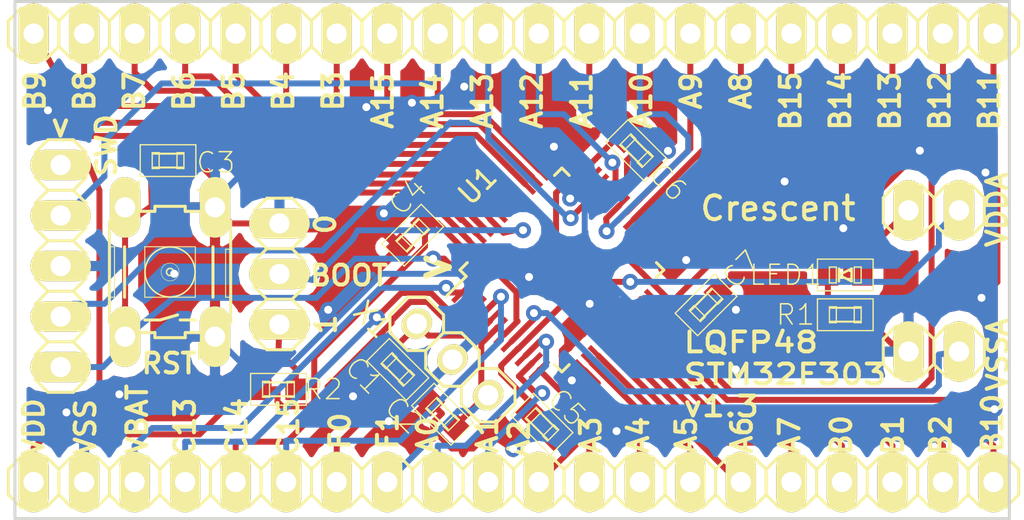
<source format=kicad_pcb>
(kicad_pcb (version 20171130) (host pcbnew "(5.1.12)-1")

  (general
    (thickness 1.6)
    (drawings 57)
    (tracks 556)
    (zones 0)
    (modules 19)
    (nets 47)
  )

  (page A4)
  (title_block
    (title "STM32F303 LQFP48 -> DIP")
    (date 2017-01-22)
    (rev v1.3)
    (company Crescent)
  )

  (layers
    (0 F.Cu signal)
    (31 B.Cu signal)
    (32 B.Adhes user)
    (33 F.Adhes user)
    (34 B.Paste user)
    (35 F.Paste user)
    (36 B.SilkS user)
    (37 F.SilkS user)
    (38 B.Mask user)
    (39 F.Mask user)
    (40 Dwgs.User user)
    (41 Cmts.User user)
    (42 Eco1.User user)
    (43 Eco2.User user)
    (44 Edge.Cuts user)
    (45 Margin user)
    (46 B.CrtYd user)
    (47 F.CrtYd user)
    (48 B.Fab user)
    (49 F.Fab user)
  )

  (setup
    (last_trace_width 0.3)
    (trace_clearance 0.1524)
    (zone_clearance 0.508)
    (zone_45_only no)
    (trace_min 0.2)
    (via_size 0.8)
    (via_drill 0.4)
    (via_min_size 0.8)
    (via_min_drill 0.4)
    (uvia_size 0.3)
    (uvia_drill 0.1)
    (uvias_allowed no)
    (uvia_min_size 0.2)
    (uvia_min_drill 0.1)
    (edge_width 0.15)
    (segment_width 0.2)
    (pcb_text_width 0.3)
    (pcb_text_size 1.5 1.5)
    (mod_edge_width 0.15)
    (mod_text_size 1 1)
    (mod_text_width 0.15)
    (pad_size 1.524 3.048)
    (pad_drill 1.016)
    (pad_to_mask_clearance 0.2)
    (aux_axis_origin 122.25 139)
    (grid_origin 122.25 139)
    (visible_elements 7FFFFF7F)
    (pcbplotparams
      (layerselection 0x010f0_80000001)
      (usegerberextensions true)
      (usegerberattributes true)
      (usegerberadvancedattributes true)
      (creategerberjobfile true)
      (excludeedgelayer true)
      (linewidth 0.100000)
      (plotframeref false)
      (viasonmask false)
      (mode 1)
      (useauxorigin false)
      (hpglpennumber 1)
      (hpglpenspeed 20)
      (hpglpendiameter 15.000000)
      (psnegative false)
      (psa4output false)
      (plotreference true)
      (plotvalue true)
      (plotinvisibletext false)
      (padsonsilk false)
      (subtractmaskfromsilk false)
      (outputformat 1)
      (mirror false)
      (drillshape 0)
      (scaleselection 1)
      (outputdirectory "GERBER/"))
  )

  (net 0 "")
  (net 1 OSCI)
  (net 2 VSS)
  (net 3 OSCO)
  (net 4 NRST)
  (net 5 VDD)
  (net 6 VDDA)
  (net 7 PA14)
  (net 8 PA13)
  (net 9 "Net-(JP2-Pad1)")
  (net 10 BOOT)
  (net 11 VBAT)
  (net 12 PC13)
  (net 13 PC14)
  (net 14 PC15)
  (net 15 PA0)
  (net 16 PA1)
  (net 17 PA2)
  (net 18 PA3)
  (net 19 PA4)
  (net 20 PA5)
  (net 21 PA6)
  (net 22 PA7)
  (net 23 PB0)
  (net 24 PB1)
  (net 25 PB2)
  (net 26 PB10)
  (net 27 VSSA)
  (net 28 PB9)
  (net 29 PB8)
  (net 30 PB7)
  (net 31 PB6)
  (net 32 PB5)
  (net 33 PB4)
  (net 34 PB3)
  (net 35 PA15)
  (net 36 PA12)
  (net 37 PA11)
  (net 38 PA10)
  (net 39 PA9)
  (net 40 PA8)
  (net 41 PB15)
  (net 42 PB14)
  (net 43 PB13)
  (net 44 PB12)
  (net 45 PB11)
  (net 46 "Net-(LED1-PadK)")

  (net_class Default "これは標準のネット クラスです。"
    (clearance 0.1524)
    (trace_width 0.3)
    (via_dia 0.8)
    (via_drill 0.4)
    (uvia_dia 0.3)
    (uvia_drill 0.1)
    (add_net BOOT)
    (add_net NRST)
    (add_net "Net-(JP2-Pad1)")
    (add_net "Net-(LED1-PadK)")
    (add_net OSCI)
    (add_net OSCO)
    (add_net PA0)
    (add_net PA1)
    (add_net PA10)
    (add_net PA11)
    (add_net PA12)
    (add_net PA13)
    (add_net PA14)
    (add_net PA15)
    (add_net PA2)
    (add_net PA3)
    (add_net PA4)
    (add_net PA5)
    (add_net PA6)
    (add_net PA7)
    (add_net PA8)
    (add_net PA9)
    (add_net PB0)
    (add_net PB1)
    (add_net PB10)
    (add_net PB11)
    (add_net PB12)
    (add_net PB13)
    (add_net PB14)
    (add_net PB15)
    (add_net PB2)
    (add_net PB3)
    (add_net PB4)
    (add_net PB5)
    (add_net PB6)
    (add_net PB7)
    (add_net PB8)
    (add_net PB9)
    (add_net PC13)
    (add_net PC14)
    (add_net PC15)
    (add_net VBAT)
    (add_net VSS)
    (add_net VSSA)
  )

  (net_class POW ""
    (clearance 0.1524)
    (trace_width 0.3)
    (via_dia 0.8)
    (via_drill 0.4)
    (uvia_dia 0.3)
    (uvia_drill 0.1)
    (add_net VDD)
    (add_net VDDA)
  )

  (module pin-head:pinhead-1X20 (layer F.Cu) (tedit 5884AE18) (tstamp 57F7A7B3)
    (at 147.32 137.16)
    (descr "PIN HEADER")
    (tags "PIN HEADER")
    (path /57F66BA2)
    (attr virtual)
    (fp_text reference JP4 (at -22.3012 -2.4638) (layer F.SilkS) hide
      (effects (font (size 1.27 1.27) (thickness 0.127)))
    )
    (fp_text value PINHD-1X20 (at -21.59 2.54) (layer F.SilkS) hide
      (effects (font (size 1.27 1.27) (thickness 0.1016)))
    )
    (fp_line (start 24.765 1.27) (end 23.495 1.27) (layer F.SilkS) (width 0.1524))
    (fp_line (start 22.86 0.635) (end 23.495 1.27) (layer F.SilkS) (width 0.1524))
    (fp_line (start 23.495 -1.27) (end 22.86 -0.635) (layer F.SilkS) (width 0.1524))
    (fp_line (start 25.4 0.635) (end 24.765 1.27) (layer F.SilkS) (width 0.1524))
    (fp_line (start 25.4 -0.635) (end 25.4 0.635) (layer F.SilkS) (width 0.1524))
    (fp_line (start 24.765 -1.27) (end 25.4 -0.635) (layer F.SilkS) (width 0.1524))
    (fp_line (start 23.495 -1.27) (end 24.765 -1.27) (layer F.SilkS) (width 0.1524))
    (fp_line (start -23.495 1.27) (end -24.765 1.27) (layer F.SilkS) (width 0.1524))
    (fp_line (start -25.4 0.635) (end -24.765 1.27) (layer F.SilkS) (width 0.1524))
    (fp_line (start -24.765 -1.27) (end -25.4 -0.635) (layer F.SilkS) (width 0.1524))
    (fp_line (start -25.4 -0.635) (end -25.4 0.635) (layer F.SilkS) (width 0.1524))
    (fp_line (start -22.225 1.27) (end -22.86 0.635) (layer F.SilkS) (width 0.1524))
    (fp_line (start -20.955 1.27) (end -22.225 1.27) (layer F.SilkS) (width 0.1524))
    (fp_line (start -20.32 0.635) (end -20.955 1.27) (layer F.SilkS) (width 0.1524))
    (fp_line (start -20.32 -0.635) (end -20.32 0.635) (layer F.SilkS) (width 0.1524))
    (fp_line (start -20.955 -1.27) (end -20.32 -0.635) (layer F.SilkS) (width 0.1524))
    (fp_line (start -22.225 -1.27) (end -20.955 -1.27) (layer F.SilkS) (width 0.1524))
    (fp_line (start -22.86 -0.635) (end -22.225 -1.27) (layer F.SilkS) (width 0.1524))
    (fp_line (start -22.86 0.635) (end -23.495 1.27) (layer F.SilkS) (width 0.1524))
    (fp_line (start -22.86 -0.635) (end -22.86 0.635) (layer F.SilkS) (width 0.1524))
    (fp_line (start -23.495 -1.27) (end -22.86 -0.635) (layer F.SilkS) (width 0.1524))
    (fp_line (start -24.765 -1.27) (end -23.495 -1.27) (layer F.SilkS) (width 0.1524))
    (fp_line (start -15.875 1.27) (end -17.145 1.27) (layer F.SilkS) (width 0.1524))
    (fp_line (start -17.78 0.635) (end -17.145 1.27) (layer F.SilkS) (width 0.1524))
    (fp_line (start -17.145 -1.27) (end -17.78 -0.635) (layer F.SilkS) (width 0.1524))
    (fp_line (start -19.685 1.27) (end -20.32 0.635) (layer F.SilkS) (width 0.1524))
    (fp_line (start -18.415 1.27) (end -19.685 1.27) (layer F.SilkS) (width 0.1524))
    (fp_line (start -17.78 0.635) (end -18.415 1.27) (layer F.SilkS) (width 0.1524))
    (fp_line (start -17.78 -0.635) (end -17.78 0.635) (layer F.SilkS) (width 0.1524))
    (fp_line (start -18.415 -1.27) (end -17.78 -0.635) (layer F.SilkS) (width 0.1524))
    (fp_line (start -19.685 -1.27) (end -18.415 -1.27) (layer F.SilkS) (width 0.1524))
    (fp_line (start -20.32 -0.635) (end -19.685 -1.27) (layer F.SilkS) (width 0.1524))
    (fp_line (start -14.605 1.27) (end -15.24 0.635) (layer F.SilkS) (width 0.1524))
    (fp_line (start -13.335 1.27) (end -14.605 1.27) (layer F.SilkS) (width 0.1524))
    (fp_line (start -12.7 0.635) (end -13.335 1.27) (layer F.SilkS) (width 0.1524))
    (fp_line (start -12.7 -0.635) (end -12.7 0.635) (layer F.SilkS) (width 0.1524))
    (fp_line (start -13.335 -1.27) (end -12.7 -0.635) (layer F.SilkS) (width 0.1524))
    (fp_line (start -14.605 -1.27) (end -13.335 -1.27) (layer F.SilkS) (width 0.1524))
    (fp_line (start -15.24 -0.635) (end -14.605 -1.27) (layer F.SilkS) (width 0.1524))
    (fp_line (start -15.24 0.635) (end -15.875 1.27) (layer F.SilkS) (width 0.1524))
    (fp_line (start -15.24 -0.635) (end -15.24 0.635) (layer F.SilkS) (width 0.1524))
    (fp_line (start -15.875 -1.27) (end -15.24 -0.635) (layer F.SilkS) (width 0.1524))
    (fp_line (start -17.145 -1.27) (end -15.875 -1.27) (layer F.SilkS) (width 0.1524))
    (fp_line (start -8.255 1.27) (end -9.525 1.27) (layer F.SilkS) (width 0.1524))
    (fp_line (start -10.16 0.635) (end -9.525 1.27) (layer F.SilkS) (width 0.1524))
    (fp_line (start -9.525 -1.27) (end -10.16 -0.635) (layer F.SilkS) (width 0.1524))
    (fp_line (start -12.065 1.27) (end -12.7 0.635) (layer F.SilkS) (width 0.1524))
    (fp_line (start -10.795 1.27) (end -12.065 1.27) (layer F.SilkS) (width 0.1524))
    (fp_line (start -10.16 0.635) (end -10.795 1.27) (layer F.SilkS) (width 0.1524))
    (fp_line (start -10.16 -0.635) (end -10.16 0.635) (layer F.SilkS) (width 0.1524))
    (fp_line (start -10.795 -1.27) (end -10.16 -0.635) (layer F.SilkS) (width 0.1524))
    (fp_line (start -12.065 -1.27) (end -10.795 -1.27) (layer F.SilkS) (width 0.1524))
    (fp_line (start -12.7 -0.635) (end -12.065 -1.27) (layer F.SilkS) (width 0.1524))
    (fp_line (start -6.985 1.27) (end -7.62 0.635) (layer F.SilkS) (width 0.1524))
    (fp_line (start -5.715 1.27) (end -6.985 1.27) (layer F.SilkS) (width 0.1524))
    (fp_line (start -5.08 0.635) (end -5.715 1.27) (layer F.SilkS) (width 0.1524))
    (fp_line (start -5.08 -0.635) (end -5.08 0.635) (layer F.SilkS) (width 0.1524))
    (fp_line (start -5.715 -1.27) (end -5.08 -0.635) (layer F.SilkS) (width 0.1524))
    (fp_line (start -6.985 -1.27) (end -5.715 -1.27) (layer F.SilkS) (width 0.1524))
    (fp_line (start -7.62 -0.635) (end -6.985 -1.27) (layer F.SilkS) (width 0.1524))
    (fp_line (start -7.62 0.635) (end -8.255 1.27) (layer F.SilkS) (width 0.1524))
    (fp_line (start -7.62 -0.635) (end -7.62 0.635) (layer F.SilkS) (width 0.1524))
    (fp_line (start -8.255 -1.27) (end -7.62 -0.635) (layer F.SilkS) (width 0.1524))
    (fp_line (start -9.525 -1.27) (end -8.255 -1.27) (layer F.SilkS) (width 0.1524))
    (fp_line (start -0.635 1.27) (end -1.905 1.27) (layer F.SilkS) (width 0.1524))
    (fp_line (start -2.54 0.635) (end -1.905 1.27) (layer F.SilkS) (width 0.1524))
    (fp_line (start -1.905 -1.27) (end -2.54 -0.635) (layer F.SilkS) (width 0.1524))
    (fp_line (start -4.445 1.27) (end -5.08 0.635) (layer F.SilkS) (width 0.1524))
    (fp_line (start -3.175 1.27) (end -4.445 1.27) (layer F.SilkS) (width 0.1524))
    (fp_line (start -2.54 0.635) (end -3.175 1.27) (layer F.SilkS) (width 0.1524))
    (fp_line (start -2.54 -0.635) (end -2.54 0.635) (layer F.SilkS) (width 0.1524))
    (fp_line (start -3.175 -1.27) (end -2.54 -0.635) (layer F.SilkS) (width 0.1524))
    (fp_line (start -4.445 -1.27) (end -3.175 -1.27) (layer F.SilkS) (width 0.1524))
    (fp_line (start -5.08 -0.635) (end -4.445 -1.27) (layer F.SilkS) (width 0.1524))
    (fp_line (start 0.635 1.27) (end 0 0.635) (layer F.SilkS) (width 0.1524))
    (fp_line (start 1.905 1.27) (end 0.635 1.27) (layer F.SilkS) (width 0.1524))
    (fp_line (start 2.54 0.635) (end 1.905 1.27) (layer F.SilkS) (width 0.1524))
    (fp_line (start 2.54 -0.635) (end 2.54 0.635) (layer F.SilkS) (width 0.1524))
    (fp_line (start 1.905 -1.27) (end 2.54 -0.635) (layer F.SilkS) (width 0.1524))
    (fp_line (start 0.635 -1.27) (end 1.905 -1.27) (layer F.SilkS) (width 0.1524))
    (fp_line (start 0 -0.635) (end 0.635 -1.27) (layer F.SilkS) (width 0.1524))
    (fp_line (start 0 0.635) (end -0.635 1.27) (layer F.SilkS) (width 0.1524))
    (fp_line (start 0 -0.635) (end 0 0.635) (layer F.SilkS) (width 0.1524))
    (fp_line (start -0.635 -1.27) (end 0 -0.635) (layer F.SilkS) (width 0.1524))
    (fp_line (start -1.905 -1.27) (end -0.635 -1.27) (layer F.SilkS) (width 0.1524))
    (fp_line (start 6.985 1.27) (end 5.715 1.27) (layer F.SilkS) (width 0.1524))
    (fp_line (start 5.08 0.635) (end 5.715 1.27) (layer F.SilkS) (width 0.1524))
    (fp_line (start 5.715 -1.27) (end 5.08 -0.635) (layer F.SilkS) (width 0.1524))
    (fp_line (start 3.175 1.27) (end 2.54 0.635) (layer F.SilkS) (width 0.1524))
    (fp_line (start 4.445 1.27) (end 3.175 1.27) (layer F.SilkS) (width 0.1524))
    (fp_line (start 5.08 0.635) (end 4.445 1.27) (layer F.SilkS) (width 0.1524))
    (fp_line (start 5.08 -0.635) (end 5.08 0.635) (layer F.SilkS) (width 0.1524))
    (fp_line (start 4.445 -1.27) (end 5.08 -0.635) (layer F.SilkS) (width 0.1524))
    (fp_line (start 3.175 -1.27) (end 4.445 -1.27) (layer F.SilkS) (width 0.1524))
    (fp_line (start 2.54 -0.635) (end 3.175 -1.27) (layer F.SilkS) (width 0.1524))
    (fp_line (start 8.255 1.27) (end 7.62 0.635) (layer F.SilkS) (width 0.1524))
    (fp_line (start 9.525 1.27) (end 8.255 1.27) (layer F.SilkS) (width 0.1524))
    (fp_line (start 10.16 0.635) (end 9.525 1.27) (layer F.SilkS) (width 0.1524))
    (fp_line (start 10.16 -0.635) (end 10.16 0.635) (layer F.SilkS) (width 0.1524))
    (fp_line (start 9.525 -1.27) (end 10.16 -0.635) (layer F.SilkS) (width 0.1524))
    (fp_line (start 8.255 -1.27) (end 9.525 -1.27) (layer F.SilkS) (width 0.1524))
    (fp_line (start 7.62 -0.635) (end 8.255 -1.27) (layer F.SilkS) (width 0.1524))
    (fp_line (start 7.62 0.635) (end 6.985 1.27) (layer F.SilkS) (width 0.1524))
    (fp_line (start 7.62 -0.635) (end 7.62 0.635) (layer F.SilkS) (width 0.1524))
    (fp_line (start 6.985 -1.27) (end 7.62 -0.635) (layer F.SilkS) (width 0.1524))
    (fp_line (start 5.715 -1.27) (end 6.985 -1.27) (layer F.SilkS) (width 0.1524))
    (fp_line (start 14.605 1.27) (end 13.335 1.27) (layer F.SilkS) (width 0.1524))
    (fp_line (start 12.7 0.635) (end 13.335 1.27) (layer F.SilkS) (width 0.1524))
    (fp_line (start 13.335 -1.27) (end 12.7 -0.635) (layer F.SilkS) (width 0.1524))
    (fp_line (start 10.795 1.27) (end 10.16 0.635) (layer F.SilkS) (width 0.1524))
    (fp_line (start 12.065 1.27) (end 10.795 1.27) (layer F.SilkS) (width 0.1524))
    (fp_line (start 12.7 0.635) (end 12.065 1.27) (layer F.SilkS) (width 0.1524))
    (fp_line (start 12.7 -0.635) (end 12.7 0.635) (layer F.SilkS) (width 0.1524))
    (fp_line (start 12.065 -1.27) (end 12.7 -0.635) (layer F.SilkS) (width 0.1524))
    (fp_line (start 10.795 -1.27) (end 12.065 -1.27) (layer F.SilkS) (width 0.1524))
    (fp_line (start 10.16 -0.635) (end 10.795 -1.27) (layer F.SilkS) (width 0.1524))
    (fp_line (start 15.875 1.27) (end 15.24 0.635) (layer F.SilkS) (width 0.1524))
    (fp_line (start 17.145 1.27) (end 15.875 1.27) (layer F.SilkS) (width 0.1524))
    (fp_line (start 17.78 0.635) (end 17.145 1.27) (layer F.SilkS) (width 0.1524))
    (fp_line (start 17.78 -0.635) (end 17.78 0.635) (layer F.SilkS) (width 0.1524))
    (fp_line (start 17.145 -1.27) (end 17.78 -0.635) (layer F.SilkS) (width 0.1524))
    (fp_line (start 15.875 -1.27) (end 17.145 -1.27) (layer F.SilkS) (width 0.1524))
    (fp_line (start 15.24 -0.635) (end 15.875 -1.27) (layer F.SilkS) (width 0.1524))
    (fp_line (start 15.24 0.635) (end 14.605 1.27) (layer F.SilkS) (width 0.1524))
    (fp_line (start 15.24 -0.635) (end 15.24 0.635) (layer F.SilkS) (width 0.1524))
    (fp_line (start 14.605 -1.27) (end 15.24 -0.635) (layer F.SilkS) (width 0.1524))
    (fp_line (start 13.335 -1.27) (end 14.605 -1.27) (layer F.SilkS) (width 0.1524))
    (fp_line (start 22.225 1.27) (end 20.955 1.27) (layer F.SilkS) (width 0.1524))
    (fp_line (start 20.32 0.635) (end 20.955 1.27) (layer F.SilkS) (width 0.1524))
    (fp_line (start 20.955 -1.27) (end 20.32 -0.635) (layer F.SilkS) (width 0.1524))
    (fp_line (start 18.415 1.27) (end 17.78 0.635) (layer F.SilkS) (width 0.1524))
    (fp_line (start 19.685 1.27) (end 18.415 1.27) (layer F.SilkS) (width 0.1524))
    (fp_line (start 20.32 0.635) (end 19.685 1.27) (layer F.SilkS) (width 0.1524))
    (fp_line (start 20.32 -0.635) (end 20.32 0.635) (layer F.SilkS) (width 0.1524))
    (fp_line (start 19.685 -1.27) (end 20.32 -0.635) (layer F.SilkS) (width 0.1524))
    (fp_line (start 18.415 -1.27) (end 19.685 -1.27) (layer F.SilkS) (width 0.1524))
    (fp_line (start 17.78 -0.635) (end 18.415 -1.27) (layer F.SilkS) (width 0.1524))
    (fp_line (start 22.86 0.635) (end 22.225 1.27) (layer F.SilkS) (width 0.1524))
    (fp_line (start 22.86 -0.635) (end 22.86 0.635) (layer F.SilkS) (width 0.1524))
    (fp_line (start 22.225 -1.27) (end 22.86 -0.635) (layer F.SilkS) (width 0.1524))
    (fp_line (start 20.955 -1.27) (end 22.225 -1.27) (layer F.SilkS) (width 0.1524))
    (fp_line (start 23.876 0.254) (end 23.876 -0.254) (layer F.SilkS) (width 0.06604))
    (fp_line (start 23.876 -0.254) (end 24.384 -0.254) (layer F.SilkS) (width 0.06604))
    (fp_line (start 24.384 0.254) (end 24.384 -0.254) (layer F.SilkS) (width 0.06604))
    (fp_line (start 23.876 0.254) (end 24.384 0.254) (layer F.SilkS) (width 0.06604))
    (fp_line (start -24.384 0.254) (end -24.384 -0.254) (layer F.SilkS) (width 0.06604))
    (fp_line (start -24.384 -0.254) (end -23.876 -0.254) (layer F.SilkS) (width 0.06604))
    (fp_line (start -23.876 0.254) (end -23.876 -0.254) (layer F.SilkS) (width 0.06604))
    (fp_line (start -24.384 0.254) (end -23.876 0.254) (layer F.SilkS) (width 0.06604))
    (fp_line (start -21.844 0.254) (end -21.844 -0.254) (layer F.SilkS) (width 0.06604))
    (fp_line (start -21.844 -0.254) (end -21.336 -0.254) (layer F.SilkS) (width 0.06604))
    (fp_line (start -21.336 0.254) (end -21.336 -0.254) (layer F.SilkS) (width 0.06604))
    (fp_line (start -21.844 0.254) (end -21.336 0.254) (layer F.SilkS) (width 0.06604))
    (fp_line (start -19.304 0.254) (end -19.304 -0.254) (layer F.SilkS) (width 0.06604))
    (fp_line (start -19.304 -0.254) (end -18.796 -0.254) (layer F.SilkS) (width 0.06604))
    (fp_line (start -18.796 0.254) (end -18.796 -0.254) (layer F.SilkS) (width 0.06604))
    (fp_line (start -19.304 0.254) (end -18.796 0.254) (layer F.SilkS) (width 0.06604))
    (fp_line (start -16.764 0.254) (end -16.764 -0.254) (layer F.SilkS) (width 0.06604))
    (fp_line (start -16.764 -0.254) (end -16.256 -0.254) (layer F.SilkS) (width 0.06604))
    (fp_line (start -16.256 0.254) (end -16.256 -0.254) (layer F.SilkS) (width 0.06604))
    (fp_line (start -16.764 0.254) (end -16.256 0.254) (layer F.SilkS) (width 0.06604))
    (fp_line (start -14.224 0.254) (end -14.224 -0.254) (layer F.SilkS) (width 0.06604))
    (fp_line (start -14.224 -0.254) (end -13.716 -0.254) (layer F.SilkS) (width 0.06604))
    (fp_line (start -13.716 0.254) (end -13.716 -0.254) (layer F.SilkS) (width 0.06604))
    (fp_line (start -14.224 0.254) (end -13.716 0.254) (layer F.SilkS) (width 0.06604))
    (fp_line (start -11.684 0.254) (end -11.684 -0.254) (layer F.SilkS) (width 0.06604))
    (fp_line (start -11.684 -0.254) (end -11.176 -0.254) (layer F.SilkS) (width 0.06604))
    (fp_line (start -11.176 0.254) (end -11.176 -0.254) (layer F.SilkS) (width 0.06604))
    (fp_line (start -11.684 0.254) (end -11.176 0.254) (layer F.SilkS) (width 0.06604))
    (fp_line (start -9.144 0.254) (end -9.144 -0.254) (layer F.SilkS) (width 0.06604))
    (fp_line (start -9.144 -0.254) (end -8.636 -0.254) (layer F.SilkS) (width 0.06604))
    (fp_line (start -8.636 0.254) (end -8.636 -0.254) (layer F.SilkS) (width 0.06604))
    (fp_line (start -9.144 0.254) (end -8.636 0.254) (layer F.SilkS) (width 0.06604))
    (fp_line (start -6.604 0.254) (end -6.604 -0.254) (layer F.SilkS) (width 0.06604))
    (fp_line (start -6.604 -0.254) (end -6.096 -0.254) (layer F.SilkS) (width 0.06604))
    (fp_line (start -6.096 0.254) (end -6.096 -0.254) (layer F.SilkS) (width 0.06604))
    (fp_line (start -6.604 0.254) (end -6.096 0.254) (layer F.SilkS) (width 0.06604))
    (fp_line (start -4.064 0.254) (end -4.064 -0.254) (layer F.SilkS) (width 0.06604))
    (fp_line (start -4.064 -0.254) (end -3.556 -0.254) (layer F.SilkS) (width 0.06604))
    (fp_line (start -3.556 0.254) (end -3.556 -0.254) (layer F.SilkS) (width 0.06604))
    (fp_line (start -4.064 0.254) (end -3.556 0.254) (layer F.SilkS) (width 0.06604))
    (fp_line (start -1.524 0.254) (end -1.524 -0.254) (layer F.SilkS) (width 0.06604))
    (fp_line (start -1.524 -0.254) (end -1.016 -0.254) (layer F.SilkS) (width 0.06604))
    (fp_line (start -1.016 0.254) (end -1.016 -0.254) (layer F.SilkS) (width 0.06604))
    (fp_line (start -1.524 0.254) (end -1.016 0.254) (layer F.SilkS) (width 0.06604))
    (fp_line (start 1.016 0.254) (end 1.016 -0.254) (layer F.SilkS) (width 0.06604))
    (fp_line (start 1.016 -0.254) (end 1.524 -0.254) (layer F.SilkS) (width 0.06604))
    (fp_line (start 1.524 0.254) (end 1.524 -0.254) (layer F.SilkS) (width 0.06604))
    (fp_line (start 1.016 0.254) (end 1.524 0.254) (layer F.SilkS) (width 0.06604))
    (fp_line (start 3.556 0.254) (end 3.556 -0.254) (layer F.SilkS) (width 0.06604))
    (fp_line (start 3.556 -0.254) (end 4.064 -0.254) (layer F.SilkS) (width 0.06604))
    (fp_line (start 4.064 0.254) (end 4.064 -0.254) (layer F.SilkS) (width 0.06604))
    (fp_line (start 3.556 0.254) (end 4.064 0.254) (layer F.SilkS) (width 0.06604))
    (fp_line (start 6.096 0.254) (end 6.096 -0.254) (layer F.SilkS) (width 0.06604))
    (fp_line (start 6.096 -0.254) (end 6.604 -0.254) (layer F.SilkS) (width 0.06604))
    (fp_line (start 6.604 0.254) (end 6.604 -0.254) (layer F.SilkS) (width 0.06604))
    (fp_line (start 6.096 0.254) (end 6.604 0.254) (layer F.SilkS) (width 0.06604))
    (fp_line (start 8.636 0.254) (end 8.636 -0.254) (layer F.SilkS) (width 0.06604))
    (fp_line (start 8.636 -0.254) (end 9.144 -0.254) (layer F.SilkS) (width 0.06604))
    (fp_line (start 9.144 0.254) (end 9.144 -0.254) (layer F.SilkS) (width 0.06604))
    (fp_line (start 8.636 0.254) (end 9.144 0.254) (layer F.SilkS) (width 0.06604))
    (fp_line (start 11.176 0.254) (end 11.176 -0.254) (layer F.SilkS) (width 0.06604))
    (fp_line (start 11.176 -0.254) (end 11.684 -0.254) (layer F.SilkS) (width 0.06604))
    (fp_line (start 11.684 0.254) (end 11.684 -0.254) (layer F.SilkS) (width 0.06604))
    (fp_line (start 11.176 0.254) (end 11.684 0.254) (layer F.SilkS) (width 0.06604))
    (fp_line (start 13.716 0.254) (end 13.716 -0.254) (layer F.SilkS) (width 0.06604))
    (fp_line (start 13.716 -0.254) (end 14.224 -0.254) (layer F.SilkS) (width 0.06604))
    (fp_line (start 14.224 0.254) (end 14.224 -0.254) (layer F.SilkS) (width 0.06604))
    (fp_line (start 13.716 0.254) (end 14.224 0.254) (layer F.SilkS) (width 0.06604))
    (fp_line (start 16.256 0.254) (end 16.256 -0.254) (layer F.SilkS) (width 0.06604))
    (fp_line (start 16.256 -0.254) (end 16.764 -0.254) (layer F.SilkS) (width 0.06604))
    (fp_line (start 16.764 0.254) (end 16.764 -0.254) (layer F.SilkS) (width 0.06604))
    (fp_line (start 16.256 0.254) (end 16.764 0.254) (layer F.SilkS) (width 0.06604))
    (fp_line (start 18.796 0.254) (end 18.796 -0.254) (layer F.SilkS) (width 0.06604))
    (fp_line (start 18.796 -0.254) (end 19.304 -0.254) (layer F.SilkS) (width 0.06604))
    (fp_line (start 19.304 0.254) (end 19.304 -0.254) (layer F.SilkS) (width 0.06604))
    (fp_line (start 18.796 0.254) (end 19.304 0.254) (layer F.SilkS) (width 0.06604))
    (fp_line (start 21.336 0.254) (end 21.336 -0.254) (layer F.SilkS) (width 0.06604))
    (fp_line (start 21.336 -0.254) (end 21.844 -0.254) (layer F.SilkS) (width 0.06604))
    (fp_line (start 21.844 0.254) (end 21.844 -0.254) (layer F.SilkS) (width 0.06604))
    (fp_line (start 21.336 0.254) (end 21.844 0.254) (layer F.SilkS) (width 0.06604))
    (pad 1 thru_hole oval (at -24.13 0 180) (size 1.524 3.048) (drill 1.016) (layers *.Cu *.Paste *.Mask F.SilkS)
      (net 5 VDD))
    (pad 2 thru_hole oval (at -21.59 0 180) (size 1.524 3.048) (drill 1.016) (layers *.Cu *.Paste *.Mask F.SilkS)
      (net 2 VSS))
    (pad 3 thru_hole oval (at -19.05 0 180) (size 1.524 3.048) (drill 1.016) (layers *.Cu *.Paste *.Mask F.SilkS)
      (net 11 VBAT))
    (pad 4 thru_hole oval (at -16.51 0 180) (size 1.524 3.048) (drill 1.016) (layers *.Cu *.Paste *.Mask F.SilkS)
      (net 12 PC13))
    (pad 5 thru_hole oval (at -13.97 0 180) (size 1.524 3.048) (drill 1.016) (layers *.Cu *.Paste *.Mask F.SilkS)
      (net 13 PC14))
    (pad 6 thru_hole oval (at -11.43 0 180) (size 1.524 3.048) (drill 1.016) (layers *.Cu *.Paste *.Mask F.SilkS)
      (net 14 PC15))
    (pad 7 thru_hole oval (at -8.89 0 180) (size 1.524 3.048) (drill 1.016) (layers *.Cu *.Paste *.Mask F.SilkS)
      (net 1 OSCI))
    (pad 8 thru_hole oval (at -6.35 0 180) (size 1.524 3.048) (drill 1.016) (layers *.Cu *.Paste *.Mask F.SilkS)
      (net 3 OSCO))
    (pad 9 thru_hole oval (at -3.81 0 180) (size 1.524 3.048) (drill 1.016) (layers *.Cu *.Paste *.Mask F.SilkS)
      (net 15 PA0))
    (pad 10 thru_hole oval (at -1.27 0 180) (size 1.524 3.048) (drill 1.016) (layers *.Cu *.Paste *.Mask F.SilkS)
      (net 16 PA1))
    (pad 11 thru_hole oval (at 1.27 0 180) (size 1.524 3.048) (drill 1.016) (layers *.Cu *.Paste *.Mask F.SilkS)
      (net 17 PA2))
    (pad 12 thru_hole oval (at 3.81 0 180) (size 1.524 3.048) (drill 1.016) (layers *.Cu *.Paste *.Mask F.SilkS)
      (net 18 PA3))
    (pad 13 thru_hole oval (at 6.35 0 180) (size 1.524 3.048) (drill 1.016) (layers *.Cu *.Paste *.Mask F.SilkS)
      (net 19 PA4))
    (pad 14 thru_hole oval (at 8.89 0 180) (size 1.524 3.048) (drill 1.016) (layers *.Cu *.Paste *.Mask F.SilkS)
      (net 20 PA5))
    (pad 15 thru_hole oval (at 11.43 0 180) (size 1.524 3.048) (drill 1.016) (layers *.Cu *.Paste *.Mask F.SilkS)
      (net 21 PA6))
    (pad 16 thru_hole oval (at 13.97 0 180) (size 1.524 3.048) (drill 1.016) (layers *.Cu *.Paste *.Mask F.SilkS)
      (net 22 PA7))
    (pad 17 thru_hole oval (at 16.51 0 180) (size 1.524 3.048) (drill 1.016) (layers *.Cu *.Paste *.Mask F.SilkS)
      (net 23 PB0))
    (pad 18 thru_hole oval (at 19.05 0 180) (size 1.524 3.048) (drill 1.016) (layers *.Cu *.Paste *.Mask F.SilkS)
      (net 24 PB1))
    (pad 19 thru_hole oval (at 21.59 0 180) (size 1.524 3.048) (drill 1.016) (layers *.Cu *.Paste *.Mask F.SilkS)
      (net 25 PB2))
    (pad 20 thru_hole oval (at 24.13 0 180) (size 1.524 3.048) (drill 1.016) (layers *.Cu *.Paste *.Mask F.SilkS)
      (net 26 PB10))
  )

  (module pin-head:pinhead-1X20 (layer F.Cu) (tedit 5884AD80) (tstamp 57F7A7D1)
    (at 147.3198 114.616)
    (descr "PIN HEADER")
    (tags "PIN HEADER")
    (path /57F66C63)
    (attr virtual)
    (fp_text reference JP6 (at -22.3012 -2.4638) (layer F.SilkS) hide
      (effects (font (size 1.27 1.27) (thickness 0.127)))
    )
    (fp_text value PINHD-1X20 (at -21.59 2.54) (layer F.SilkS) hide
      (effects (font (size 1.27 1.27) (thickness 0.1016)))
    )
    (fp_line (start 24.765 1.27) (end 23.495 1.27) (layer F.SilkS) (width 0.1524))
    (fp_line (start 22.86 0.635) (end 23.495 1.27) (layer F.SilkS) (width 0.1524))
    (fp_line (start 23.495 -1.27) (end 22.86 -0.635) (layer F.SilkS) (width 0.1524))
    (fp_line (start 25.4 0.635) (end 24.765 1.27) (layer F.SilkS) (width 0.1524))
    (fp_line (start 25.4 -0.635) (end 25.4 0.635) (layer F.SilkS) (width 0.1524))
    (fp_line (start 24.765 -1.27) (end 25.4 -0.635) (layer F.SilkS) (width 0.1524))
    (fp_line (start 23.495 -1.27) (end 24.765 -1.27) (layer F.SilkS) (width 0.1524))
    (fp_line (start -23.495 1.27) (end -24.765 1.27) (layer F.SilkS) (width 0.1524))
    (fp_line (start -25.4 0.635) (end -24.765 1.27) (layer F.SilkS) (width 0.1524))
    (fp_line (start -24.765 -1.27) (end -25.4 -0.635) (layer F.SilkS) (width 0.1524))
    (fp_line (start -25.4 -0.635) (end -25.4 0.635) (layer F.SilkS) (width 0.1524))
    (fp_line (start -22.225 1.27) (end -22.86 0.635) (layer F.SilkS) (width 0.1524))
    (fp_line (start -20.955 1.27) (end -22.225 1.27) (layer F.SilkS) (width 0.1524))
    (fp_line (start -20.32 0.635) (end -20.955 1.27) (layer F.SilkS) (width 0.1524))
    (fp_line (start -20.32 -0.635) (end -20.32 0.635) (layer F.SilkS) (width 0.1524))
    (fp_line (start -20.955 -1.27) (end -20.32 -0.635) (layer F.SilkS) (width 0.1524))
    (fp_line (start -22.225 -1.27) (end -20.955 -1.27) (layer F.SilkS) (width 0.1524))
    (fp_line (start -22.86 -0.635) (end -22.225 -1.27) (layer F.SilkS) (width 0.1524))
    (fp_line (start -22.86 0.635) (end -23.495 1.27) (layer F.SilkS) (width 0.1524))
    (fp_line (start -22.86 -0.635) (end -22.86 0.635) (layer F.SilkS) (width 0.1524))
    (fp_line (start -23.495 -1.27) (end -22.86 -0.635) (layer F.SilkS) (width 0.1524))
    (fp_line (start -24.765 -1.27) (end -23.495 -1.27) (layer F.SilkS) (width 0.1524))
    (fp_line (start -15.875 1.27) (end -17.145 1.27) (layer F.SilkS) (width 0.1524))
    (fp_line (start -17.78 0.635) (end -17.145 1.27) (layer F.SilkS) (width 0.1524))
    (fp_line (start -17.145 -1.27) (end -17.78 -0.635) (layer F.SilkS) (width 0.1524))
    (fp_line (start -19.685 1.27) (end -20.32 0.635) (layer F.SilkS) (width 0.1524))
    (fp_line (start -18.415 1.27) (end -19.685 1.27) (layer F.SilkS) (width 0.1524))
    (fp_line (start -17.78 0.635) (end -18.415 1.27) (layer F.SilkS) (width 0.1524))
    (fp_line (start -17.78 -0.635) (end -17.78 0.635) (layer F.SilkS) (width 0.1524))
    (fp_line (start -18.415 -1.27) (end -17.78 -0.635) (layer F.SilkS) (width 0.1524))
    (fp_line (start -19.685 -1.27) (end -18.415 -1.27) (layer F.SilkS) (width 0.1524))
    (fp_line (start -20.32 -0.635) (end -19.685 -1.27) (layer F.SilkS) (width 0.1524))
    (fp_line (start -14.605 1.27) (end -15.24 0.635) (layer F.SilkS) (width 0.1524))
    (fp_line (start -13.335 1.27) (end -14.605 1.27) (layer F.SilkS) (width 0.1524))
    (fp_line (start -12.7 0.635) (end -13.335 1.27) (layer F.SilkS) (width 0.1524))
    (fp_line (start -12.7 -0.635) (end -12.7 0.635) (layer F.SilkS) (width 0.1524))
    (fp_line (start -13.335 -1.27) (end -12.7 -0.635) (layer F.SilkS) (width 0.1524))
    (fp_line (start -14.605 -1.27) (end -13.335 -1.27) (layer F.SilkS) (width 0.1524))
    (fp_line (start -15.24 -0.635) (end -14.605 -1.27) (layer F.SilkS) (width 0.1524))
    (fp_line (start -15.24 0.635) (end -15.875 1.27) (layer F.SilkS) (width 0.1524))
    (fp_line (start -15.24 -0.635) (end -15.24 0.635) (layer F.SilkS) (width 0.1524))
    (fp_line (start -15.875 -1.27) (end -15.24 -0.635) (layer F.SilkS) (width 0.1524))
    (fp_line (start -17.145 -1.27) (end -15.875 -1.27) (layer F.SilkS) (width 0.1524))
    (fp_line (start -8.255 1.27) (end -9.525 1.27) (layer F.SilkS) (width 0.1524))
    (fp_line (start -10.16 0.635) (end -9.525 1.27) (layer F.SilkS) (width 0.1524))
    (fp_line (start -9.525 -1.27) (end -10.16 -0.635) (layer F.SilkS) (width 0.1524))
    (fp_line (start -12.065 1.27) (end -12.7 0.635) (layer F.SilkS) (width 0.1524))
    (fp_line (start -10.795 1.27) (end -12.065 1.27) (layer F.SilkS) (width 0.1524))
    (fp_line (start -10.16 0.635) (end -10.795 1.27) (layer F.SilkS) (width 0.1524))
    (fp_line (start -10.16 -0.635) (end -10.16 0.635) (layer F.SilkS) (width 0.1524))
    (fp_line (start -10.795 -1.27) (end -10.16 -0.635) (layer F.SilkS) (width 0.1524))
    (fp_line (start -12.065 -1.27) (end -10.795 -1.27) (layer F.SilkS) (width 0.1524))
    (fp_line (start -12.7 -0.635) (end -12.065 -1.27) (layer F.SilkS) (width 0.1524))
    (fp_line (start -6.985 1.27) (end -7.62 0.635) (layer F.SilkS) (width 0.1524))
    (fp_line (start -5.715 1.27) (end -6.985 1.27) (layer F.SilkS) (width 0.1524))
    (fp_line (start -5.08 0.635) (end -5.715 1.27) (layer F.SilkS) (width 0.1524))
    (fp_line (start -5.08 -0.635) (end -5.08 0.635) (layer F.SilkS) (width 0.1524))
    (fp_line (start -5.715 -1.27) (end -5.08 -0.635) (layer F.SilkS) (width 0.1524))
    (fp_line (start -6.985 -1.27) (end -5.715 -1.27) (layer F.SilkS) (width 0.1524))
    (fp_line (start -7.62 -0.635) (end -6.985 -1.27) (layer F.SilkS) (width 0.1524))
    (fp_line (start -7.62 0.635) (end -8.255 1.27) (layer F.SilkS) (width 0.1524))
    (fp_line (start -7.62 -0.635) (end -7.62 0.635) (layer F.SilkS) (width 0.1524))
    (fp_line (start -8.255 -1.27) (end -7.62 -0.635) (layer F.SilkS) (width 0.1524))
    (fp_line (start -9.525 -1.27) (end -8.255 -1.27) (layer F.SilkS) (width 0.1524))
    (fp_line (start -0.635 1.27) (end -1.905 1.27) (layer F.SilkS) (width 0.1524))
    (fp_line (start -2.54 0.635) (end -1.905 1.27) (layer F.SilkS) (width 0.1524))
    (fp_line (start -1.905 -1.27) (end -2.54 -0.635) (layer F.SilkS) (width 0.1524))
    (fp_line (start -4.445 1.27) (end -5.08 0.635) (layer F.SilkS) (width 0.1524))
    (fp_line (start -3.175 1.27) (end -4.445 1.27) (layer F.SilkS) (width 0.1524))
    (fp_line (start -2.54 0.635) (end -3.175 1.27) (layer F.SilkS) (width 0.1524))
    (fp_line (start -2.54 -0.635) (end -2.54 0.635) (layer F.SilkS) (width 0.1524))
    (fp_line (start -3.175 -1.27) (end -2.54 -0.635) (layer F.SilkS) (width 0.1524))
    (fp_line (start -4.445 -1.27) (end -3.175 -1.27) (layer F.SilkS) (width 0.1524))
    (fp_line (start -5.08 -0.635) (end -4.445 -1.27) (layer F.SilkS) (width 0.1524))
    (fp_line (start 0.635 1.27) (end 0 0.635) (layer F.SilkS) (width 0.1524))
    (fp_line (start 1.905 1.27) (end 0.635 1.27) (layer F.SilkS) (width 0.1524))
    (fp_line (start 2.54 0.635) (end 1.905 1.27) (layer F.SilkS) (width 0.1524))
    (fp_line (start 2.54 -0.635) (end 2.54 0.635) (layer F.SilkS) (width 0.1524))
    (fp_line (start 1.905 -1.27) (end 2.54 -0.635) (layer F.SilkS) (width 0.1524))
    (fp_line (start 0.635 -1.27) (end 1.905 -1.27) (layer F.SilkS) (width 0.1524))
    (fp_line (start 0 -0.635) (end 0.635 -1.27) (layer F.SilkS) (width 0.1524))
    (fp_line (start 0 0.635) (end -0.635 1.27) (layer F.SilkS) (width 0.1524))
    (fp_line (start 0 -0.635) (end 0 0.635) (layer F.SilkS) (width 0.1524))
    (fp_line (start -0.635 -1.27) (end 0 -0.635) (layer F.SilkS) (width 0.1524))
    (fp_line (start -1.905 -1.27) (end -0.635 -1.27) (layer F.SilkS) (width 0.1524))
    (fp_line (start 6.985 1.27) (end 5.715 1.27) (layer F.SilkS) (width 0.1524))
    (fp_line (start 5.08 0.635) (end 5.715 1.27) (layer F.SilkS) (width 0.1524))
    (fp_line (start 5.715 -1.27) (end 5.08 -0.635) (layer F.SilkS) (width 0.1524))
    (fp_line (start 3.175 1.27) (end 2.54 0.635) (layer F.SilkS) (width 0.1524))
    (fp_line (start 4.445 1.27) (end 3.175 1.27) (layer F.SilkS) (width 0.1524))
    (fp_line (start 5.08 0.635) (end 4.445 1.27) (layer F.SilkS) (width 0.1524))
    (fp_line (start 5.08 -0.635) (end 5.08 0.635) (layer F.SilkS) (width 0.1524))
    (fp_line (start 4.445 -1.27) (end 5.08 -0.635) (layer F.SilkS) (width 0.1524))
    (fp_line (start 3.175 -1.27) (end 4.445 -1.27) (layer F.SilkS) (width 0.1524))
    (fp_line (start 2.54 -0.635) (end 3.175 -1.27) (layer F.SilkS) (width 0.1524))
    (fp_line (start 8.255 1.27) (end 7.62 0.635) (layer F.SilkS) (width 0.1524))
    (fp_line (start 9.525 1.27) (end 8.255 1.27) (layer F.SilkS) (width 0.1524))
    (fp_line (start 10.16 0.635) (end 9.525 1.27) (layer F.SilkS) (width 0.1524))
    (fp_line (start 10.16 -0.635) (end 10.16 0.635) (layer F.SilkS) (width 0.1524))
    (fp_line (start 9.525 -1.27) (end 10.16 -0.635) (layer F.SilkS) (width 0.1524))
    (fp_line (start 8.255 -1.27) (end 9.525 -1.27) (layer F.SilkS) (width 0.1524))
    (fp_line (start 7.62 -0.635) (end 8.255 -1.27) (layer F.SilkS) (width 0.1524))
    (fp_line (start 7.62 0.635) (end 6.985 1.27) (layer F.SilkS) (width 0.1524))
    (fp_line (start 7.62 -0.635) (end 7.62 0.635) (layer F.SilkS) (width 0.1524))
    (fp_line (start 6.985 -1.27) (end 7.62 -0.635) (layer F.SilkS) (width 0.1524))
    (fp_line (start 5.715 -1.27) (end 6.985 -1.27) (layer F.SilkS) (width 0.1524))
    (fp_line (start 14.605 1.27) (end 13.335 1.27) (layer F.SilkS) (width 0.1524))
    (fp_line (start 12.7 0.635) (end 13.335 1.27) (layer F.SilkS) (width 0.1524))
    (fp_line (start 13.335 -1.27) (end 12.7 -0.635) (layer F.SilkS) (width 0.1524))
    (fp_line (start 10.795 1.27) (end 10.16 0.635) (layer F.SilkS) (width 0.1524))
    (fp_line (start 12.065 1.27) (end 10.795 1.27) (layer F.SilkS) (width 0.1524))
    (fp_line (start 12.7 0.635) (end 12.065 1.27) (layer F.SilkS) (width 0.1524))
    (fp_line (start 12.7 -0.635) (end 12.7 0.635) (layer F.SilkS) (width 0.1524))
    (fp_line (start 12.065 -1.27) (end 12.7 -0.635) (layer F.SilkS) (width 0.1524))
    (fp_line (start 10.795 -1.27) (end 12.065 -1.27) (layer F.SilkS) (width 0.1524))
    (fp_line (start 10.16 -0.635) (end 10.795 -1.27) (layer F.SilkS) (width 0.1524))
    (fp_line (start 15.875 1.27) (end 15.24 0.635) (layer F.SilkS) (width 0.1524))
    (fp_line (start 17.145 1.27) (end 15.875 1.27) (layer F.SilkS) (width 0.1524))
    (fp_line (start 17.78 0.635) (end 17.145 1.27) (layer F.SilkS) (width 0.1524))
    (fp_line (start 17.78 -0.635) (end 17.78 0.635) (layer F.SilkS) (width 0.1524))
    (fp_line (start 17.145 -1.27) (end 17.78 -0.635) (layer F.SilkS) (width 0.1524))
    (fp_line (start 15.875 -1.27) (end 17.145 -1.27) (layer F.SilkS) (width 0.1524))
    (fp_line (start 15.24 -0.635) (end 15.875 -1.27) (layer F.SilkS) (width 0.1524))
    (fp_line (start 15.24 0.635) (end 14.605 1.27) (layer F.SilkS) (width 0.1524))
    (fp_line (start 15.24 -0.635) (end 15.24 0.635) (layer F.SilkS) (width 0.1524))
    (fp_line (start 14.605 -1.27) (end 15.24 -0.635) (layer F.SilkS) (width 0.1524))
    (fp_line (start 13.335 -1.27) (end 14.605 -1.27) (layer F.SilkS) (width 0.1524))
    (fp_line (start 22.225 1.27) (end 20.955 1.27) (layer F.SilkS) (width 0.1524))
    (fp_line (start 20.32 0.635) (end 20.955 1.27) (layer F.SilkS) (width 0.1524))
    (fp_line (start 20.955 -1.27) (end 20.32 -0.635) (layer F.SilkS) (width 0.1524))
    (fp_line (start 18.415 1.27) (end 17.78 0.635) (layer F.SilkS) (width 0.1524))
    (fp_line (start 19.685 1.27) (end 18.415 1.27) (layer F.SilkS) (width 0.1524))
    (fp_line (start 20.32 0.635) (end 19.685 1.27) (layer F.SilkS) (width 0.1524))
    (fp_line (start 20.32 -0.635) (end 20.32 0.635) (layer F.SilkS) (width 0.1524))
    (fp_line (start 19.685 -1.27) (end 20.32 -0.635) (layer F.SilkS) (width 0.1524))
    (fp_line (start 18.415 -1.27) (end 19.685 -1.27) (layer F.SilkS) (width 0.1524))
    (fp_line (start 17.78 -0.635) (end 18.415 -1.27) (layer F.SilkS) (width 0.1524))
    (fp_line (start 22.86 0.635) (end 22.225 1.27) (layer F.SilkS) (width 0.1524))
    (fp_line (start 22.86 -0.635) (end 22.86 0.635) (layer F.SilkS) (width 0.1524))
    (fp_line (start 22.225 -1.27) (end 22.86 -0.635) (layer F.SilkS) (width 0.1524))
    (fp_line (start 20.955 -1.27) (end 22.225 -1.27) (layer F.SilkS) (width 0.1524))
    (fp_line (start 23.876 0.254) (end 23.876 -0.254) (layer F.SilkS) (width 0.06604))
    (fp_line (start 23.876 -0.254) (end 24.384 -0.254) (layer F.SilkS) (width 0.06604))
    (fp_line (start 24.384 0.254) (end 24.384 -0.254) (layer F.SilkS) (width 0.06604))
    (fp_line (start 23.876 0.254) (end 24.384 0.254) (layer F.SilkS) (width 0.06604))
    (fp_line (start -24.384 0.254) (end -24.384 -0.254) (layer F.SilkS) (width 0.06604))
    (fp_line (start -24.384 -0.254) (end -23.876 -0.254) (layer F.SilkS) (width 0.06604))
    (fp_line (start -23.876 0.254) (end -23.876 -0.254) (layer F.SilkS) (width 0.06604))
    (fp_line (start -24.384 0.254) (end -23.876 0.254) (layer F.SilkS) (width 0.06604))
    (fp_line (start -21.844 0.254) (end -21.844 -0.254) (layer F.SilkS) (width 0.06604))
    (fp_line (start -21.844 -0.254) (end -21.336 -0.254) (layer F.SilkS) (width 0.06604))
    (fp_line (start -21.336 0.254) (end -21.336 -0.254) (layer F.SilkS) (width 0.06604))
    (fp_line (start -21.844 0.254) (end -21.336 0.254) (layer F.SilkS) (width 0.06604))
    (fp_line (start -19.304 0.254) (end -19.304 -0.254) (layer F.SilkS) (width 0.06604))
    (fp_line (start -19.304 -0.254) (end -18.796 -0.254) (layer F.SilkS) (width 0.06604))
    (fp_line (start -18.796 0.254) (end -18.796 -0.254) (layer F.SilkS) (width 0.06604))
    (fp_line (start -19.304 0.254) (end -18.796 0.254) (layer F.SilkS) (width 0.06604))
    (fp_line (start -16.764 0.254) (end -16.764 -0.254) (layer F.SilkS) (width 0.06604))
    (fp_line (start -16.764 -0.254) (end -16.256 -0.254) (layer F.SilkS) (width 0.06604))
    (fp_line (start -16.256 0.254) (end -16.256 -0.254) (layer F.SilkS) (width 0.06604))
    (fp_line (start -16.764 0.254) (end -16.256 0.254) (layer F.SilkS) (width 0.06604))
    (fp_line (start -14.224 0.254) (end -14.224 -0.254) (layer F.SilkS) (width 0.06604))
    (fp_line (start -14.224 -0.254) (end -13.716 -0.254) (layer F.SilkS) (width 0.06604))
    (fp_line (start -13.716 0.254) (end -13.716 -0.254) (layer F.SilkS) (width 0.06604))
    (fp_line (start -14.224 0.254) (end -13.716 0.254) (layer F.SilkS) (width 0.06604))
    (fp_line (start -11.684 0.254) (end -11.684 -0.254) (layer F.SilkS) (width 0.06604))
    (fp_line (start -11.684 -0.254) (end -11.176 -0.254) (layer F.SilkS) (width 0.06604))
    (fp_line (start -11.176 0.254) (end -11.176 -0.254) (layer F.SilkS) (width 0.06604))
    (fp_line (start -11.684 0.254) (end -11.176 0.254) (layer F.SilkS) (width 0.06604))
    (fp_line (start -9.144 0.254) (end -9.144 -0.254) (layer F.SilkS) (width 0.06604))
    (fp_line (start -9.144 -0.254) (end -8.636 -0.254) (layer F.SilkS) (width 0.06604))
    (fp_line (start -8.636 0.254) (end -8.636 -0.254) (layer F.SilkS) (width 0.06604))
    (fp_line (start -9.144 0.254) (end -8.636 0.254) (layer F.SilkS) (width 0.06604))
    (fp_line (start -6.604 0.254) (end -6.604 -0.254) (layer F.SilkS) (width 0.06604))
    (fp_line (start -6.604 -0.254) (end -6.096 -0.254) (layer F.SilkS) (width 0.06604))
    (fp_line (start -6.096 0.254) (end -6.096 -0.254) (layer F.SilkS) (width 0.06604))
    (fp_line (start -6.604 0.254) (end -6.096 0.254) (layer F.SilkS) (width 0.06604))
    (fp_line (start -4.064 0.254) (end -4.064 -0.254) (layer F.SilkS) (width 0.06604))
    (fp_line (start -4.064 -0.254) (end -3.556 -0.254) (layer F.SilkS) (width 0.06604))
    (fp_line (start -3.556 0.254) (end -3.556 -0.254) (layer F.SilkS) (width 0.06604))
    (fp_line (start -4.064 0.254) (end -3.556 0.254) (layer F.SilkS) (width 0.06604))
    (fp_line (start -1.524 0.254) (end -1.524 -0.254) (layer F.SilkS) (width 0.06604))
    (fp_line (start -1.524 -0.254) (end -1.016 -0.254) (layer F.SilkS) (width 0.06604))
    (fp_line (start -1.016 0.254) (end -1.016 -0.254) (layer F.SilkS) (width 0.06604))
    (fp_line (start -1.524 0.254) (end -1.016 0.254) (layer F.SilkS) (width 0.06604))
    (fp_line (start 1.016 0.254) (end 1.016 -0.254) (layer F.SilkS) (width 0.06604))
    (fp_line (start 1.016 -0.254) (end 1.524 -0.254) (layer F.SilkS) (width 0.06604))
    (fp_line (start 1.524 0.254) (end 1.524 -0.254) (layer F.SilkS) (width 0.06604))
    (fp_line (start 1.016 0.254) (end 1.524 0.254) (layer F.SilkS) (width 0.06604))
    (fp_line (start 3.556 0.254) (end 3.556 -0.254) (layer F.SilkS) (width 0.06604))
    (fp_line (start 3.556 -0.254) (end 4.064 -0.254) (layer F.SilkS) (width 0.06604))
    (fp_line (start 4.064 0.254) (end 4.064 -0.254) (layer F.SilkS) (width 0.06604))
    (fp_line (start 3.556 0.254) (end 4.064 0.254) (layer F.SilkS) (width 0.06604))
    (fp_line (start 6.096 0.254) (end 6.096 -0.254) (layer F.SilkS) (width 0.06604))
    (fp_line (start 6.096 -0.254) (end 6.604 -0.254) (layer F.SilkS) (width 0.06604))
    (fp_line (start 6.604 0.254) (end 6.604 -0.254) (layer F.SilkS) (width 0.06604))
    (fp_line (start 6.096 0.254) (end 6.604 0.254) (layer F.SilkS) (width 0.06604))
    (fp_line (start 8.636 0.254) (end 8.636 -0.254) (layer F.SilkS) (width 0.06604))
    (fp_line (start 8.636 -0.254) (end 9.144 -0.254) (layer F.SilkS) (width 0.06604))
    (fp_line (start 9.144 0.254) (end 9.144 -0.254) (layer F.SilkS) (width 0.06604))
    (fp_line (start 8.636 0.254) (end 9.144 0.254) (layer F.SilkS) (width 0.06604))
    (fp_line (start 11.176 0.254) (end 11.176 -0.254) (layer F.SilkS) (width 0.06604))
    (fp_line (start 11.176 -0.254) (end 11.684 -0.254) (layer F.SilkS) (width 0.06604))
    (fp_line (start 11.684 0.254) (end 11.684 -0.254) (layer F.SilkS) (width 0.06604))
    (fp_line (start 11.176 0.254) (end 11.684 0.254) (layer F.SilkS) (width 0.06604))
    (fp_line (start 13.716 0.254) (end 13.716 -0.254) (layer F.SilkS) (width 0.06604))
    (fp_line (start 13.716 -0.254) (end 14.224 -0.254) (layer F.SilkS) (width 0.06604))
    (fp_line (start 14.224 0.254) (end 14.224 -0.254) (layer F.SilkS) (width 0.06604))
    (fp_line (start 13.716 0.254) (end 14.224 0.254) (layer F.SilkS) (width 0.06604))
    (fp_line (start 16.256 0.254) (end 16.256 -0.254) (layer F.SilkS) (width 0.06604))
    (fp_line (start 16.256 -0.254) (end 16.764 -0.254) (layer F.SilkS) (width 0.06604))
    (fp_line (start 16.764 0.254) (end 16.764 -0.254) (layer F.SilkS) (width 0.06604))
    (fp_line (start 16.256 0.254) (end 16.764 0.254) (layer F.SilkS) (width 0.06604))
    (fp_line (start 18.796 0.254) (end 18.796 -0.254) (layer F.SilkS) (width 0.06604))
    (fp_line (start 18.796 -0.254) (end 19.304 -0.254) (layer F.SilkS) (width 0.06604))
    (fp_line (start 19.304 0.254) (end 19.304 -0.254) (layer F.SilkS) (width 0.06604))
    (fp_line (start 18.796 0.254) (end 19.304 0.254) (layer F.SilkS) (width 0.06604))
    (fp_line (start 21.336 0.254) (end 21.336 -0.254) (layer F.SilkS) (width 0.06604))
    (fp_line (start 21.336 -0.254) (end 21.844 -0.254) (layer F.SilkS) (width 0.06604))
    (fp_line (start 21.844 0.254) (end 21.844 -0.254) (layer F.SilkS) (width 0.06604))
    (fp_line (start 21.336 0.254) (end 21.844 0.254) (layer F.SilkS) (width 0.06604))
    (pad 1 thru_hole oval (at -24.13 0 180) (size 1.524 3.048) (drill 1.016) (layers *.Cu *.Paste *.Mask F.SilkS)
      (net 28 PB9))
    (pad 2 thru_hole oval (at -21.59 0 180) (size 1.524 3.048) (drill 1.016) (layers *.Cu *.Paste *.Mask F.SilkS)
      (net 29 PB8))
    (pad 3 thru_hole oval (at -19.05 0 180) (size 1.524 3.048) (drill 1.016) (layers *.Cu *.Paste *.Mask F.SilkS)
      (net 30 PB7))
    (pad 4 thru_hole oval (at -16.51 0 180) (size 1.524 3.048) (drill 1.016) (layers *.Cu *.Paste *.Mask F.SilkS)
      (net 31 PB6))
    (pad 5 thru_hole oval (at -13.97 0 180) (size 1.524 3.048) (drill 1.016) (layers *.Cu *.Paste *.Mask F.SilkS)
      (net 32 PB5))
    (pad 6 thru_hole oval (at -11.43 0 180) (size 1.524 3.048) (drill 1.016) (layers *.Cu *.Paste *.Mask F.SilkS)
      (net 33 PB4))
    (pad 7 thru_hole oval (at -8.89 0 180) (size 1.524 3.048) (drill 1.016) (layers *.Cu *.Paste *.Mask F.SilkS)
      (net 34 PB3))
    (pad 8 thru_hole oval (at -6.35 0 180) (size 1.524 3.048) (drill 1.016) (layers *.Cu *.Paste *.Mask F.SilkS)
      (net 35 PA15))
    (pad 9 thru_hole oval (at -3.81 0 180) (size 1.524 3.048) (drill 1.016) (layers *.Cu *.Paste *.Mask F.SilkS)
      (net 7 PA14))
    (pad 10 thru_hole oval (at -1.27 0 180) (size 1.524 3.048) (drill 1.016) (layers *.Cu *.Paste *.Mask F.SilkS)
      (net 8 PA13))
    (pad 11 thru_hole oval (at 1.27 0 180) (size 1.524 3.048) (drill 1.016) (layers *.Cu *.Paste *.Mask F.SilkS)
      (net 36 PA12))
    (pad 12 thru_hole oval (at 3.81 0 180) (size 1.524 3.048) (drill 1.016) (layers *.Cu *.Paste *.Mask F.SilkS)
      (net 37 PA11))
    (pad 13 thru_hole oval (at 6.35 0 180) (size 1.524 3.048) (drill 1.016) (layers *.Cu *.Paste *.Mask F.SilkS)
      (net 38 PA10))
    (pad 14 thru_hole oval (at 8.89 0 180) (size 1.524 3.048) (drill 1.016) (layers *.Cu *.Paste *.Mask F.SilkS)
      (net 39 PA9))
    (pad 15 thru_hole oval (at 11.43 0 180) (size 1.524 3.048) (drill 1.016) (layers *.Cu *.Paste *.Mask F.SilkS)
      (net 40 PA8))
    (pad 16 thru_hole oval (at 13.97 0 180) (size 1.524 3.048) (drill 1.016) (layers *.Cu *.Paste *.Mask F.SilkS)
      (net 41 PB15))
    (pad 17 thru_hole oval (at 16.51 0 180) (size 1.524 3.048) (drill 1.016) (layers *.Cu *.Paste *.Mask F.SilkS)
      (net 42 PB14))
    (pad 18 thru_hole oval (at 19.05 0 180) (size 1.524 3.048) (drill 1.016) (layers *.Cu *.Paste *.Mask F.SilkS)
      (net 43 PB13))
    (pad 19 thru_hole oval (at 21.59 0 180) (size 1.524 3.048) (drill 1.016) (layers *.Cu *.Paste *.Mask F.SilkS)
      (net 44 PB12))
    (pad 20 thru_hole oval (at 24.13 0 180) (size 1.524 3.048) (drill 1.016) (layers *.Cu *.Paste *.Mask F.SilkS)
      (net 45 PB11))
  )

  (module generic:generic-LED1608 (layer F.Cu) (tedit 57F7AF45) (tstamp 57F7A7D7)
    (at 164 126.75 180)
    (descr "1608M 0603")
    (tags "1608M 0603")
    (path /57F7C444)
    (attr smd)
    (fp_text reference LED1 (at 3 0 180) (layer F.SilkS)
      (effects (font (size 1 1) (thickness 0.0762)))
    )
    (fp_text value LED1608 (at 2.2479 1.19126 180) (layer B.SilkS) hide
      (effects (font (size 1.016 1.016) (thickness 0.0762)) (justify mirror))
    )
    (fp_line (start -0.3175 0.3175) (end 0.3175 0) (layer F.SilkS) (width 0.127))
    (fp_line (start -0.3175 -0.3175) (end -0.3175 0.3175) (layer F.SilkS) (width 0.127))
    (fp_line (start 0.3175 0) (end -0.3175 -0.3175) (layer F.SilkS) (width 0.127))
    (fp_line (start 0.3175 -0.3175) (end 0.3175 0.3175) (layer F.SilkS) (width 0.127))
    (fp_line (start -1.39954 0.79756) (end -1.39954 -0.79756) (layer F.SilkS) (width 0.06604))
    (fp_line (start -1.39954 -0.79756) (end 1.39954 -0.79756) (layer F.SilkS) (width 0.06604))
    (fp_line (start 1.39954 0.79756) (end 1.39954 -0.79756) (layer F.SilkS) (width 0.06604))
    (fp_line (start -1.39954 0.79756) (end 1.39954 0.79756) (layer F.SilkS) (width 0.06604))
    (fp_line (start 0.44958 0.39878) (end 0.44958 -0.39878) (layer F.SilkS) (width 0.06604))
    (fp_line (start 0.44958 -0.39878) (end 0.79756 -0.39878) (layer F.SilkS) (width 0.06604))
    (fp_line (start 0.79756 0.39878) (end 0.79756 -0.39878) (layer F.SilkS) (width 0.06604))
    (fp_line (start 0.44958 0.39878) (end 0.79756 0.39878) (layer F.SilkS) (width 0.06604))
    (fp_line (start -0.79756 0.39878) (end -0.79756 -0.39878) (layer F.SilkS) (width 0.06604))
    (fp_line (start -0.79756 -0.39878) (end -0.44958 -0.39878) (layer F.SilkS) (width 0.06604))
    (fp_line (start -0.44958 0.39878) (end -0.44958 -0.39878) (layer F.SilkS) (width 0.06604))
    (fp_line (start -0.79756 0.39878) (end -0.44958 0.39878) (layer F.SilkS) (width 0.06604))
    (pad A smd rect (at -0.87376 0 180) (size 1.04902 1.0795) (layers F.Cu F.Paste F.Mask)
      (net 5 VDD))
    (pad K smd rect (at 0.87376 0 180) (size 1.04902 1.0795) (layers F.Cu F.Paste F.Mask)
      (net 46 "Net-(LED1-PadK)"))
  )

  (module pin-head:pinhead-1X03 (layer F.Cu) (tedit 57F7C843) (tstamp 57F7A826)
    (at 144.25 131 315)
    (descr "PIN HEADER")
    (tags "PIN HEADER")
    (path /57F79249)
    (attr virtual)
    (fp_text reference X1 (at -4.277996 1.449569 315) (layer F.SilkS)
      (effects (font (size 1 1) (thickness 0.127)))
    )
    (fp_text value CRYSTAL_SMD (at 0 2.54 315) (layer F.SilkS) hide
      (effects (font (size 1.27 1.27) (thickness 0.1016)))
    )
    (fp_line (start 1.905 1.27) (end 1.27 0.635) (layer F.SilkS) (width 0.1524))
    (fp_line (start 3.175 1.27) (end 1.905 1.27) (layer F.SilkS) (width 0.1524))
    (fp_line (start 3.81 0.635) (end 3.175 1.27) (layer F.SilkS) (width 0.1524))
    (fp_line (start 3.81 -0.635) (end 3.81 0.635) (layer F.SilkS) (width 0.1524))
    (fp_line (start 3.175 -1.27) (end 3.81 -0.635) (layer F.SilkS) (width 0.1524))
    (fp_line (start 1.905 -1.27) (end 3.175 -1.27) (layer F.SilkS) (width 0.1524))
    (fp_line (start 1.27 -0.635) (end 1.905 -1.27) (layer F.SilkS) (width 0.1524))
    (fp_line (start -1.905 1.27) (end -3.175 1.27) (layer F.SilkS) (width 0.1524))
    (fp_line (start -3.81 0.635) (end -3.175 1.27) (layer F.SilkS) (width 0.1524))
    (fp_line (start -3.175 -1.27) (end -3.81 -0.635) (layer F.SilkS) (width 0.1524))
    (fp_line (start -3.81 -0.635) (end -3.81 0.635) (layer F.SilkS) (width 0.1524))
    (fp_line (start -0.635 1.27) (end -1.27 0.635) (layer F.SilkS) (width 0.1524))
    (fp_line (start 0.635 1.27) (end -0.635 1.27) (layer F.SilkS) (width 0.1524))
    (fp_line (start 1.27 0.635) (end 0.635 1.27) (layer F.SilkS) (width 0.1524))
    (fp_line (start 1.27 -0.635) (end 1.27 0.635) (layer F.SilkS) (width 0.1524))
    (fp_line (start 0.635 -1.27) (end 1.27 -0.635) (layer F.SilkS) (width 0.1524))
    (fp_line (start -0.635 -1.27) (end 0.635 -1.27) (layer F.SilkS) (width 0.1524))
    (fp_line (start -1.27 -0.635) (end -0.635 -1.27) (layer F.SilkS) (width 0.1524))
    (fp_line (start -1.27 0.635) (end -1.905 1.27) (layer F.SilkS) (width 0.1524))
    (fp_line (start -1.27 -0.635) (end -1.27 0.635) (layer F.SilkS) (width 0.1524))
    (fp_line (start -1.905 -1.27) (end -1.27 -0.635) (layer F.SilkS) (width 0.1524))
    (fp_line (start -3.175 -1.27) (end -1.905 -1.27) (layer F.SilkS) (width 0.1524))
    (fp_line (start 2.286 0.254) (end 2.286 -0.254) (layer F.SilkS) (width 0.06604))
    (fp_line (start 2.286 -0.254) (end 2.794 -0.254) (layer F.SilkS) (width 0.06604))
    (fp_line (start 2.794 0.254) (end 2.794 -0.254) (layer F.SilkS) (width 0.06604))
    (fp_line (start 2.286 0.254) (end 2.794 0.254) (layer F.SilkS) (width 0.06604))
    (fp_line (start -2.794 0.254) (end -2.794 -0.254) (layer F.SilkS) (width 0.06604))
    (fp_line (start -2.794 -0.254) (end -2.286 -0.254) (layer F.SilkS) (width 0.06604))
    (fp_line (start -2.286 0.254) (end -2.286 -0.254) (layer F.SilkS) (width 0.06604))
    (fp_line (start -2.794 0.254) (end -2.286 0.254) (layer F.SilkS) (width 0.06604))
    (fp_line (start -0.254 0.254) (end -0.254 -0.254) (layer F.SilkS) (width 0.06604))
    (fp_line (start -0.254 -0.254) (end 0.254 -0.254) (layer F.SilkS) (width 0.06604))
    (fp_line (start 0.254 0.254) (end 0.254 -0.254) (layer F.SilkS) (width 0.06604))
    (fp_line (start -0.254 0.254) (end 0.254 0.254) (layer F.SilkS) (width 0.06604))
    (pad 1 thru_hole oval (at -2.54 0 135) (size 1.4 1.6) (drill 1.016) (layers *.Cu *.Paste *.Mask F.SilkS)
      (net 1 OSCI))
    (pad 3 thru_hole oval (at 0 0 135) (size 1.4 1.6) (drill 1.016) (layers *.Cu *.Paste *.Mask F.SilkS)
      (net 2 VSS))
    (pad 2 thru_hole oval (at 2.54 0 135) (size 1.4 1.6) (drill 1.016) (layers *.Cu *.Paste *.Mask F.SilkS)
      (net 3 OSCO))
  )

  (module generic:generic-SMD1608 (layer F.Cu) (tedit 57F7CBF2) (tstamp 57F7A76C)
    (at 141.5 131.5 315)
    (descr "1608M 0603")
    (tags "1608M 0603")
    (path /57F7AA94)
    (attr smd)
    (fp_text reference C1 (at -0.989949 1.414214 315) (layer F.SilkS)
      (effects (font (size 1.016 1.016) (thickness 0.0762)))
    )
    (fp_text value CAPACITOR1608 (at 2.2479 1.14046 315) (layer B.SilkS) hide
      (effects (font (size 1.016 1.016) (thickness 0.0762)) (justify mirror))
    )
    (fp_line (start 0.7239 0.34798) (end -0.7239 0.34798) (layer F.SilkS) (width 0.1016))
    (fp_line (start -0.7239 -0.34798) (end 0.7239 -0.34798) (layer F.SilkS) (width 0.1016))
    (fp_line (start -1.39954 0.79756) (end -1.39954 -0.79756) (layer F.SilkS) (width 0.06604))
    (fp_line (start -1.39954 -0.79756) (end 1.39954 -0.79756) (layer F.SilkS) (width 0.06604))
    (fp_line (start 1.39954 0.79756) (end 1.39954 -0.79756) (layer F.SilkS) (width 0.06604))
    (fp_line (start -1.39954 0.79756) (end 1.39954 0.79756) (layer F.SilkS) (width 0.06604))
    (fp_line (start 0.44958 0.39878) (end 0.44958 -0.39878) (layer F.SilkS) (width 0.06604))
    (fp_line (start 0.44958 -0.39878) (end 0.79756 -0.39878) (layer F.SilkS) (width 0.06604))
    (fp_line (start 0.79756 0.39878) (end 0.79756 -0.39878) (layer F.SilkS) (width 0.06604))
    (fp_line (start 0.44958 0.39878) (end 0.79756 0.39878) (layer F.SilkS) (width 0.06604))
    (fp_line (start -0.79756 0.39878) (end -0.79756 -0.39878) (layer F.SilkS) (width 0.06604))
    (fp_line (start -0.79756 -0.39878) (end -0.44958 -0.39878) (layer F.SilkS) (width 0.06604))
    (fp_line (start -0.44958 0.39878) (end -0.44958 -0.39878) (layer F.SilkS) (width 0.06604))
    (fp_line (start -0.79756 0.39878) (end -0.44958 0.39878) (layer F.SilkS) (width 0.06604))
    (pad 1 smd rect (at -0.87376 0 315) (size 1.04902 1.0795) (layers F.Cu F.Paste F.Mask)
      (net 1 OSCI))
    (pad 2 smd rect (at 0.87376 0 315) (size 1.04902 1.0795) (layers F.Cu F.Paste F.Mask)
      (net 2 VSS))
  )

  (module generic:generic-SMD1608 (layer F.Cu) (tedit 57F7CBED) (tstamp 57F7A772)
    (at 143.75 133.75 135)
    (descr "1608M 0603")
    (tags "1608M 0603")
    (path /57F7AC68)
    (attr smd)
    (fp_text reference C2 (at 1.343503 -1.414214 135) (layer F.SilkS)
      (effects (font (size 1.016 1.016) (thickness 0.0762)))
    )
    (fp_text value CAPACITOR1608 (at 2.2479 1.14046 135) (layer B.SilkS) hide
      (effects (font (size 1.016 1.016) (thickness 0.0762)) (justify mirror))
    )
    (fp_line (start 0.7239 0.34798) (end -0.7239 0.34798) (layer F.SilkS) (width 0.1016))
    (fp_line (start -0.7239 -0.34798) (end 0.7239 -0.34798) (layer F.SilkS) (width 0.1016))
    (fp_line (start -1.39954 0.79756) (end -1.39954 -0.79756) (layer F.SilkS) (width 0.06604))
    (fp_line (start -1.39954 -0.79756) (end 1.39954 -0.79756) (layer F.SilkS) (width 0.06604))
    (fp_line (start 1.39954 0.79756) (end 1.39954 -0.79756) (layer F.SilkS) (width 0.06604))
    (fp_line (start -1.39954 0.79756) (end 1.39954 0.79756) (layer F.SilkS) (width 0.06604))
    (fp_line (start 0.44958 0.39878) (end 0.44958 -0.39878) (layer F.SilkS) (width 0.06604))
    (fp_line (start 0.44958 -0.39878) (end 0.79756 -0.39878) (layer F.SilkS) (width 0.06604))
    (fp_line (start 0.79756 0.39878) (end 0.79756 -0.39878) (layer F.SilkS) (width 0.06604))
    (fp_line (start 0.44958 0.39878) (end 0.79756 0.39878) (layer F.SilkS) (width 0.06604))
    (fp_line (start -0.79756 0.39878) (end -0.79756 -0.39878) (layer F.SilkS) (width 0.06604))
    (fp_line (start -0.79756 -0.39878) (end -0.44958 -0.39878) (layer F.SilkS) (width 0.06604))
    (fp_line (start -0.44958 0.39878) (end -0.44958 -0.39878) (layer F.SilkS) (width 0.06604))
    (fp_line (start -0.79756 0.39878) (end -0.44958 0.39878) (layer F.SilkS) (width 0.06604))
    (pad 1 smd rect (at -0.87376 0 135) (size 1.04902 1.0795) (layers F.Cu F.Paste F.Mask)
      (net 3 OSCO))
    (pad 2 smd rect (at 0.87376 0 135) (size 1.04902 1.0795) (layers F.Cu F.Paste F.Mask)
      (net 2 VSS))
  )

  (module generic:generic-SMD1608 (layer F.Cu) (tedit 57F7CB5E) (tstamp 57F7A778)
    (at 129.95 121)
    (descr "1608M 0603")
    (tags "1608M 0603")
    (path /57F6A563)
    (attr smd)
    (fp_text reference C3 (at 2.4 0.1) (layer F.SilkS)
      (effects (font (size 1.016 1.016) (thickness 0.0762)))
    )
    (fp_text value CAPACITOR1608 (at 2.2479 1.14046) (layer B.SilkS) hide
      (effects (font (size 1.016 1.016) (thickness 0.0762)) (justify mirror))
    )
    (fp_line (start 0.7239 0.34798) (end -0.7239 0.34798) (layer F.SilkS) (width 0.1016))
    (fp_line (start -0.7239 -0.34798) (end 0.7239 -0.34798) (layer F.SilkS) (width 0.1016))
    (fp_line (start -1.39954 0.79756) (end -1.39954 -0.79756) (layer F.SilkS) (width 0.06604))
    (fp_line (start -1.39954 -0.79756) (end 1.39954 -0.79756) (layer F.SilkS) (width 0.06604))
    (fp_line (start 1.39954 0.79756) (end 1.39954 -0.79756) (layer F.SilkS) (width 0.06604))
    (fp_line (start -1.39954 0.79756) (end 1.39954 0.79756) (layer F.SilkS) (width 0.06604))
    (fp_line (start 0.44958 0.39878) (end 0.44958 -0.39878) (layer F.SilkS) (width 0.06604))
    (fp_line (start 0.44958 -0.39878) (end 0.79756 -0.39878) (layer F.SilkS) (width 0.06604))
    (fp_line (start 0.79756 0.39878) (end 0.79756 -0.39878) (layer F.SilkS) (width 0.06604))
    (fp_line (start 0.44958 0.39878) (end 0.79756 0.39878) (layer F.SilkS) (width 0.06604))
    (fp_line (start -0.79756 0.39878) (end -0.79756 -0.39878) (layer F.SilkS) (width 0.06604))
    (fp_line (start -0.79756 -0.39878) (end -0.44958 -0.39878) (layer F.SilkS) (width 0.06604))
    (fp_line (start -0.44958 0.39878) (end -0.44958 -0.39878) (layer F.SilkS) (width 0.06604))
    (fp_line (start -0.79756 0.39878) (end -0.44958 0.39878) (layer F.SilkS) (width 0.06604))
    (pad 1 smd rect (at -0.87376 0) (size 1.04902 1.0795) (layers F.Cu F.Paste F.Mask)
      (net 4 NRST))
    (pad 2 smd rect (at 0.87376 0) (size 1.04902 1.0795) (layers F.Cu F.Paste F.Mask)
      (net 2 VSS))
  )

  (module generic:generic-SMD1608 (layer F.Cu) (tedit 57F7C6A3) (tstamp 57F7A77E)
    (at 142.25 124.75 225)
    (descr "1608M 0603")
    (tags "1608M 0603")
    (path /57F68D89)
    (attr smd)
    (fp_text reference C4 (at -1.202082 1.555635 225) (layer F.SilkS)
      (effects (font (size 1.016 1.016) (thickness 0.0762)))
    )
    (fp_text value CAPACITOR1608 (at 2.2479 1.14046 225) (layer B.SilkS) hide
      (effects (font (size 1.016 1.016) (thickness 0.0762)) (justify mirror))
    )
    (fp_line (start 0.7239 0.34798) (end -0.7239 0.34798) (layer F.SilkS) (width 0.1016))
    (fp_line (start -0.7239 -0.34798) (end 0.7239 -0.34798) (layer F.SilkS) (width 0.1016))
    (fp_line (start -1.39954 0.79756) (end -1.39954 -0.79756) (layer F.SilkS) (width 0.06604))
    (fp_line (start -1.39954 -0.79756) (end 1.39954 -0.79756) (layer F.SilkS) (width 0.06604))
    (fp_line (start 1.39954 0.79756) (end 1.39954 -0.79756) (layer F.SilkS) (width 0.06604))
    (fp_line (start -1.39954 0.79756) (end 1.39954 0.79756) (layer F.SilkS) (width 0.06604))
    (fp_line (start 0.44958 0.39878) (end 0.44958 -0.39878) (layer F.SilkS) (width 0.06604))
    (fp_line (start 0.44958 -0.39878) (end 0.79756 -0.39878) (layer F.SilkS) (width 0.06604))
    (fp_line (start 0.79756 0.39878) (end 0.79756 -0.39878) (layer F.SilkS) (width 0.06604))
    (fp_line (start 0.44958 0.39878) (end 0.79756 0.39878) (layer F.SilkS) (width 0.06604))
    (fp_line (start -0.79756 0.39878) (end -0.79756 -0.39878) (layer F.SilkS) (width 0.06604))
    (fp_line (start -0.79756 -0.39878) (end -0.44958 -0.39878) (layer F.SilkS) (width 0.06604))
    (fp_line (start -0.44958 0.39878) (end -0.44958 -0.39878) (layer F.SilkS) (width 0.06604))
    (fp_line (start -0.79756 0.39878) (end -0.44958 0.39878) (layer F.SilkS) (width 0.06604))
    (pad 1 smd rect (at -0.87376 0 225) (size 1.04902 1.0795) (layers F.Cu F.Paste F.Mask)
      (net 5 VDD))
    (pad 2 smd rect (at 0.87376 0 225) (size 1.04902 1.0795) (layers F.Cu F.Paste F.Mask)
      (net 2 VSS))
  )

  (module generic:generic-SMD1608 (layer F.Cu) (tedit 57F7C6B9) (tstamp 57F7A784)
    (at 148.75 134.25 315)
    (descr "1608M 0603")
    (tags "1608M 0603")
    (path /57F68E3C)
    (attr smd)
    (fp_text reference C5 (at 0.282843 -1.484924 315) (layer F.SilkS)
      (effects (font (size 1.016 1.016) (thickness 0.0762)))
    )
    (fp_text value CAPACITOR1608 (at 2.2479 1.14046 315) (layer B.SilkS) hide
      (effects (font (size 1.016 1.016) (thickness 0.0762)) (justify mirror))
    )
    (fp_line (start 0.7239 0.34798) (end -0.7239 0.34798) (layer F.SilkS) (width 0.1016))
    (fp_line (start -0.7239 -0.34798) (end 0.7239 -0.34798) (layer F.SilkS) (width 0.1016))
    (fp_line (start -1.39954 0.79756) (end -1.39954 -0.79756) (layer F.SilkS) (width 0.06604))
    (fp_line (start -1.39954 -0.79756) (end 1.39954 -0.79756) (layer F.SilkS) (width 0.06604))
    (fp_line (start 1.39954 0.79756) (end 1.39954 -0.79756) (layer F.SilkS) (width 0.06604))
    (fp_line (start -1.39954 0.79756) (end 1.39954 0.79756) (layer F.SilkS) (width 0.06604))
    (fp_line (start 0.44958 0.39878) (end 0.44958 -0.39878) (layer F.SilkS) (width 0.06604))
    (fp_line (start 0.44958 -0.39878) (end 0.79756 -0.39878) (layer F.SilkS) (width 0.06604))
    (fp_line (start 0.79756 0.39878) (end 0.79756 -0.39878) (layer F.SilkS) (width 0.06604))
    (fp_line (start 0.44958 0.39878) (end 0.79756 0.39878) (layer F.SilkS) (width 0.06604))
    (fp_line (start -0.79756 0.39878) (end -0.79756 -0.39878) (layer F.SilkS) (width 0.06604))
    (fp_line (start -0.79756 -0.39878) (end -0.44958 -0.39878) (layer F.SilkS) (width 0.06604))
    (fp_line (start -0.44958 0.39878) (end -0.44958 -0.39878) (layer F.SilkS) (width 0.06604))
    (fp_line (start -0.79756 0.39878) (end -0.44958 0.39878) (layer F.SilkS) (width 0.06604))
    (pad 1 smd rect (at -0.87376 0 315) (size 1.04902 1.0795) (layers F.Cu F.Paste F.Mask)
      (net 6 VDDA))
    (pad 2 smd rect (at 0.87376 0 315) (size 1.04902 1.0795) (layers F.Cu F.Paste F.Mask)
      (net 2 VSS))
  )

  (module pin-head:pinhead-1X03 (layer F.Cu) (tedit 57F7C73E) (tstamp 57F7A795)
    (at 135.55 126.7 90)
    (descr "PIN HEADER")
    (tags "PIN HEADER")
    (path /57F795AF)
    (attr virtual)
    (fp_text reference JP2 (at 5.5 0 90) (layer F.SilkS) hide
      (effects (font (size 1 1) (thickness 0.127)))
    )
    (fp_text value PINHD-1X3 (at 0 2.54 90) (layer F.SilkS) hide
      (effects (font (size 1.27 1.27) (thickness 0.1016)))
    )
    (fp_line (start 1.905 1.27) (end 1.27 0.635) (layer F.SilkS) (width 0.1524))
    (fp_line (start 3.175 1.27) (end 1.905 1.27) (layer F.SilkS) (width 0.1524))
    (fp_line (start 3.81 0.635) (end 3.175 1.27) (layer F.SilkS) (width 0.1524))
    (fp_line (start 3.81 -0.635) (end 3.81 0.635) (layer F.SilkS) (width 0.1524))
    (fp_line (start 3.175 -1.27) (end 3.81 -0.635) (layer F.SilkS) (width 0.1524))
    (fp_line (start 1.905 -1.27) (end 3.175 -1.27) (layer F.SilkS) (width 0.1524))
    (fp_line (start 1.27 -0.635) (end 1.905 -1.27) (layer F.SilkS) (width 0.1524))
    (fp_line (start -1.905 1.27) (end -3.175 1.27) (layer F.SilkS) (width 0.1524))
    (fp_line (start -3.81 0.635) (end -3.175 1.27) (layer F.SilkS) (width 0.1524))
    (fp_line (start -3.175 -1.27) (end -3.81 -0.635) (layer F.SilkS) (width 0.1524))
    (fp_line (start -3.81 -0.635) (end -3.81 0.635) (layer F.SilkS) (width 0.1524))
    (fp_line (start -0.635 1.27) (end -1.27 0.635) (layer F.SilkS) (width 0.1524))
    (fp_line (start 0.635 1.27) (end -0.635 1.27) (layer F.SilkS) (width 0.1524))
    (fp_line (start 1.27 0.635) (end 0.635 1.27) (layer F.SilkS) (width 0.1524))
    (fp_line (start 1.27 -0.635) (end 1.27 0.635) (layer F.SilkS) (width 0.1524))
    (fp_line (start 0.635 -1.27) (end 1.27 -0.635) (layer F.SilkS) (width 0.1524))
    (fp_line (start -0.635 -1.27) (end 0.635 -1.27) (layer F.SilkS) (width 0.1524))
    (fp_line (start -1.27 -0.635) (end -0.635 -1.27) (layer F.SilkS) (width 0.1524))
    (fp_line (start -1.27 0.635) (end -1.905 1.27) (layer F.SilkS) (width 0.1524))
    (fp_line (start -1.27 -0.635) (end -1.27 0.635) (layer F.SilkS) (width 0.1524))
    (fp_line (start -1.905 -1.27) (end -1.27 -0.635) (layer F.SilkS) (width 0.1524))
    (fp_line (start -3.175 -1.27) (end -1.905 -1.27) (layer F.SilkS) (width 0.1524))
    (fp_line (start 2.286 0.254) (end 2.286 -0.254) (layer F.SilkS) (width 0.06604))
    (fp_line (start 2.286 -0.254) (end 2.794 -0.254) (layer F.SilkS) (width 0.06604))
    (fp_line (start 2.794 0.254) (end 2.794 -0.254) (layer F.SilkS) (width 0.06604))
    (fp_line (start 2.286 0.254) (end 2.794 0.254) (layer F.SilkS) (width 0.06604))
    (fp_line (start -2.794 0.254) (end -2.794 -0.254) (layer F.SilkS) (width 0.06604))
    (fp_line (start -2.794 -0.254) (end -2.286 -0.254) (layer F.SilkS) (width 0.06604))
    (fp_line (start -2.286 0.254) (end -2.286 -0.254) (layer F.SilkS) (width 0.06604))
    (fp_line (start -2.794 0.254) (end -2.286 0.254) (layer F.SilkS) (width 0.06604))
    (fp_line (start -0.254 0.254) (end -0.254 -0.254) (layer F.SilkS) (width 0.06604))
    (fp_line (start -0.254 -0.254) (end 0.254 -0.254) (layer F.SilkS) (width 0.06604))
    (fp_line (start 0.254 0.254) (end 0.254 -0.254) (layer F.SilkS) (width 0.06604))
    (fp_line (start -0.254 0.254) (end 0.254 0.254) (layer F.SilkS) (width 0.06604))
    (pad 1 thru_hole oval (at -2.54 0 270) (size 1.524 3.048) (drill 1.016) (layers *.Cu *.Paste *.Mask F.SilkS)
      (net 9 "Net-(JP2-Pad1)"))
    (pad 2 thru_hole oval (at 0 0 270) (size 1.524 3.048) (drill 1.016) (layers *.Cu *.Paste *.Mask F.SilkS)
      (net 10 BOOT))
    (pad 3 thru_hole oval (at 2.54 0 270) (size 1.524 3.048) (drill 1.016) (layers *.Cu *.Paste *.Mask F.SilkS)
      (net 2 VSS))
  )

  (module pin-head:pinhead-1X02 (layer F.Cu) (tedit 5884AD12) (tstamp 57F7A79B)
    (at 168.45 123.5)
    (descr "PIN HEADER")
    (tags "PIN HEADER")
    (path /57F66D51)
    (attr virtual)
    (fp_text reference JP3 (at 0 -2.25) (layer F.SilkS) hide
      (effects (font (size 1 1) (thickness 0.127)))
    )
    (fp_text value PINHD-1X2 (at 1.27 2.54) (layer F.SilkS) hide
      (effects (font (size 1.27 1.27) (thickness 0.1016)))
    )
    (fp_line (start 0.635 1.27) (end 0 0.635) (layer F.SilkS) (width 0.1524))
    (fp_line (start 1.905 1.27) (end 0.635 1.27) (layer F.SilkS) (width 0.1524))
    (fp_line (start 2.54 0.635) (end 1.905 1.27) (layer F.SilkS) (width 0.1524))
    (fp_line (start 2.54 -0.635) (end 2.54 0.635) (layer F.SilkS) (width 0.1524))
    (fp_line (start 1.905 -1.27) (end 2.54 -0.635) (layer F.SilkS) (width 0.1524))
    (fp_line (start 0.635 -1.27) (end 1.905 -1.27) (layer F.SilkS) (width 0.1524))
    (fp_line (start 0 -0.635) (end 0.635 -1.27) (layer F.SilkS) (width 0.1524))
    (fp_line (start -0.635 1.27) (end -1.905 1.27) (layer F.SilkS) (width 0.1524))
    (fp_line (start -2.54 0.635) (end -1.905 1.27) (layer F.SilkS) (width 0.1524))
    (fp_line (start -1.905 -1.27) (end -2.54 -0.635) (layer F.SilkS) (width 0.1524))
    (fp_line (start -2.54 -0.635) (end -2.54 0.635) (layer F.SilkS) (width 0.1524))
    (fp_line (start 0 0.635) (end -0.635 1.27) (layer F.SilkS) (width 0.1524))
    (fp_line (start 0 -0.635) (end 0 0.635) (layer F.SilkS) (width 0.1524))
    (fp_line (start -0.635 -1.27) (end 0 -0.635) (layer F.SilkS) (width 0.1524))
    (fp_line (start -1.905 -1.27) (end -0.635 -1.27) (layer F.SilkS) (width 0.1524))
    (fp_line (start 1.016 0.254) (end 1.016 -0.254) (layer F.SilkS) (width 0.06604))
    (fp_line (start 1.016 -0.254) (end 1.524 -0.254) (layer F.SilkS) (width 0.06604))
    (fp_line (start 1.524 0.254) (end 1.524 -0.254) (layer F.SilkS) (width 0.06604))
    (fp_line (start 1.016 0.254) (end 1.524 0.254) (layer F.SilkS) (width 0.06604))
    (fp_line (start -1.524 0.254) (end -1.524 -0.254) (layer F.SilkS) (width 0.06604))
    (fp_line (start -1.524 -0.254) (end -1.016 -0.254) (layer F.SilkS) (width 0.06604))
    (fp_line (start -1.016 0.254) (end -1.016 -0.254) (layer F.SilkS) (width 0.06604))
    (fp_line (start -1.524 0.254) (end -1.016 0.254) (layer F.SilkS) (width 0.06604))
    (pad 1 thru_hole oval (at -1.27 0 180) (size 1.524 3.048) (drill 1.016) (layers *.Cu *.Paste *.Mask F.SilkS)
      (net 5 VDD))
    (pad 2 thru_hole oval (at 1.27 0 180) (size 1.524 3.048) (drill 1.016) (layers *.Cu *.Paste *.Mask F.SilkS)
      (net 6 VDDA))
  )

  (module pin-head:pinhead-1X02 (layer F.Cu) (tedit 5884AD23) (tstamp 57F7A7B9)
    (at 168.45 130.6)
    (descr "PIN HEADER")
    (tags "PIN HEADER")
    (path /57F66DA7)
    (attr virtual)
    (fp_text reference JP5 (at 0 2.5) (layer F.SilkS) hide
      (effects (font (size 1 1) (thickness 0.127)))
    )
    (fp_text value PINHD-1X2 (at 1.27 2.54) (layer F.SilkS) hide
      (effects (font (size 1.27 1.27) (thickness 0.1016)))
    )
    (fp_line (start 0.635 1.27) (end 0 0.635) (layer F.SilkS) (width 0.1524))
    (fp_line (start 1.905 1.27) (end 0.635 1.27) (layer F.SilkS) (width 0.1524))
    (fp_line (start 2.54 0.635) (end 1.905 1.27) (layer F.SilkS) (width 0.1524))
    (fp_line (start 2.54 -0.635) (end 2.54 0.635) (layer F.SilkS) (width 0.1524))
    (fp_line (start 1.905 -1.27) (end 2.54 -0.635) (layer F.SilkS) (width 0.1524))
    (fp_line (start 0.635 -1.27) (end 1.905 -1.27) (layer F.SilkS) (width 0.1524))
    (fp_line (start 0 -0.635) (end 0.635 -1.27) (layer F.SilkS) (width 0.1524))
    (fp_line (start -0.635 1.27) (end -1.905 1.27) (layer F.SilkS) (width 0.1524))
    (fp_line (start -2.54 0.635) (end -1.905 1.27) (layer F.SilkS) (width 0.1524))
    (fp_line (start -1.905 -1.27) (end -2.54 -0.635) (layer F.SilkS) (width 0.1524))
    (fp_line (start -2.54 -0.635) (end -2.54 0.635) (layer F.SilkS) (width 0.1524))
    (fp_line (start 0 0.635) (end -0.635 1.27) (layer F.SilkS) (width 0.1524))
    (fp_line (start 0 -0.635) (end 0 0.635) (layer F.SilkS) (width 0.1524))
    (fp_line (start -0.635 -1.27) (end 0 -0.635) (layer F.SilkS) (width 0.1524))
    (fp_line (start -1.905 -1.27) (end -0.635 -1.27) (layer F.SilkS) (width 0.1524))
    (fp_line (start 1.016 0.254) (end 1.016 -0.254) (layer F.SilkS) (width 0.06604))
    (fp_line (start 1.016 -0.254) (end 1.524 -0.254) (layer F.SilkS) (width 0.06604))
    (fp_line (start 1.524 0.254) (end 1.524 -0.254) (layer F.SilkS) (width 0.06604))
    (fp_line (start 1.016 0.254) (end 1.524 0.254) (layer F.SilkS) (width 0.06604))
    (fp_line (start -1.524 0.254) (end -1.524 -0.254) (layer F.SilkS) (width 0.06604))
    (fp_line (start -1.524 -0.254) (end -1.016 -0.254) (layer F.SilkS) (width 0.06604))
    (fp_line (start -1.016 0.254) (end -1.016 -0.254) (layer F.SilkS) (width 0.06604))
    (fp_line (start -1.524 0.254) (end -1.016 0.254) (layer F.SilkS) (width 0.06604))
    (pad 1 thru_hole oval (at -1.27 0 180) (size 1.524 3.048) (drill 1.016) (layers *.Cu *.Paste *.Mask F.SilkS)
      (net 2 VSS))
    (pad 2 thru_hole oval (at 1.27 0 180) (size 1.524 3.048) (drill 1.016) (layers *.Cu *.Paste *.Mask F.SilkS)
      (net 27 VSSA))
  )

  (module generic:generic-SMD1608 (layer F.Cu) (tedit 57F7AC48) (tstamp 57F7A7DD)
    (at 164 128.75)
    (descr "1608M 0603")
    (tags "1608M 0603")
    (path /57F7C8AB)
    (attr smd)
    (fp_text reference R1 (at -2.5 0) (layer F.SilkS)
      (effects (font (size 1.016 1.016) (thickness 0.0762)))
    )
    (fp_text value RESISTOR1608 (at 2.2479 1.14046) (layer B.SilkS) hide
      (effects (font (size 1.016 1.016) (thickness 0.0762)) (justify mirror))
    )
    (fp_line (start 0.7239 0.34798) (end -0.7239 0.34798) (layer F.SilkS) (width 0.1016))
    (fp_line (start -0.7239 -0.34798) (end 0.7239 -0.34798) (layer F.SilkS) (width 0.1016))
    (fp_line (start -1.39954 0.79756) (end -1.39954 -0.79756) (layer F.SilkS) (width 0.06604))
    (fp_line (start -1.39954 -0.79756) (end 1.39954 -0.79756) (layer F.SilkS) (width 0.06604))
    (fp_line (start 1.39954 0.79756) (end 1.39954 -0.79756) (layer F.SilkS) (width 0.06604))
    (fp_line (start -1.39954 0.79756) (end 1.39954 0.79756) (layer F.SilkS) (width 0.06604))
    (fp_line (start 0.44958 0.39878) (end 0.44958 -0.39878) (layer F.SilkS) (width 0.06604))
    (fp_line (start 0.44958 -0.39878) (end 0.79756 -0.39878) (layer F.SilkS) (width 0.06604))
    (fp_line (start 0.79756 0.39878) (end 0.79756 -0.39878) (layer F.SilkS) (width 0.06604))
    (fp_line (start 0.44958 0.39878) (end 0.79756 0.39878) (layer F.SilkS) (width 0.06604))
    (fp_line (start -0.79756 0.39878) (end -0.79756 -0.39878) (layer F.SilkS) (width 0.06604))
    (fp_line (start -0.79756 -0.39878) (end -0.44958 -0.39878) (layer F.SilkS) (width 0.06604))
    (fp_line (start -0.44958 0.39878) (end -0.44958 -0.39878) (layer F.SilkS) (width 0.06604))
    (fp_line (start -0.79756 0.39878) (end -0.44958 0.39878) (layer F.SilkS) (width 0.06604))
    (pad 1 smd rect (at -0.87376 0) (size 1.04902 1.0795) (layers F.Cu F.Paste F.Mask)
      (net 46 "Net-(LED1-PadK)"))
    (pad 2 smd rect (at 0.87376 0) (size 1.04902 1.0795) (layers F.Cu F.Paste F.Mask)
      (net 2 VSS))
  )

  (module generic:generic-SMD1608 (layer F.Cu) (tedit 57F7AED4) (tstamp 57F7A7E3)
    (at 135.5 132.5)
    (descr "1608M 0603")
    (tags "1608M 0603")
    (path /57F6B1EB)
    (attr smd)
    (fp_text reference R2 (at 2.25 0) (layer F.SilkS)
      (effects (font (size 1.016 1.016) (thickness 0.0762)))
    )
    (fp_text value RESISTOR1608 (at 2.2479 1.14046) (layer B.SilkS) hide
      (effects (font (size 1.016 1.016) (thickness 0.0762)) (justify mirror))
    )
    (fp_line (start 0.7239 0.34798) (end -0.7239 0.34798) (layer F.SilkS) (width 0.1016))
    (fp_line (start -0.7239 -0.34798) (end 0.7239 -0.34798) (layer F.SilkS) (width 0.1016))
    (fp_line (start -1.39954 0.79756) (end -1.39954 -0.79756) (layer F.SilkS) (width 0.06604))
    (fp_line (start -1.39954 -0.79756) (end 1.39954 -0.79756) (layer F.SilkS) (width 0.06604))
    (fp_line (start 1.39954 0.79756) (end 1.39954 -0.79756) (layer F.SilkS) (width 0.06604))
    (fp_line (start -1.39954 0.79756) (end 1.39954 0.79756) (layer F.SilkS) (width 0.06604))
    (fp_line (start 0.44958 0.39878) (end 0.44958 -0.39878) (layer F.SilkS) (width 0.06604))
    (fp_line (start 0.44958 -0.39878) (end 0.79756 -0.39878) (layer F.SilkS) (width 0.06604))
    (fp_line (start 0.79756 0.39878) (end 0.79756 -0.39878) (layer F.SilkS) (width 0.06604))
    (fp_line (start 0.44958 0.39878) (end 0.79756 0.39878) (layer F.SilkS) (width 0.06604))
    (fp_line (start -0.79756 0.39878) (end -0.79756 -0.39878) (layer F.SilkS) (width 0.06604))
    (fp_line (start -0.79756 -0.39878) (end -0.44958 -0.39878) (layer F.SilkS) (width 0.06604))
    (fp_line (start -0.44958 0.39878) (end -0.44958 -0.39878) (layer F.SilkS) (width 0.06604))
    (fp_line (start -0.79756 0.39878) (end -0.44958 0.39878) (layer F.SilkS) (width 0.06604))
    (pad 1 smd rect (at -0.87376 0) (size 1.04902 1.0795) (layers F.Cu F.Paste F.Mask)
      (net 5 VDD))
    (pad 2 smd rect (at 0.87376 0) (size 1.04902 1.0795) (layers F.Cu F.Paste F.Mask)
      (net 9 "Net-(JP2-Pad1)"))
  )

  (module switch-omron:switch-omron-B3F-10XX placed (layer F.Cu) (tedit 57F7C576) (tstamp 57F7A7EB)
    (at 130.05 126.6 90)
    (descr "OMRON SWITCH")
    (tags "OMRON SWITCH")
    (path /57F69FD3)
    (attr virtual)
    (fp_text reference S1 (at -5 0 90) (layer F.SilkS) hide
      (effects (font (size 1 1) (thickness 0.127)))
    )
    (fp_text value 10-XX (at 0.762 4.445 90) (layer F.SilkS) hide
      (effects (font (size 1.27 1.27) (thickness 0.127)))
    )
    (fp_circle (center 0 0) (end -0.127 0.127) (layer F.SilkS) (width 0.0762))
    (fp_circle (center 0 0) (end -0.3175 0.3175) (layer F.SilkS) (width 0.0254))
    (fp_circle (center -2.159 -2.159) (end -2.413 -2.413) (layer F.SilkS) (width 0.0762))
    (fp_circle (center 2.159 -2.159) (end 2.413 -2.413) (layer F.SilkS) (width 0.0762))
    (fp_circle (center 2.159 2.032) (end 2.413 2.286) (layer F.SilkS) (width 0.0762))
    (fp_circle (center -2.159 2.159) (end -2.413 2.413) (layer F.SilkS) (width 0.0762))
    (fp_circle (center 0 0) (end -0.889 0.889) (layer F.SilkS) (width 0.0762))
    (fp_line (start -2.413 -0.508) (end -2.159 0.381) (layer F.SilkS) (width 0.1524))
    (fp_line (start -2.413 0.508) (end -2.413 1.27) (layer F.SilkS) (width 0.1524))
    (fp_line (start -2.413 -1.27) (end -2.413 -0.508) (layer F.SilkS) (width 0.1524))
    (fp_line (start 1.27 -2.286) (end -1.27 -2.286) (layer F.SilkS) (width 0.1524))
    (fp_line (start -1.27 2.159) (end 1.27 2.159) (layer F.SilkS) (width 0.1524))
    (fp_line (start -3.048 -0.762) (end -3.048 -1.016) (layer F.SilkS) (width 0.1524))
    (fp_line (start -3.048 0.762) (end -3.048 1.016) (layer F.SilkS) (width 0.1524))
    (fp_line (start 3.048 -0.762) (end 3.048 -1.016) (layer F.SilkS) (width 0.1524))
    (fp_line (start 3.048 0.762) (end 3.048 1.016) (layer F.SilkS) (width 0.1524))
    (fp_line (start 1.143 3.048) (end 2.159 3.048) (layer F.SilkS) (width 0.1524))
    (fp_line (start -1.27 3.048) (end 1.143 3.048) (layer F.SilkS) (width 0.1524))
    (fp_line (start -1.27 -3.048) (end -2.159 -3.048) (layer F.SilkS) (width 0.1524))
    (fp_line (start 1.27 -3.048) (end -1.27 -3.048) (layer F.SilkS) (width 0.1524))
    (fp_line (start 2.159 -3.048) (end 1.27 -3.048) (layer F.SilkS) (width 0.1524))
    (fp_line (start 2.54 -3.048) (end 2.159 -3.048) (layer F.SilkS) (width 0.1524))
    (fp_line (start -2.54 -3.048) (end -2.159 -3.048) (layer F.SilkS) (width 0.1524))
    (fp_line (start -2.159 3.048) (end -1.27 3.048) (layer F.SilkS) (width 0.1524))
    (fp_line (start -2.54 3.048) (end -2.159 3.048) (layer F.SilkS) (width 0.1524))
    (fp_line (start 2.54 3.048) (end 2.159 3.048) (layer F.SilkS) (width 0.1524))
    (fp_line (start -1.27 2.794) (end -1.27 3.048) (layer F.SilkS) (width 0.0508))
    (fp_line (start 1.143 2.794) (end 1.143 3.048) (layer F.SilkS) (width 0.0508))
    (fp_line (start 1.143 2.794) (end -1.27 2.794) (layer F.SilkS) (width 0.0508))
    (fp_line (start 1.27 -2.794) (end 1.27 -3.048) (layer F.SilkS) (width 0.0508))
    (fp_line (start 1.27 -2.794) (end -1.27 -2.794) (layer F.SilkS) (width 0.0508))
    (fp_line (start -1.27 -3.048) (end -1.27 -2.794) (layer F.SilkS) (width 0.0508))
    (fp_line (start -1.27 -1.27) (end 1.27 -1.27) (layer F.SilkS) (width 0.0508))
    (fp_line (start 1.27 1.27) (end 1.27 -1.27) (layer F.SilkS) (width 0.0508))
    (fp_line (start 1.27 1.27) (end -1.27 1.27) (layer F.SilkS) (width 0.0508))
    (fp_line (start -1.27 -1.27) (end -1.27 1.27) (layer F.SilkS) (width 0.0508))
    (fp_line (start -3.048 2.54) (end -3.048 1.016) (layer F.SilkS) (width 0.1524))
    (fp_line (start -2.54 3.048) (end -3.048 2.54) (layer F.SilkS) (width 0.1524))
    (fp_line (start -3.048 -2.54) (end -3.048 -1.016) (layer F.SilkS) (width 0.1524))
    (fp_line (start -2.54 -3.048) (end -3.048 -2.54) (layer F.SilkS) (width 0.1524))
    (fp_line (start 3.048 2.54) (end 3.048 1.016) (layer F.SilkS) (width 0.1524))
    (fp_line (start 2.54 3.048) (end 3.048 2.54) (layer F.SilkS) (width 0.1524))
    (fp_line (start 3.048 -2.54) (end 2.54 -3.048) (layer F.SilkS) (width 0.1524))
    (fp_line (start -3.048 0.762) (end -3.302 0.762) (layer F.SilkS) (width 0.1524))
    (fp_line (start -3.302 -0.762) (end -3.302 0.762) (layer F.SilkS) (width 0.1524))
    (fp_line (start -3.302 -0.762) (end -3.048 -0.762) (layer F.SilkS) (width 0.1524))
    (fp_line (start 3.048 -1.016) (end 3.048 -2.54) (layer F.SilkS) (width 0.1524))
    (fp_line (start 3.048 -0.762) (end 3.302 -0.762) (layer F.SilkS) (width 0.1524))
    (fp_line (start 3.302 0.762) (end 3.302 -0.762) (layer F.SilkS) (width 0.1524))
    (fp_line (start 3.302 0.762) (end 3.048 0.762) (layer F.SilkS) (width 0.1524))
    (fp_text user 1 (at -3.683 -2.286 90) (layer F.SilkS)
      (effects (font (size 1.27 1.27) (thickness 0.127)))
    )
    (fp_text user 2 (at 4.191 -2.159 90) (layer F.SilkS)
      (effects (font (size 1.27 1.27) (thickness 0.127)))
    )
    (fp_text user 3 (at -3.937 2.159 90) (layer F.SilkS)
      (effects (font (size 1.27 1.27) (thickness 0.127)))
    )
    (fp_text user 4 (at 4.191 2.159 90) (layer F.SilkS)
      (effects (font (size 1.27 1.27) (thickness 0.127)))
    )
    (pad 1 thru_hole oval (at -3.2512 -2.2606 180) (size 1.524 3.048) (drill 1.016) (layers *.Cu *.Paste *.Mask F.SilkS)
      (net 4 NRST))
    (pad 2 thru_hole oval (at 3.2512 -2.2606 180) (size 1.524 3.048) (drill 1.016) (layers *.Cu *.Paste *.Mask F.SilkS)
      (net 4 NRST))
    (pad 3 thru_hole oval (at -3.2512 2.2606 180) (size 1.524 3.048) (drill 1.016) (layers *.Cu *.Paste *.Mask F.SilkS)
      (net 2 VSS))
    (pad 4 thru_hole oval (at 3.2512 2.2606 180) (size 1.524 3.048) (drill 1.016) (layers *.Cu *.Paste *.Mask F.SilkS)
      (net 2 VSS))
  )

  (module Housings_QFP:LQFP-48_7x7mm_Pitch0.5mm (layer F.Cu) (tedit 57F7AE05) (tstamp 57F7A81F)
    (at 149.75 126.5 45)
    (descr "48 LEAD LQFP 7x7mm (see MICREL LQFP7x7-48LD-PL-1.pdf)")
    (tags "QFP 0.5")
    (path /57F665B8)
    (attr smd)
    (fp_text reference U1 (at 0 -6 45) (layer F.SilkS)
      (effects (font (size 1 1) (thickness 0.15)))
    )
    (fp_text value STM32F100C8 (at 0 6 45) (layer F.Fab) hide
      (effects (font (size 1 1) (thickness 0.15)))
    )
    (fp_line (start -3.625 -3.175) (end -5 -3.175) (layer F.SilkS) (width 0.15))
    (fp_line (start 3.625 -3.625) (end 3.1 -3.625) (layer F.SilkS) (width 0.15))
    (fp_line (start 3.625 3.625) (end 3.1 3.625) (layer F.SilkS) (width 0.15))
    (fp_line (start -3.625 3.625) (end -3.1 3.625) (layer F.SilkS) (width 0.15))
    (fp_line (start -3.625 -3.625) (end -3.1 -3.625) (layer F.SilkS) (width 0.15))
    (fp_line (start -3.625 3.625) (end -3.625 3.1) (layer F.SilkS) (width 0.15))
    (fp_line (start 3.625 3.625) (end 3.625 3.1) (layer F.SilkS) (width 0.15))
    (fp_line (start 3.625 -3.625) (end 3.625 -3.1) (layer F.SilkS) (width 0.15))
    (fp_line (start -3.625 -3.625) (end -3.625 -3.175) (layer F.SilkS) (width 0.15))
    (fp_line (start -5.25 5.25) (end 5.25 5.25) (layer F.CrtYd) (width 0.05))
    (fp_line (start -5.25 -5.25) (end 5.25 -5.25) (layer F.CrtYd) (width 0.05))
    (fp_line (start 5.25 -5.25) (end 5.25 5.25) (layer F.CrtYd) (width 0.05))
    (fp_line (start -5.25 -5.25) (end -5.25 5.25) (layer F.CrtYd) (width 0.05))
    (fp_line (start -3.5 -2.5) (end -2.5 -3.5) (layer F.Fab) (width 0.15))
    (fp_line (start -3.5 3.5) (end -3.5 -2.5) (layer F.Fab) (width 0.15))
    (fp_line (start 3.5 3.5) (end -3.5 3.5) (layer F.Fab) (width 0.15))
    (fp_line (start 3.5 -3.5) (end 3.5 3.5) (layer F.Fab) (width 0.15))
    (fp_line (start -2.5 -3.5) (end 3.5 -3.5) (layer F.Fab) (width 0.15))
    (fp_text user %R (at 0 0 45) (layer F.Fab)
      (effects (font (size 1 1) (thickness 0.15)))
    )
    (pad 1 smd rect (at -4.35 -2.75 45) (size 1.3 0.25) (layers F.Cu F.Paste F.Mask)
      (net 11 VBAT))
    (pad 2 smd rect (at -4.35 -2.25 45) (size 1.3 0.25) (layers F.Cu F.Paste F.Mask)
      (net 12 PC13))
    (pad 3 smd rect (at -4.35 -1.75 45) (size 1.3 0.25) (layers F.Cu F.Paste F.Mask)
      (net 13 PC14))
    (pad 4 smd rect (at -4.35 -1.25 45) (size 1.3 0.25) (layers F.Cu F.Paste F.Mask)
      (net 14 PC15))
    (pad 5 smd rect (at -4.35 -0.75 45) (size 1.3 0.25) (layers F.Cu F.Paste F.Mask)
      (net 1 OSCI))
    (pad 6 smd rect (at -4.35 -0.25 45) (size 1.3 0.25) (layers F.Cu F.Paste F.Mask)
      (net 3 OSCO))
    (pad 7 smd rect (at -4.35 0.25 45) (size 1.3 0.25) (layers F.Cu F.Paste F.Mask)
      (net 4 NRST))
    (pad 8 smd rect (at -4.35 0.75 45) (size 1.3 0.25) (layers F.Cu F.Paste F.Mask)
      (net 27 VSSA))
    (pad 9 smd rect (at -4.35 1.25 45) (size 1.3 0.25) (layers F.Cu F.Paste F.Mask)
      (net 6 VDDA))
    (pad 10 smd rect (at -4.35 1.75 45) (size 1.3 0.25) (layers F.Cu F.Paste F.Mask)
      (net 15 PA0))
    (pad 11 smd rect (at -4.35 2.25 45) (size 1.3 0.25) (layers F.Cu F.Paste F.Mask)
      (net 16 PA1))
    (pad 12 smd rect (at -4.35 2.75 45) (size 1.3 0.25) (layers F.Cu F.Paste F.Mask)
      (net 17 PA2))
    (pad 13 smd rect (at -2.75 4.35 135) (size 1.3 0.25) (layers F.Cu F.Paste F.Mask)
      (net 18 PA3))
    (pad 14 smd rect (at -2.25 4.35 135) (size 1.3 0.25) (layers F.Cu F.Paste F.Mask)
      (net 19 PA4))
    (pad 15 smd rect (at -1.75 4.35 135) (size 1.3 0.25) (layers F.Cu F.Paste F.Mask)
      (net 20 PA5))
    (pad 16 smd rect (at -1.25 4.35 135) (size 1.3 0.25) (layers F.Cu F.Paste F.Mask)
      (net 21 PA6))
    (pad 17 smd rect (at -0.75 4.35 135) (size 1.3 0.25) (layers F.Cu F.Paste F.Mask)
      (net 22 PA7))
    (pad 18 smd rect (at -0.25 4.35 135) (size 1.3 0.25) (layers F.Cu F.Paste F.Mask)
      (net 23 PB0))
    (pad 19 smd rect (at 0.25 4.35 135) (size 1.3 0.25) (layers F.Cu F.Paste F.Mask)
      (net 24 PB1))
    (pad 20 smd rect (at 0.75 4.35 135) (size 1.3 0.25) (layers F.Cu F.Paste F.Mask)
      (net 25 PB2))
    (pad 21 smd rect (at 1.25 4.35 135) (size 1.3 0.25) (layers F.Cu F.Paste F.Mask)
      (net 26 PB10))
    (pad 22 smd rect (at 1.75 4.35 135) (size 1.3 0.25) (layers F.Cu F.Paste F.Mask)
      (net 45 PB11))
    (pad 23 smd rect (at 2.25 4.35 135) (size 1.3 0.25) (layers F.Cu F.Paste F.Mask)
      (net 2 VSS))
    (pad 24 smd rect (at 2.75 4.35 135) (size 1.3 0.25) (layers F.Cu F.Paste F.Mask)
      (net 5 VDD))
    (pad 25 smd rect (at 4.35 2.75 45) (size 1.3 0.25) (layers F.Cu F.Paste F.Mask)
      (net 44 PB12))
    (pad 26 smd rect (at 4.35 2.25 45) (size 1.3 0.25) (layers F.Cu F.Paste F.Mask)
      (net 43 PB13))
    (pad 27 smd rect (at 4.35 1.75 45) (size 1.3 0.25) (layers F.Cu F.Paste F.Mask)
      (net 42 PB14))
    (pad 28 smd rect (at 4.35 1.25 45) (size 1.3 0.25) (layers F.Cu F.Paste F.Mask)
      (net 41 PB15))
    (pad 29 smd rect (at 4.35 0.75 45) (size 1.3 0.25) (layers F.Cu F.Paste F.Mask)
      (net 40 PA8))
    (pad 30 smd rect (at 4.35 0.25 45) (size 1.3 0.25) (layers F.Cu F.Paste F.Mask)
      (net 39 PA9))
    (pad 31 smd rect (at 4.35 -0.25 45) (size 1.3 0.25) (layers F.Cu F.Paste F.Mask)
      (net 38 PA10))
    (pad 32 smd rect (at 4.35 -0.75 45) (size 1.3 0.25) (layers F.Cu F.Paste F.Mask)
      (net 37 PA11))
    (pad 33 smd rect (at 4.35 -1.25 45) (size 1.3 0.25) (layers F.Cu F.Paste F.Mask)
      (net 36 PA12))
    (pad 34 smd rect (at 4.35 -1.75 45) (size 1.3 0.25) (layers F.Cu F.Paste F.Mask)
      (net 8 PA13))
    (pad 35 smd rect (at 4.35 -2.25 45) (size 1.3 0.25) (layers F.Cu F.Paste F.Mask)
      (net 2 VSS))
    (pad 36 smd rect (at 4.35 -2.75 45) (size 1.3 0.25) (layers F.Cu F.Paste F.Mask)
      (net 5 VDD))
    (pad 37 smd rect (at 2.75 -4.35 135) (size 1.3 0.25) (layers F.Cu F.Paste F.Mask)
      (net 7 PA14))
    (pad 38 smd rect (at 2.25 -4.35 135) (size 1.3 0.25) (layers F.Cu F.Paste F.Mask)
      (net 35 PA15))
    (pad 39 smd rect (at 1.75 -4.35 135) (size 1.3 0.25) (layers F.Cu F.Paste F.Mask)
      (net 34 PB3))
    (pad 40 smd rect (at 1.25 -4.35 135) (size 1.3 0.25) (layers F.Cu F.Paste F.Mask)
      (net 33 PB4))
    (pad 41 smd rect (at 0.75 -4.35 135) (size 1.3 0.25) (layers F.Cu F.Paste F.Mask)
      (net 32 PB5))
    (pad 42 smd rect (at 0.25 -4.35 135) (size 1.3 0.25) (layers F.Cu F.Paste F.Mask)
      (net 31 PB6))
    (pad 43 smd rect (at -0.25 -4.35 135) (size 1.3 0.25) (layers F.Cu F.Paste F.Mask)
      (net 30 PB7))
    (pad 44 smd rect (at -0.75 -4.35 135) (size 1.3 0.25) (layers F.Cu F.Paste F.Mask)
      (net 10 BOOT))
    (pad 45 smd rect (at -1.25 -4.35 135) (size 1.3 0.25) (layers F.Cu F.Paste F.Mask)
      (net 29 PB8))
    (pad 46 smd rect (at -1.75 -4.35 135) (size 1.3 0.25) (layers F.Cu F.Paste F.Mask)
      (net 28 PB9))
    (pad 47 smd rect (at -2.25 -4.35 135) (size 1.3 0.25) (layers F.Cu F.Paste F.Mask)
      (net 2 VSS))
    (pad 48 smd rect (at -2.75 -4.35 135) (size 1.3 0.25) (layers F.Cu F.Paste F.Mask)
      (net 5 VDD))
    (model Housings_QFP.3dshapes/LQFP-48_7x7mm_Pitch0.5mm.wrl
      (at (xyz 0 0 0))
      (scale (xyz 1 1 1))
      (rotate (xyz 0 0 0))
    )
  )

  (module pin-head:pinhead-1X05 placed (layer F.Cu) (tedit 5884AD30) (tstamp 57F7A78E)
    (at 124.55 126.3 270)
    (descr "PIN HEADER")
    (tags "PIN HEADER")
    (path /57F83950)
    (attr virtual)
    (fp_text reference JP1 (at 4.6 2.1 270) (layer F.SilkS) hide
      (effects (font (size 1 1) (thickness 0.127)))
    )
    (fp_text value PINHD-1X5 (at -2.54 2.54 270) (layer F.SilkS) hide
      (effects (font (size 1.27 1.27) (thickness 0.1016)))
    )
    (fp_line (start 5.715 1.27) (end 4.445 1.27) (layer F.SilkS) (width 0.1524))
    (fp_line (start 3.81 0.635) (end 4.445 1.27) (layer F.SilkS) (width 0.1524))
    (fp_line (start 4.445 -1.27) (end 3.81 -0.635) (layer F.SilkS) (width 0.1524))
    (fp_line (start 6.35 0.635) (end 5.715 1.27) (layer F.SilkS) (width 0.1524))
    (fp_line (start 6.35 -0.635) (end 6.35 0.635) (layer F.SilkS) (width 0.1524))
    (fp_line (start 5.715 -1.27) (end 6.35 -0.635) (layer F.SilkS) (width 0.1524))
    (fp_line (start 4.445 -1.27) (end 5.715 -1.27) (layer F.SilkS) (width 0.1524))
    (fp_line (start -4.445 1.27) (end -5.715 1.27) (layer F.SilkS) (width 0.1524))
    (fp_line (start -6.35 0.635) (end -5.715 1.27) (layer F.SilkS) (width 0.1524))
    (fp_line (start -5.715 -1.27) (end -6.35 -0.635) (layer F.SilkS) (width 0.1524))
    (fp_line (start -6.35 -0.635) (end -6.35 0.635) (layer F.SilkS) (width 0.1524))
    (fp_line (start -3.175 1.27) (end -3.81 0.635) (layer F.SilkS) (width 0.1524))
    (fp_line (start -1.905 1.27) (end -3.175 1.27) (layer F.SilkS) (width 0.1524))
    (fp_line (start -1.27 0.635) (end -1.905 1.27) (layer F.SilkS) (width 0.1524))
    (fp_line (start -1.27 -0.635) (end -1.27 0.635) (layer F.SilkS) (width 0.1524))
    (fp_line (start -1.905 -1.27) (end -1.27 -0.635) (layer F.SilkS) (width 0.1524))
    (fp_line (start -3.175 -1.27) (end -1.905 -1.27) (layer F.SilkS) (width 0.1524))
    (fp_line (start -3.81 -0.635) (end -3.175 -1.27) (layer F.SilkS) (width 0.1524))
    (fp_line (start -3.81 0.635) (end -4.445 1.27) (layer F.SilkS) (width 0.1524))
    (fp_line (start -3.81 -0.635) (end -3.81 0.635) (layer F.SilkS) (width 0.1524))
    (fp_line (start -4.445 -1.27) (end -3.81 -0.635) (layer F.SilkS) (width 0.1524))
    (fp_line (start -5.715 -1.27) (end -4.445 -1.27) (layer F.SilkS) (width 0.1524))
    (fp_line (start 3.175 1.27) (end 1.905 1.27) (layer F.SilkS) (width 0.1524))
    (fp_line (start 1.27 0.635) (end 1.905 1.27) (layer F.SilkS) (width 0.1524))
    (fp_line (start 1.905 -1.27) (end 1.27 -0.635) (layer F.SilkS) (width 0.1524))
    (fp_line (start -0.635 1.27) (end -1.27 0.635) (layer F.SilkS) (width 0.1524))
    (fp_line (start 0.635 1.27) (end -0.635 1.27) (layer F.SilkS) (width 0.1524))
    (fp_line (start 1.27 0.635) (end 0.635 1.27) (layer F.SilkS) (width 0.1524))
    (fp_line (start 1.27 -0.635) (end 1.27 0.635) (layer F.SilkS) (width 0.1524))
    (fp_line (start 0.635 -1.27) (end 1.27 -0.635) (layer F.SilkS) (width 0.1524))
    (fp_line (start -0.635 -1.27) (end 0.635 -1.27) (layer F.SilkS) (width 0.1524))
    (fp_line (start -1.27 -0.635) (end -0.635 -1.27) (layer F.SilkS) (width 0.1524))
    (fp_line (start 3.81 0.635) (end 3.175 1.27) (layer F.SilkS) (width 0.1524))
    (fp_line (start 3.81 -0.635) (end 3.81 0.635) (layer F.SilkS) (width 0.1524))
    (fp_line (start 3.175 -1.27) (end 3.81 -0.635) (layer F.SilkS) (width 0.1524))
    (fp_line (start 1.905 -1.27) (end 3.175 -1.27) (layer F.SilkS) (width 0.1524))
    (fp_line (start 4.826 0.254) (end 4.826 -0.254) (layer F.SilkS) (width 0.06604))
    (fp_line (start 4.826 -0.254) (end 5.334 -0.254) (layer F.SilkS) (width 0.06604))
    (fp_line (start 5.334 0.254) (end 5.334 -0.254) (layer F.SilkS) (width 0.06604))
    (fp_line (start 4.826 0.254) (end 5.334 0.254) (layer F.SilkS) (width 0.06604))
    (fp_line (start -5.334 0.254) (end -5.334 -0.254) (layer F.SilkS) (width 0.06604))
    (fp_line (start -5.334 -0.254) (end -4.826 -0.254) (layer F.SilkS) (width 0.06604))
    (fp_line (start -4.826 0.254) (end -4.826 -0.254) (layer F.SilkS) (width 0.06604))
    (fp_line (start -5.334 0.254) (end -4.826 0.254) (layer F.SilkS) (width 0.06604))
    (fp_line (start -2.794 0.254) (end -2.794 -0.254) (layer F.SilkS) (width 0.06604))
    (fp_line (start -2.794 -0.254) (end -2.286 -0.254) (layer F.SilkS) (width 0.06604))
    (fp_line (start -2.286 0.254) (end -2.286 -0.254) (layer F.SilkS) (width 0.06604))
    (fp_line (start -2.794 0.254) (end -2.286 0.254) (layer F.SilkS) (width 0.06604))
    (fp_line (start -0.254 0.254) (end -0.254 -0.254) (layer F.SilkS) (width 0.06604))
    (fp_line (start -0.254 -0.254) (end 0.254 -0.254) (layer F.SilkS) (width 0.06604))
    (fp_line (start 0.254 0.254) (end 0.254 -0.254) (layer F.SilkS) (width 0.06604))
    (fp_line (start -0.254 0.254) (end 0.254 0.254) (layer F.SilkS) (width 0.06604))
    (fp_line (start 2.286 0.254) (end 2.286 -0.254) (layer F.SilkS) (width 0.06604))
    (fp_line (start 2.286 -0.254) (end 2.794 -0.254) (layer F.SilkS) (width 0.06604))
    (fp_line (start 2.794 0.254) (end 2.794 -0.254) (layer F.SilkS) (width 0.06604))
    (fp_line (start 2.286 0.254) (end 2.794 0.254) (layer F.SilkS) (width 0.06604))
    (pad 1 thru_hole oval (at -5.08 0 90) (size 1.524 3.048) (drill 1.016) (layers *.Cu *.Paste *.Mask F.SilkS)
      (net 5 VDD))
    (pad 2 thru_hole oval (at -2.54 0 90) (size 1.524 3.048) (drill 1.016) (layers *.Cu *.Paste *.Mask F.SilkS)
      (net 7 PA14))
    (pad 3 thru_hole oval (at 0 0 90) (size 1.524 3.048) (drill 1.016) (layers *.Cu *.Paste *.Mask F.SilkS)
      (net 2 VSS))
    (pad 4 thru_hole oval (at 2.54 0 90) (size 1.524 3.048) (drill 1.016) (layers *.Cu *.Paste *.Mask F.SilkS)
      (net 8 PA13))
    (pad 5 thru_hole oval (at 5.08 0 90) (size 1.524 3.048) (drill 1.016) (layers *.Cu *.Paste *.Mask F.SilkS)
      (net 4 NRST))
  )

  (module generic:generic-SMD1608 (layer F.Cu) (tedit 57F7AEC4) (tstamp 57F7ADAE)
    (at 153.5 120.5 315)
    (descr "1608M 0603")
    (tags "1608M 0603")
    (path /57F8412B)
    (attr smd)
    (fp_text reference C6 (at 2.25 0 315) (layer F.SilkS)
      (effects (font (size 1.016 1.016) (thickness 0.0762)))
    )
    (fp_text value CAPACITOR1608 (at 2.2479 1.14046 315) (layer B.SilkS) hide
      (effects (font (size 1.016 1.016) (thickness 0.0762)) (justify mirror))
    )
    (fp_line (start 0.7239 0.34798) (end -0.7239 0.34798) (layer F.SilkS) (width 0.1016))
    (fp_line (start -0.7239 -0.34798) (end 0.7239 -0.34798) (layer F.SilkS) (width 0.1016))
    (fp_line (start -1.39954 0.79756) (end -1.39954 -0.79756) (layer F.SilkS) (width 0.06604))
    (fp_line (start -1.39954 -0.79756) (end 1.39954 -0.79756) (layer F.SilkS) (width 0.06604))
    (fp_line (start 1.39954 0.79756) (end 1.39954 -0.79756) (layer F.SilkS) (width 0.06604))
    (fp_line (start -1.39954 0.79756) (end 1.39954 0.79756) (layer F.SilkS) (width 0.06604))
    (fp_line (start 0.44958 0.39878) (end 0.44958 -0.39878) (layer F.SilkS) (width 0.06604))
    (fp_line (start 0.44958 -0.39878) (end 0.79756 -0.39878) (layer F.SilkS) (width 0.06604))
    (fp_line (start 0.79756 0.39878) (end 0.79756 -0.39878) (layer F.SilkS) (width 0.06604))
    (fp_line (start 0.44958 0.39878) (end 0.79756 0.39878) (layer F.SilkS) (width 0.06604))
    (fp_line (start -0.79756 0.39878) (end -0.79756 -0.39878) (layer F.SilkS) (width 0.06604))
    (fp_line (start -0.79756 -0.39878) (end -0.44958 -0.39878) (layer F.SilkS) (width 0.06604))
    (fp_line (start -0.44958 0.39878) (end -0.44958 -0.39878) (layer F.SilkS) (width 0.06604))
    (fp_line (start -0.79756 0.39878) (end -0.44958 0.39878) (layer F.SilkS) (width 0.06604))
    (pad 1 smd rect (at -0.87376 0 315) (size 1.04902 1.0795) (layers F.Cu F.Paste F.Mask)
      (net 5 VDD))
    (pad 2 smd rect (at 0.87376 0 315) (size 1.04902 1.0795) (layers F.Cu F.Paste F.Mask)
      (net 2 VSS))
  )

  (module generic:generic-SMD1608 (layer F.Cu) (tedit 57F7AEBE) (tstamp 57F7ADB4)
    (at 157 128.25 45)
    (descr "1608M 0603")
    (tags "1608M 0603")
    (path /57F840DF)
    (attr smd)
    (fp_text reference C7 (at 2.5 0 45) (layer F.SilkS)
      (effects (font (size 1.016 1.016) (thickness 0.0762)))
    )
    (fp_text value CAPACITOR1608 (at 2.2479 1.14046 45) (layer B.SilkS) hide
      (effects (font (size 1.016 1.016) (thickness 0.0762)) (justify mirror))
    )
    (fp_line (start 0.7239 0.34798) (end -0.7239 0.34798) (layer F.SilkS) (width 0.1016))
    (fp_line (start -0.7239 -0.34798) (end 0.7239 -0.34798) (layer F.SilkS) (width 0.1016))
    (fp_line (start -1.39954 0.79756) (end -1.39954 -0.79756) (layer F.SilkS) (width 0.06604))
    (fp_line (start -1.39954 -0.79756) (end 1.39954 -0.79756) (layer F.SilkS) (width 0.06604))
    (fp_line (start 1.39954 0.79756) (end 1.39954 -0.79756) (layer F.SilkS) (width 0.06604))
    (fp_line (start -1.39954 0.79756) (end 1.39954 0.79756) (layer F.SilkS) (width 0.06604))
    (fp_line (start 0.44958 0.39878) (end 0.44958 -0.39878) (layer F.SilkS) (width 0.06604))
    (fp_line (start 0.44958 -0.39878) (end 0.79756 -0.39878) (layer F.SilkS) (width 0.06604))
    (fp_line (start 0.79756 0.39878) (end 0.79756 -0.39878) (layer F.SilkS) (width 0.06604))
    (fp_line (start 0.44958 0.39878) (end 0.79756 0.39878) (layer F.SilkS) (width 0.06604))
    (fp_line (start -0.79756 0.39878) (end -0.79756 -0.39878) (layer F.SilkS) (width 0.06604))
    (fp_line (start -0.79756 -0.39878) (end -0.44958 -0.39878) (layer F.SilkS) (width 0.06604))
    (fp_line (start -0.44958 0.39878) (end -0.44958 -0.39878) (layer F.SilkS) (width 0.06604))
    (fp_line (start -0.79756 0.39878) (end -0.44958 0.39878) (layer F.SilkS) (width 0.06604))
    (pad 1 smd rect (at -0.87376 0 45) (size 1.04902 1.0795) (layers F.Cu F.Paste F.Mask)
      (net 5 VDD))
    (pad 2 smd rect (at 0.87376 0 45) (size 1.04902 1.0795) (layers F.Cu F.Paste F.Mask)
      (net 2 VSS))
  )

  (gr_line (start 172.25 115) (end 172.25 113) (angle 90) (layer Edge.Cuts) (width 0.15))
  (gr_line (start 122.25 113) (end 122.25 115) (angle 90) (layer Edge.Cuts) (width 0.15))
  (gr_line (start 172.25 139) (end 122.25 139) (angle 90) (layer Edge.Cuts) (width 0.15))
  (gr_line (start 122.25 113) (end 172.25 113) (angle 90) (layer Edge.Cuts) (width 0.15))
  (gr_line (start 172.25 115) (end 172.25 139) (angle 90) (layer Edge.Cuts) (width 0.15))
  (gr_line (start 122.25 115) (end 122.25 139) (angle 90) (layer Edge.Cuts) (width 0.15))
  (gr_text Crescent (at 156.6 123.4) (layer F.SilkS)
    (effects (font (size 1.2 1.2) (thickness 0.2)) (justify left))
  )
  (gr_text "LQFP48\nSTM32F303\nv1.3" (at 155.75 131.75) (layer F.SilkS)
    (effects (font (size 1 1.2) (thickness 0.2)) (justify left))
  )
  (gr_text B9 (at 123.25 117.5 90) (layer F.SilkS)
    (effects (font (size 1 1) (thickness 0.2)))
  )
  (gr_text B8 (at 125.75 117.5 90) (layer F.SilkS)
    (effects (font (size 1 1) (thickness 0.2)))
  )
  (gr_text B7 (at 128.25 117.5 90) (layer F.SilkS)
    (effects (font (size 1 1) (thickness 0.2)))
  )
  (gr_text B6 (at 130.75 117.5 90) (layer F.SilkS)
    (effects (font (size 1 1) (thickness 0.2)))
  )
  (gr_text B5 (at 133.25 117.5 90) (layer F.SilkS)
    (effects (font (size 1 1) (thickness 0.2)))
  )
  (gr_text B4 (at 135.75 117.5 90) (layer F.SilkS)
    (effects (font (size 1 1) (thickness 0.2)))
  )
  (gr_text B3 (at 138.25 117.5 90) (layer F.SilkS)
    (effects (font (size 1 1) (thickness 0.2)))
  )
  (gr_text A15 (at 140.75 118 90) (layer F.SilkS)
    (effects (font (size 1 1) (thickness 0.2)))
  )
  (gr_text A14 (at 143.25 118 90) (layer F.SilkS)
    (effects (font (size 1 1) (thickness 0.2)))
  )
  (gr_text A13 (at 145.75 118 90) (layer F.SilkS)
    (effects (font (size 1 1) (thickness 0.2)))
  )
  (gr_text A12 (at 148.25 118 90) (layer F.SilkS)
    (effects (font (size 1 1) (thickness 0.2)))
  )
  (gr_text A11 (at 150.75 118 90) (layer F.SilkS)
    (effects (font (size 1 1) (thickness 0.2)))
  )
  (gr_text A10 (at 153.75 118 90) (layer F.SilkS)
    (effects (font (size 1 1) (thickness 0.2)))
  )
  (gr_text A9 (at 156.25 117.5 90) (layer F.SilkS)
    (effects (font (size 1 1) (thickness 0.2)))
  )
  (gr_text A8 (at 158.75 117.5 90) (layer F.SilkS)
    (effects (font (size 1 1) (thickness 0.2)))
  )
  (gr_text B15 (at 161.25 118 90) (layer F.SilkS)
    (effects (font (size 1 1) (thickness 0.2)))
  )
  (gr_text B14 (at 163.75 118 90) (layer F.SilkS)
    (effects (font (size 1 1) (thickness 0.2)))
  )
  (gr_text B13 (at 166.25 118 90) (layer F.SilkS)
    (effects (font (size 1 1) (thickness 0.2)))
  )
  (gr_text B12 (at 168.75 118 90) (layer F.SilkS)
    (effects (font (size 1 1) (thickness 0.2)))
  )
  (gr_text B11 (at 171.25 118 90) (layer F.SilkS)
    (effects (font (size 1 1) (thickness 0.2)))
  )
  (gr_text B10 (at 171.4 134.2 90) (layer F.SilkS)
    (effects (font (size 1 1) (thickness 0.2)))
  )
  (gr_text B2 (at 168.8 134.8 90) (layer F.SilkS)
    (effects (font (size 1 1) (thickness 0.2)))
  )
  (gr_text B1 (at 166.4 134.8 90) (layer F.SilkS)
    (effects (font (size 1 1) (thickness 0.2)))
  )
  (gr_text B0 (at 163.8 134.8 90) (layer F.SilkS)
    (effects (font (size 1 1) (thickness 0.2)))
  )
  (gr_text A7 (at 161.2 134.8 90) (layer F.SilkS)
    (effects (font (size 1 1) (thickness 0.2)))
  )
  (gr_text A6 (at 158.8 134.8 90) (layer F.SilkS)
    (effects (font (size 1 1) (thickness 0.2)))
  )
  (gr_text A5 (at 156 134.8 90) (layer F.SilkS)
    (effects (font (size 1 1) (thickness 0.2)))
  )
  (gr_text A4 (at 153.6 134.8 90) (layer F.SilkS)
    (effects (font (size 1 1) (thickness 0.2)))
  )
  (gr_text A3 (at 151.2 134.8 90) (layer F.SilkS)
    (effects (font (size 1 1) (thickness 0.2)))
  )
  (gr_text A2 (at 147.6 135 90) (layer F.SilkS)
    (effects (font (size 1 1) (thickness 0.2)))
  )
  (gr_text A1 (at 146 134.8 90) (layer F.SilkS)
    (effects (font (size 1 1) (thickness 0.2)))
  )
  (gr_text A0 (at 143 134.8 90) (layer F.SilkS)
    (effects (font (size 1 1) (thickness 0.2)))
  )
  (gr_text F1 (at 141 134.6 90) (layer F.SilkS)
    (effects (font (size 1 1) (thickness 0.2)))
  )
  (gr_text F0 (at 138.6 134.6 90) (layer F.SilkS)
    (effects (font (size 1 1) (thickness 0.2)))
  )
  (gr_text C15 (at 136 134.4 90) (layer F.SilkS)
    (effects (font (size 1 1) (thickness 0.2)))
  )
  (gr_text C14 (at 133.4 134.4 90) (layer F.SilkS)
    (effects (font (size 1 1) (thickness 0.2)))
  )
  (gr_text VDDA (at 171.63 123.47 90) (layer F.SilkS)
    (effects (font (size 1 1) (thickness 0.2)))
  )
  (gr_text VSSA (at 171.66 130.76 90) (layer F.SilkS)
    (effects (font (size 1 1) (thickness 0.2)))
  )
  (gr_text BOOT (at 139.05 126.78) (layer F.SilkS)
    (effects (font (size 1 1) (thickness 0.2)))
  )
  (gr_text 0 (at 137.86 124.2 90) (layer F.SilkS)
    (effects (font (size 1 1) (thickness 0.2)))
  )
  (gr_text RST (at 130 131.2) (layer F.SilkS)
    (effects (font (size 1 1) (thickness 0.2)))
  )
  (gr_text SWD (at 126.85 120.24 90) (layer F.SilkS)
    (effects (font (size 1 1) (thickness 0.2)))
  )
  (gr_text > (at 124.61 119.36 270) (layer F.SilkS)
    (effects (font (size 1 1) (thickness 0.2)))
  )
  (gr_text 1 (at 137.89 129.24 90) (layer F.SilkS)
    (effects (font (size 1 1) (thickness 0.2)))
  )
  (gr_text C13 (at 130.8 134.4 90) (layer F.SilkS)
    (effects (font (size 1 1) (thickness 0.2)))
  )
  (gr_text VBAT (at 128.4 134 90) (layer F.SilkS)
    (effects (font (size 1 1) (thickness 0.2)))
  )
  (gr_text VSS (at 125.8 134.4 90) (layer F.SilkS)
    (effects (font (size 1 1) (thickness 0.2)))
  )
  (gr_text VDD (at 123.2 134.4 90) (layer F.SilkS)
    (effects (font (size 1 1) (thickness 0.2)))
  )
  (gr_text > (at 143.5 126.25) (layer F.SilkS)
    (effects (font (size 1.5 1.5) (thickness 0.3)))
  )

  (segment (start 140.8821 130.8819) (end 140.882 130.882) (width 0.3) (layer F.Cu) (net 1))
  (segment (start 146.144 129.0458) (end 146.144 129.046) (width 0.3) (layer F.Cu) (net 1))
  (segment (start 146.1438 129.0456) (end 146.144 129.0458) (width 0.3) (layer F.Cu) (net 1))
  (segment (start 142.752 129.502) (end 142.4539 129.2039) (width 0.3) (layer F.Cu) (net 1))
  (segment (start 143.05 129.8) (end 142.752 129.502) (width 0.3) (layer F.Cu) (net 1))
  (segment (start 145.4 129.8) (end 143.05 129.8) (width 0.3) (layer F.Cu) (net 1))
  (segment (start 146.144 129.056) (end 145.4 129.8) (width 0.3) (layer F.Cu) (net 1))
  (segment (start 146.144 129.046) (end 146.144 129.056) (width 0.3) (layer F.Cu) (net 1))
  (segment (start 142.454 129.31) (end 140.8821 130.8819) (width 0.3) (layer F.Cu) (net 1))
  (segment (start 142.454 129.204) (end 142.454 129.31) (width 0.3) (layer F.Cu) (net 1))
  (segment (start 142.752 129.502) (end 142.454 129.204) (width 0.3) (layer F.Cu) (net 1))
  (segment (start 140.8821 130.8819) (end 140.8821 130.8821) (width 0.3) (layer F.Cu) (net 1))
  (segment (start 140.8821 132.8812) (end 138.43 135.3333) (width 0.3) (layer F.Cu) (net 1))
  (segment (start 140.8821 132.052) (end 140.8821 132.8812) (width 0.3) (layer F.Cu) (net 1))
  (segment (start 141.4671 131.467) (end 140.8821 132.052) (width 0.3) (layer F.Cu) (net 1))
  (segment (start 140.8821 130.8821) (end 141.4671 131.467) (width 0.3) (layer F.Cu) (net 1))
  (segment (start 138.43 137.16) (end 138.43 135.3333) (width 0.3) (layer F.Cu) (net 1))
  (segment (start 142.19 118.31) (end 142.19 118.11) (width 0.3) (layer B.Cu) (net 2))
  (via (at 142.21 118.09) (size 0.8) (drill 0.4) (layers F.Cu B.Cu) (net 2))
  (segment (start 142.19 118.11) (end 142.21 118.09) (width 0.3) (layer B.Cu) (net 2) (tstamp 586BA066))
  (segment (start 139.92 118.31) (end 142.19 118.31) (width 0.3) (layer B.Cu) (net 2))
  (segment (start 142.19 118.31) (end 143.81 118.31) (width 0.3) (layer B.Cu) (net 2) (tstamp 586BA064))
  (segment (start 137 118.31) (end 139.92 118.31) (width 0.3) (layer B.Cu) (net 2) (tstamp 586BA059))
  (via (at 139.92 118.31) (size 0.8) (drill 0.4) (layers F.Cu B.Cu) (net 2))
  (segment (start 132.3106 122.9994) (end 137 118.31) (width 0.3) (layer B.Cu) (net 2) (tstamp 586BA058))
  (via (at 144.84 117.28) (size 0.8) (drill 0.4) (layers F.Cu B.Cu) (net 2))
  (segment (start 143.81 118.31) (end 144.84 117.28) (width 0.3) (layer B.Cu) (net 2) (tstamp 586BA060))
  (segment (start 132.3106 123.3488) (end 132.3106 122.9994) (width 0.3) (layer B.Cu) (net 2))
  (segment (start 130.82376 121) (end 130.82376 119.99376) (width 0.3) (layer F.Cu) (net 2))
  (via (at 123.91 118.47) (size 0.8) (drill 0.4) (layers F.Cu B.Cu) (net 2))
  (segment (start 125.2 119.76) (end 123.91 118.47) (width 0.3) (layer F.Cu) (net 2) (tstamp 586BA03F))
  (segment (start 130.59 119.76) (end 125.2 119.76) (width 0.3) (layer F.Cu) (net 2) (tstamp 586BA03E))
  (segment (start 130.82376 119.99376) (end 130.59 119.76) (width 0.3) (layer F.Cu) (net 2) (tstamp 586BA03D))
  (segment (start 132.3106 126.5) (end 130.45 126.5) (width 0.3) (layer F.Cu) (net 2))
  (via (at 130.26 126.69) (size 0.8) (drill 0.4) (layers F.Cu B.Cu) (net 2))
  (segment (start 130.45 126.5) (end 130.26 126.69) (width 0.3) (layer F.Cu) (net 2) (tstamp 586BA038))
  (segment (start 127.5 132.75) (end 125.75 132.75) (width 0.3) (layer B.Cu) (net 2))
  (via (at 127.5 132.75) (size 0.8) (drill 0.4) (layers F.Cu B.Cu) (net 2))
  (segment (start 127.46835 132.53165) (end 127.5 132.75) (width 0.3) (layer B.Cu) (net 2) (tstamp 57F7F10D))
  (segment (start 128.53165 132.53165) (end 127.46835 132.53165) (width 0.3) (layer B.Cu) (net 2))
  (via (at 124.84 133.66) (size 0.8) (drill 0.4) (layers F.Cu B.Cu) (net 2))
  (segment (start 125.75 132.75) (end 124.84 133.66) (width 0.3) (layer B.Cu) (net 2) (tstamp 586BA032))
  (segment (start 167.18 130.6) (end 166.72376 130.6) (width 0.3) (layer F.Cu) (net 2))
  (segment (start 166.72376 130.6) (end 164.87376 128.75) (width 0.3) (layer F.Cu) (net 2) (tstamp 58443C61))
  (segment (start 167.18 130.6) (end 158.25 130.6) (width 0.3) (layer B.Cu) (net 2))
  (segment (start 158.25 130.6) (end 158 130.85) (width 0.3) (layer B.Cu) (net 2) (tstamp 58443C5B))
  (segment (start 132.3106 123.3488) (end 132.3106 126.5) (width 0.3) (layer F.Cu) (net 2))
  (segment (start 132.3106 126.5) (end 132.3106 129.8512) (width 0.3) (layer F.Cu) (net 2) (tstamp 586BA036))
  (segment (start 135.55 124.16) (end 133.1218 124.16) (width 0.3) (layer F.Cu) (net 2))
  (segment (start 133.1218 124.16) (end 132.3106 123.3488) (width 0.3) (layer F.Cu) (net 2) (tstamp 58443C24))
  (segment (start 135.85 124.46) (end 140.7242 124.46) (width 0.3) (layer F.Cu) (net 2))
  (segment (start 140.7242 124.46) (end 140.9752 124.7109) (width 0.3) (layer F.Cu) (net 2))
  (segment (start 135.85 124.46) (end 135.55 124.16) (width 0.3) (layer F.Cu) (net 2) (tstamp 58443C20))
  (segment (start 136.1522 131.2281) (end 133.6875 131.2281) (width 0.3) (layer B.Cu) (net 2))
  (segment (start 133.6875 131.2281) (end 132.3106 129.8512) (width 0.3) (layer B.Cu) (net 2) (tstamp 58443C1B))
  (segment (start 138.44015 128.94015) (end 136.1522 131.2281) (width 0.3) (layer B.Cu) (net 2))
  (segment (start 132.3106 129.8512) (end 131.2121 129.8512) (width 0.3) (layer B.Cu) (net 2))
  (segment (start 129.8352 131.2281) (end 128.53165 132.53165) (width 0.3) (layer B.Cu) (net 2))
  (segment (start 131.2121 129.8512) (end 129.8352 131.2281) (width 0.3) (layer B.Cu) (net 2) (tstamp 58443C16))
  (segment (start 132.3106 123.3488) (end 129.8988 123.3488) (width 0.3) (layer B.Cu) (net 2))
  (segment (start 129.8988 123.3488) (end 129.65 123.5976) (width 0.3) (layer B.Cu) (net 2) (tstamp 58443C07))
  (segment (start 129.65 123.5976) (end 129.65 124.3) (width 0.3) (layer B.Cu) (net 2) (tstamp 58443C08))
  (segment (start 129.65 124.3) (end 127.65 126.3) (width 0.3) (layer B.Cu) (net 2) (tstamp 58443C09))
  (segment (start 127.65 126.3) (end 124.55 126.3) (width 0.3) (layer B.Cu) (net 2) (tstamp 58443C0A))
  (segment (start 138.44015 128.94015) (end 138 128.5) (width 0.3) (layer B.Cu) (net 2))
  (via (at 138 128.5) (size 0.8) (drill 0.4) (layers F.Cu B.Cu) (net 2))
  (segment (start 160.95 122.05) (end 159.95 122.05) (width 0.3) (layer B.Cu) (net 2))
  (via (at 156 126) (size 0.8) (drill 0.4) (layers F.Cu B.Cu) (net 2))
  (segment (start 159.95 122.05) (end 156 126) (width 0.3) (layer B.Cu) (net 2) (tstamp 57F7F106))
  (segment (start 170.85 127.9) (end 170.85 128.85) (width 0.3) (layer F.Cu) (net 2))
  (via (at 171.5 133.5) (size 0.8) (drill 0.4) (layers F.Cu B.Cu) (net 2))
  (segment (start 171.5 129.5) (end 171.5 133.5) (width 0.3) (layer F.Cu) (net 2) (tstamp 57F7F102))
  (segment (start 170.85 128.85) (end 171.5 129.5) (width 0.3) (layer F.Cu) (net 2) (tstamp 57F7F101))
  (segment (start 158 130.75) (end 158 130.85) (width 0.3) (layer B.Cu) (net 2))
  (segment (start 158 130.75) (end 155.8011 130.75) (width 0.3) (layer B.Cu) (net 2) (tstamp 57F7F0FB))
  (segment (start 155.8011 130.75) (end 152.72555 127.67445) (width 0.3) (layer B.Cu) (net 2))
  (segment (start 158 130.85) (end 158 131) (width 0.3) (layer B.Cu) (net 2) (tstamp 58443C5E))
  (segment (start 158 131) (end 158.5 131.5) (width 0.3) (layer B.Cu) (net 2) (tstamp 57F7F0FD))
  (via (at 158.5 131.5) (size 0.8) (drill 0.4) (layers F.Cu B.Cu) (net 2))
  (segment (start 157.617842 127.632158) (end 157.632158 127.632158) (width 0.3) (layer F.Cu) (net 2))
  (segment (start 157.632158 127.632158) (end 158.5 128.5) (width 0.3) (layer F.Cu) (net 2) (tstamp 57F7F0F7))
  (via (at 158.5 128.5) (size 0.8) (drill 0.4) (layers F.Cu B.Cu) (net 2))
  (segment (start 147.85 134.8679) (end 147.85 134.95) (width 0.3) (layer F.Cu) (net 2))
  (segment (start 151.15 129.15) (end 149.75 130.55) (width 0.3) (layer F.Cu) (net 2) (tstamp 57F7F0D8))
  (segment (start 149.75 130.55) (end 149.75 131.55) (width 0.3) (layer F.Cu) (net 2) (tstamp 57F7F0D9))
  (segment (start 149.75 131.55) (end 150.25 132.05) (width 0.3) (layer F.Cu) (net 2) (tstamp 57F7F0DA))
  (via (at 150.25 132.05) (size 0.8) (drill 0.4) (layers F.Cu B.Cu) (net 2))
  (segment (start 150.25 132.05) (end 152.5 134.3) (width 0.3) (layer B.Cu) (net 2) (tstamp 57F7F0DD))
  (segment (start 152.5 134.3) (end 152.5 134.6) (width 0.3) (layer B.Cu) (net 2) (tstamp 57F7F0DE))
  (via (at 152.5 134.6) (size 0.8) (drill 0.4) (layers F.Cu B.Cu) (net 2))
  (segment (start 151.67555 127.67445) (end 152.72555 127.67445) (width 0.3) (layer B.Cu) (net 2))
  (via (at 151.15 128.2) (size 0.8) (drill 0.4) (layers F.Cu B.Cu) (net 2))
  (segment (start 151.67555 127.67445) (end 151.15 128.2) (width 0.3) (layer B.Cu) (net 2) (tstamp 57F7F098))
  (segment (start 151.15 128.2) (end 151.15 129.15) (width 0.3) (layer F.Cu) (net 2))
  (segment (start 148.2 134.6) (end 152.5 134.6) (width 0.3) (layer B.Cu) (net 2) (tstamp 57F7F0F0))
  (segment (start 147.3 135.5) (end 148.2 134.6) (width 0.3) (layer B.Cu) (net 2) (tstamp 57F7F0EF))
  (via (at 147.3 135.5) (size 0.8) (drill 0.4) (layers F.Cu B.Cu) (net 2))
  (segment (start 147.85 134.95) (end 147.3 135.5) (width 0.3) (layer F.Cu) (net 2) (tstamp 57F7F0ED))
  (segment (start 141.81805 123.86805) (end 141.01805 123.86805) (width 0.3) (layer F.Cu) (net 2))
  (segment (start 140.8 123.65) (end 140.8 123.7) (width 0.3) (layer B.Cu) (net 2) (tstamp 57F7F0E8))
  (via (at 140.8 123.65) (size 0.8) (drill 0.4) (layers F.Cu B.Cu) (net 2))
  (segment (start 141.01805 123.86805) (end 140.8 123.65) (width 0.3) (layer F.Cu) (net 2) (tstamp 57F7F0E6))
  (segment (start 142.117842 132.117842) (end 142.117842 133.032158) (width 0.3) (layer F.Cu) (net 2))
  (via (at 139.25 132.85) (size 0.8) (drill 0.4) (layers F.Cu B.Cu) (net 2))
  (segment (start 139.8 132.85) (end 139.25 132.85) (width 0.3) (layer B.Cu) (net 2) (tstamp 57F7F0D3))
  (segment (start 141.05 134.1) (end 139.8 132.85) (width 0.3) (layer B.Cu) (net 2) (tstamp 57F7F0D2))
  (via (at 141.05 134.1) (size 0.8) (drill 0.4) (layers F.Cu B.Cu) (net 2))
  (segment (start 142.117842 133.032158) (end 141.05 134.1) (width 0.3) (layer F.Cu) (net 2) (tstamp 57F7F0D0))
  (segment (start 147.5 125.848) (end 147.5 126.25) (width 0.3) (layer B.Cu) (net 2))
  (via (at 148.1 126.85) (size 0.8) (drill 0.4) (layers F.Cu B.Cu) (net 2))
  (segment (start 147.5 126.25) (end 148.1 126.85) (width 0.3) (layer B.Cu) (net 2) (tstamp 57F7F0CC))
  (segment (start 150.1667 122.9072) (end 150.1667 121.1167) (width 0.3) (layer B.Cu) (net 2))
  (via (at 149.35 120.3) (size 0.8) (drill 0.4) (layers F.Cu B.Cu) (net 2))
  (segment (start 150.1667 121.1167) (end 149.35 120.3) (width 0.3) (layer B.Cu) (net 2) (tstamp 57F7F0C3))
  (via (at 167.75 120.5) (size 0.8) (drill 0.4) (layers F.Cu B.Cu) (net 2))
  (segment (start 167.23 128.12) (end 167.45 127.9) (width 0.3) (layer B.Cu) (net 2) (tstamp 57F7F0AB))
  (segment (start 167.45 127.9) (end 170.85 127.9) (width 0.3) (layer B.Cu) (net 2) (tstamp 57F7F0AC))
  (via (at 170.85 127.9) (size 0.8) (drill 0.4) (layers F.Cu B.Cu) (net 2))
  (segment (start 170.85 127.9) (end 171.65 127.1) (width 0.3) (layer F.Cu) (net 2) (tstamp 57F7F0AF))
  (segment (start 171.65 127.1) (end 171.65 122.2) (width 0.3) (layer F.Cu) (net 2) (tstamp 57F7F0B0))
  (segment (start 171.65 122.2) (end 171.05 121.6) (width 0.3) (layer F.Cu) (net 2) (tstamp 57F7F0B1))
  (via (at 171.05 121.6) (size 0.8) (drill 0.4) (layers F.Cu B.Cu) (net 2))
  (segment (start 171.05 121.6) (end 169.95 120.5) (width 0.3) (layer B.Cu) (net 2) (tstamp 57F7F0B4))
  (segment (start 169.95 120.5) (end 167.75 120.5) (width 0.3) (layer B.Cu) (net 2) (tstamp 57F7F0B5))
  (segment (start 167.18 130.6) (end 167.23 128.12) (width 0.3) (layer B.Cu) (net 2) (status 10))
  (segment (start 160.95 122.05) (end 161.05 122.05) (width 0.3) (layer F.Cu) (net 2) (tstamp 57F7F0BF))
  (via (at 160.95 122.05) (size 0.8) (drill 0.4) (layers F.Cu B.Cu) (net 2))
  (segment (start 161.55 122.05) (end 160.95 122.05) (width 0.3) (layer B.Cu) (net 2) (tstamp 57F7F0BD))
  (segment (start 163.9 124.4) (end 161.55 122.05) (width 0.3) (layer B.Cu) (net 2) (tstamp 57F7F0BC))
  (via (at 163.9 124.4) (size 0.8) (drill 0.4) (layers F.Cu B.Cu) (net 2))
  (segment (start 163.9 124.35) (end 163.9 124.4) (width 0.3) (layer F.Cu) (net 2) (tstamp 57F7F0BA))
  (segment (start 167.75 120.5) (end 163.9 124.35) (width 0.3) (layer F.Cu) (net 2) (tstamp 57F7F0B9))
  (segment (start 130.96126 120.8625) (end 131.701 121.3625) (width 0.3) (layer F.Cu) (net 2) (status 10))
  (segment (start 132.2606 121.9221) (end 132.3106 123.3488) (width 0.3) (layer F.Cu) (net 2) (status 20))
  (segment (start 131.701 121.3625) (end 132.2606 121.9221) (width 0.3) (layer F.Cu) (net 2))
  (segment (start 130.96126 120.8625) (end 130.82376 121) (width 0.3) (layer F.Cu) (net 2) (tstamp 57F7C079) (status 30))
  (via (at 155.0872 120.5104) (size 0.8) (layers F.Cu B.Cu) (net 2))
  (via (at 150.1667 122.9072) (size 0.8) (layers F.Cu B.Cu) (net 2))
  (segment (start 143.132 131.968) (end 143.132 132.118) (width 0.3) (layer F.Cu) (net 2))
  (segment (start 144.1 131) (end 143.132 131.968) (width 0.3) (layer F.Cu) (net 2))
  (segment (start 144.25 131) (end 144.1 131) (width 0.3) (layer F.Cu) (net 2))
  (segment (start 143.132 132.118) (end 144.25 131) (width 0.3) (layer F.Cu) (net 2))
  (segment (start 143.132 132.118) (end 143.132 132.625) (width 0.3) (layer F.Cu) (net 2))
  (segment (start 142.625 132.625) (end 142.1179 132.1179) (width 0.3) (layer F.Cu) (net 2))
  (segment (start 143.132 133.132) (end 142.625 132.625) (width 0.3) (layer F.Cu) (net 2))
  (segment (start 143.132 132.625) (end 143.132 133.132) (width 0.3) (layer F.Cu) (net 2))
  (segment (start 142.118 132.118) (end 143.132 132.118) (width 0.3) (layer F.Cu) (net 2))
  (segment (start 142.625 132.625) (end 142.118 132.118) (width 0.3) (layer F.Cu) (net 2))
  (segment (start 132.3106 123.3488) (end 132.3106 124.2621) (width 0.3) (layer F.Cu) (net 2) (status 30))
  (segment (start 132.3106 129.8512) (end 132.2606 128.4245) (width 0.3) (layer F.Cu) (net 2) (status 10))
  (segment (start 157.6179 127.6321) (end 157.033 128.217) (width 0.3) (layer F.Cu) (net 2))
  (segment (start 156.5465 129.9433) (end 157.4717 129.0181) (width 0.3) (layer F.Cu) (net 2))
  (segment (start 156.2787 129.9433) (end 156.5465 129.9433) (width 0.3) (layer F.Cu) (net 2))
  (segment (start 155.0907 128.7553) (end 156.2787 129.9433) (width 0.3) (layer F.Cu) (net 2))
  (segment (start 155.0907 128.6587) (end 155.0907 128.7553) (width 0.3) (layer F.Cu) (net 2))
  (segment (start 157.4717 128.6558) (end 157.033 128.217) (width 0.3) (layer F.Cu) (net 2))
  (segment (start 157.4717 129.0181) (end 157.4717 128.6558) (width 0.3) (layer F.Cu) (net 2))
  (segment (start 164.0466 129.3704) (end 164.0466 128.75) (width 0.3) (layer F.Cu) (net 2))
  (segment (start 163.8245 129.5925) (end 164.0466 129.3704) (width 0.3) (layer F.Cu) (net 2))
  (segment (start 158.0461 129.5925) (end 163.8245 129.5925) (width 0.3) (layer F.Cu) (net 2))
  (segment (start 157.4717 129.0181) (end 158.0461 129.5925) (width 0.3) (layer F.Cu) (net 2))
  (segment (start 164.8738 128.75) (end 164.0466 128.75) (width 0.3) (layer F.Cu) (net 2))
  (segment (start 140.9752 124.7109) (end 141.6321 125.3679) (width 0.3) (layer F.Cu) (net 2))
  (segment (start 143.1321 132.6251) (end 143.1321 133.1321) (width 0.3) (layer F.Cu) (net 2))
  (segment (start 143.132 132.625) (end 143.1321 132.6251) (width 0.3) (layer F.Cu) (net 2))
  (segment (start 148.198 134.8679) (end 148.783 134.2829) (width 0.3) (layer F.Cu) (net 2))
  (segment (start 145.8885 134.8679) (end 147.85 134.8679) (width 0.3) (layer F.Cu) (net 2))
  (segment (start 147.85 134.8679) (end 148.198 134.8679) (width 0.3) (layer F.Cu) (net 2) (tstamp 57F7F0EB))
  (segment (start 145.278 135.4784) (end 145.8885 134.8679) (width 0.3) (layer F.Cu) (net 2))
  (segment (start 144.2232 135.4784) (end 145.278 135.4784) (width 0.3) (layer F.Cu) (net 2))
  (segment (start 143.2783 134.5335) (end 144.2232 135.4784) (width 0.3) (layer F.Cu) (net 2))
  (segment (start 143.2783 134.1558) (end 143.2783 134.5335) (width 0.3) (layer F.Cu) (net 2))
  (segment (start 143.7171 133.717) (end 143.2783 134.1558) (width 0.3) (layer F.Cu) (net 2))
  (segment (start 143.1321 133.1321) (end 143.7171 133.717) (width 0.3) (layer F.Cu) (net 2))
  (segment (start 128.53165 132.53165) (end 125.73 135.3333) (width 0.3) (layer B.Cu) (net 2) (tstamp 57F7F10B))
  (segment (start 125.73 137.16) (end 125.73 135.3333) (width 0.3) (layer B.Cu) (net 2))
  (segment (start 132.3106 129.8512) (end 132.3106 130.8281) (width 0.3) (layer B.Cu) (net 2) (status 30))
  (segment (start 149.3679 134.8679) (end 148.783 134.2829) (width 0.3) (layer F.Cu) (net 2))
  (segment (start 154.7538 128.3218) (end 155.0907 128.6587) (width 0.3) (layer F.Cu) (net 2))
  (segment (start 154.7538 128.3218) (end 154.4169 127.9849) (width 0.3) (layer F.Cu) (net 2))
  (segment (start 144.25 131) (end 145.0298 130.2202) (width 0.3) (layer B.Cu) (net 2))
  (segment (start 143.128 123.06) (end 145.0831 125.0151) (width 0.3) (layer F.Cu) (net 2))
  (segment (start 142.6261 123.06) (end 143.128 123.06) (width 0.3) (layer F.Cu) (net 2))
  (segment (start 140.9752 124.7109) (end 141.81805 123.86805) (width 0.3) (layer F.Cu) (net 2))
  (segment (start 141.81805 123.86805) (end 142.6261 123.06) (width 0.3) (layer F.Cu) (net 2) (tstamp 57F7F0E4))
  (segment (start 151.2349 121.8331) (end 150.5613 122.5067) (width 0.3) (layer F.Cu) (net 2))
  (segment (start 150.5613 122.5126) (end 150.1667 122.9072) (width 0.3) (layer F.Cu) (net 2))
  (segment (start 150.5613 122.5068) (end 150.5613 122.5126) (width 0.3) (layer F.Cu) (net 2))
  (segment (start 150.5613 122.5067) (end 150.5613 122.5068) (width 0.3) (layer F.Cu) (net 2))
  (segment (start 154.7254 120.5104) (end 154.1179 121.1179) (width 0.3) (layer F.Cu) (net 2))
  (segment (start 155.0872 120.5104) (end 154.7254 120.5104) (width 0.3) (layer F.Cu) (net 2))
  (segment (start 144.58 126.6915) (end 145.0297 127.1412) (width 0.3) (layer B.Cu) (net 2))
  (segment (start 140.6888 126.6915) (end 144.58 126.6915) (width 0.3) (layer B.Cu) (net 2))
  (segment (start 138.44015 128.94015) (end 140.6888 126.6915) (width 0.3) (layer B.Cu) (net 2) (tstamp 57F7F135))
  (segment (start 145.0297 130.2202) (end 145.0298 130.2202) (width 0.3) (layer B.Cu) (net 2))
  (segment (start 145.0297 127.1412) (end 145.0297 130.2202) (width 0.3) (layer B.Cu) (net 2))
  (segment (start 150.1667 122.9072) (end 150.8991 122.9072) (width 0.3) (layer B.Cu) (net 2))
  (segment (start 152.6904 122.9072) (end 155.0872 120.5104) (width 0.3) (layer B.Cu) (net 2))
  (segment (start 150.8991 122.9072) (end 152.6904 122.9072) (width 0.3) (layer B.Cu) (net 2))
  (segment (start 146.3229 125.848) (end 145.0297 127.1412) (width 0.3) (layer B.Cu) (net 2))
  (segment (start 150.8991 125.848) (end 147.5 125.848) (width 0.3) (layer B.Cu) (net 2))
  (segment (start 147.5 125.848) (end 146.3229 125.848) (width 0.3) (layer B.Cu) (net 2) (tstamp 57F7F0CA))
  (segment (start 152.72555 127.67445) (end 150.8991 125.848) (width 0.3) (layer B.Cu) (net 2) (tstamp 57F7F096))
  (segment (start 150.8991 125.848) (end 150.8991 122.9072) (width 0.3) (layer B.Cu) (net 2))
  (segment (start 146.497 129.399) (end 146.497 129.401) (width 0.3) (layer F.Cu) (net 3))
  (segment (start 146.4973 129.4007) (end 146.4973 129.3991) (width 0.3) (layer F.Cu) (net 3))
  (segment (start 146.497 129.401) (end 146.4973 129.4007) (width 0.3) (layer F.Cu) (net 3))
  (segment (start 145.154 133.582) (end 144.368 134.368) (width 0.3) (layer F.Cu) (net 3))
  (segment (start 145.1538 133.582) (end 144.3679 134.3679) (width 0.3) (layer F.Cu) (net 3))
  (segment (start 145.154 133.582) (end 145.1538 133.582) (width 0.3) (layer F.Cu) (net 3))
  (segment (start 144.5542 133.5758) (end 140.97 137.16) (width 0.3) (layer B.Cu) (net 3))
  (segment (start 145.2664 133.5758) (end 144.5542 133.5758) (width 0.3) (layer B.Cu) (net 3))
  (segment (start 146.0461 132.7961) (end 145.2664 133.5758) (width 0.3) (layer B.Cu) (net 3))
  (segment (start 145.873 132.623) (end 146.0461 132.7961) (width 0.3) (layer F.Cu) (net 3))
  (segment (start 145.7 132.45) (end 145.873 132.623) (width 0.3) (layer F.Cu) (net 3))
  (segment (start 145.7 130.2) (end 145.7 132.45) (width 0.3) (layer F.Cu) (net 3))
  (segment (start 146.497 129.403) (end 145.7 130.2) (width 0.3) (layer F.Cu) (net 3))
  (segment (start 146.497 129.401) (end 146.497 129.403) (width 0.3) (layer F.Cu) (net 3))
  (segment (start 145.94 132.796) (end 145.154 133.582) (width 0.3) (layer F.Cu) (net 3))
  (segment (start 146.046 132.796) (end 145.94 132.796) (width 0.3) (layer F.Cu) (net 3))
  (segment (start 145.873 132.623) (end 146.046 132.796) (width 0.3) (layer F.Cu) (net 3))
  (segment (start 127.7894 123.3488) (end 127.7894 129.8512) (width 0.3) (layer F.Cu) (net 4))
  (segment (start 127.7894 129.8512) (end 127.7894 130.2606) (width 0.3) (layer B.Cu) (net 4))
  (segment (start 127.7894 130.2606) (end 126.67 131.38) (width 0.3) (layer B.Cu) (net 4) (tstamp 58443C11))
  (segment (start 126.67 131.38) (end 124.55 131.38) (width 0.3) (layer B.Cu) (net 4) (tstamp 58443C12))
  (via (at 143.2773 125.932) (size 0.8) (layers F.Cu B.Cu) (net 4))
  (segment (start 127.7894 123.3488) (end 127.7894 124.2621) (width 0.3) (layer F.Cu) (net 4) (status 30))
  (segment (start 129.1262 123.2753) (end 129.0762 121) (width 0.3) (layer F.Cu) (net 4) (status 20))
  (segment (start 127.7894 124.2621) (end 129.1262 123.2753) (width 0.3) (layer F.Cu) (net 4) (status 10))
  (segment (start 127.7894 129.8512) (end 127.7394 128.4245) (width 0.3) (layer F.Cu) (net 4) (status 10))
  (segment (start 127.7894 129.8512) (end 127.7894 129.9082) (width 0.3) (layer B.Cu) (net 4) (status 30))
  (segment (start 127.7894 129.9082) (end 127.7894 130.0795) (width 0.3) (layer B.Cu) (net 4) (status 30))
  (segment (start 146.8509 129.7527) (end 147.5246 129.079) (width 0.3) (layer F.Cu) (net 4))
  (segment (start 139.368 125.932) (end 143.2773 125.932) (width 0.3) (layer B.Cu) (net 4))
  (segment (start 137.4 127.9) (end 139.368 125.932) (width 0.3) (layer B.Cu) (net 4))
  (segment (start 130.22665 127.9) (end 137.4 127.9) (width 0.3) (layer B.Cu) (net 4))
  (segment (start 127.7894 129.9082) (end 130.22665 127.9) (width 0.3) (layer B.Cu) (net 4) (status 10))
  (segment (start 143.8308 125.932) (end 143.2773 125.932) (width 0.3) (layer F.Cu) (net 4))
  (segment (start 144.4907 126.5919) (end 143.8308 125.932) (width 0.3) (layer F.Cu) (net 4))
  (segment (start 146.4393 126.5919) (end 144.4907 126.5919) (width 0.3) (layer F.Cu) (net 4))
  (segment (start 147.4636 127.6162) (end 146.4393 126.5919) (width 0.3) (layer F.Cu) (net 4))
  (segment (start 147.4636 129.0181) (end 147.4636 127.6162) (width 0.3) (layer F.Cu) (net 4))
  (segment (start 147.5246 129.079) (end 147.4636 129.0181) (width 0.3) (layer F.Cu) (net 4))
  (segment (start 126.5 132.5) (end 126.5 134.25) (width 0.3) (layer F.Cu) (net 5))
  (segment (start 126.5 134.25) (end 127.0158 134.7658) (width 0.3) (layer F.Cu) (net 5) (tstamp 57F7D146))
  (segment (start 124.55 121.22) (end 125.97 121.22) (width 0.3) (layer F.Cu) (net 5) (status 30))
  (segment (start 125.97 121.22) (end 126.5 122.5) (width 0.3) (layer F.Cu) (net 5) (tstamp 57F7D127) (status 10))
  (segment (start 126.5 122.5) (end 126.5 127.25) (width 0.3) (layer F.Cu) (net 5) (tstamp 57F7D129))
  (segment (start 126.5 127.25) (end 126.5 129) (width 0.3) (layer F.Cu) (net 5) (tstamp 57F7D12C))
  (segment (start 126.5 129) (end 126.5 132.5) (width 0.3) (layer F.Cu) (net 5) (tstamp 57F7D12E))
  (segment (start 126.5 132.5) (end 126.5 132.75) (width 0.3) (layer F.Cu) (net 5) (tstamp 57F7D144))
  (segment (start 142.868 124.132) (end 142.8679 124.1321) (width 0.3) (layer F.Cu) (net 5))
  (segment (start 152.479 119.882) (end 150.881 121.48) (width 0.3) (layer F.Cu) (net 5))
  (segment (start 152.882 119.882) (end 152.479 119.882) (width 0.3) (layer F.Cu) (net 5))
  (segment (start 152.882 119.882) (end 152.8821 119.8821) (width 0.3) (layer F.Cu) (net 5))
  (segment (start 123.19 137.16) (end 123.19 135.4486) (width 0.3) (layer F.Cu) (net 5))
  (segment (start 123.8728 134.7658) (end 127.0158 134.7658) (width 0.3) (layer F.Cu) (net 5))
  (segment (start 123.19 135.4486) (end 123.8728 134.7658) (width 0.3) (layer F.Cu) (net 5))
  (segment (start 134.6262 132.5) (end 133.799 132.5) (width 0.3) (layer F.Cu) (net 5))
  (segment (start 127.0158 134.7658) (end 131.5332 134.7658) (width 0.3) (layer F.Cu) (net 5) (tstamp 57F7D149))
  (segment (start 131.5332 134.7658) (end 133.799 132.5) (width 0.3) (layer F.Cu) (net 5))
  (segment (start 164.8738 126.75) (end 164.0466 126.75) (width 0.3) (layer F.Cu) (net 5))
  (segment (start 143.493 124.132) (end 144.7295 125.3685) (width 0.3) (layer F.Cu) (net 5))
  (segment (start 142.868 124.132) (end 143.493 124.132) (width 0.3) (layer F.Cu) (net 5))
  (segment (start 144.7295 125.3685) (end 144.73 125.369) (width 0.3) (layer F.Cu) (net 5))
  (segment (start 144.7295 125.3685) (end 144.7295 125.3686) (width 0.3) (layer F.Cu) (net 5))
  (segment (start 155.2647 128.1257) (end 154.7705 127.6314) (width 0.3) (layer F.Cu) (net 5))
  (segment (start 156.007 128.868) (end 155.2647 128.1257) (width 0.3) (layer F.Cu) (net 5))
  (segment (start 156.382 128.868) (end 156.007 128.868) (width 0.3) (layer F.Cu) (net 5))
  (segment (start 156.382 128.868) (end 156.3821 128.8679) (width 0.3) (layer F.Cu) (net 5))
  (segment (start 167.18 123.5) (end 166.1653 124.5) (width 0.3) (layer F.Cu) (net 5) (status 10))
  (segment (start 164.0466 125.9075) (end 164.0466 126.75) (width 0.3) (layer F.Cu) (net 5))
  (segment (start 157.4829 125.9075) (end 164.0466 125.9075) (width 0.3) (layer F.Cu) (net 5))
  (segment (start 155.2647 128.1257) (end 157.4829 125.9075) (width 0.3) (layer F.Cu) (net 5))
  (segment (start 164.7578 125.9075) (end 166.1653 124.5) (width 0.3) (layer F.Cu) (net 5))
  (segment (start 164.0466 125.9075) (end 164.7578 125.9075) (width 0.3) (layer F.Cu) (net 5))
  (segment (start 135.4534 133.1204) (end 135.4534 132.5) (width 0.3) (layer F.Cu) (net 5))
  (segment (start 135.6913 133.3583) (end 135.4534 133.1204) (width 0.3) (layer F.Cu) (net 5))
  (segment (start 137.0647 133.3583) (end 135.6913 133.3583) (width 0.3) (layer F.Cu) (net 5))
  (segment (start 137.301 133.122) (end 137.0647 133.3583) (width 0.3) (layer F.Cu) (net 5))
  (segment (start 137.301 130.8905) (end 137.301 133.122) (width 0.3) (layer F.Cu) (net 5))
  (segment (start 142.868 125.3235) (end 137.301 130.8905) (width 0.3) (layer F.Cu) (net 5))
  (segment (start 142.868 124.132) (end 142.868 125.3235) (width 0.3) (layer F.Cu) (net 5))
  (segment (start 134.6262 132.5) (end 135.4534 132.5) (width 0.3) (layer F.Cu) (net 5))
  (segment (start 150.8814 121.4795) (end 150.5446 121.8163) (width 0.3) (layer F.Cu) (net 5))
  (segment (start 150.5446 121.8163) (end 150.2077 122.1532) (width 0.3) (layer F.Cu) (net 5))
  (segment (start 150.5447 121.8163) (end 150.881 121.48) (width 0.3) (layer F.Cu) (net 5))
  (segment (start 150.5446 121.8163) (end 150.5447 121.8163) (width 0.3) (layer F.Cu) (net 5))
  (segment (start 154.7705 127.6314) (end 154.77 127.631) (width 0.3) (layer F.Cu) (net 5))
  (segment (start 149.458 122.6222) (end 149.458 125.8677) (width 0.3) (layer F.Cu) (net 5))
  (segment (start 149.927 122.1532) (end 149.458 122.6222) (width 0.3) (layer F.Cu) (net 5))
  (segment (start 150.2077 122.1532) (end 149.927 122.1532) (width 0.3) (layer F.Cu) (net 5))
  (segment (start 145.2287 125.8677) (end 149.458 125.8677) (width 0.3) (layer F.Cu) (net 5))
  (segment (start 144.73 125.369) (end 145.2287 125.8677) (width 0.3) (layer F.Cu) (net 5))
  (segment (start 153.0067 125.8677) (end 154.77 127.631) (width 0.3) (layer F.Cu) (net 5))
  (segment (start 149.458 125.8677) (end 153.0067 125.8677) (width 0.3) (layer F.Cu) (net 5))
  (via (at 153.1882 127.0956) (size 0.8) (layers F.Cu B.Cu) (net 6))
  (segment (start 147.558 130.46) (end 147.5578 130.46) (width 0.3) (layer F.Cu) (net 6))
  (segment (start 148.132 133.132) (end 148.132 133.3983) (width 0.3) (layer F.Cu) (net 6))
  (segment (start 146.7 131.7) (end 148.132 133.132) (width 0.3) (layer F.Cu) (net 6))
  (segment (start 146.7 131.3) (end 146.7 131.7) (width 0.3) (layer F.Cu) (net 6))
  (segment (start 147.54 130.46) (end 146.7 131.3) (width 0.3) (layer F.Cu) (net 6))
  (segment (start 147.5578 130.46) (end 147.54 130.46) (width 0.3) (layer F.Cu) (net 6))
  (segment (start 148.132 133.3983) (end 148.132 133.632) (width 0.3) (layer F.Cu) (net 6))
  (segment (start 148.1321 133.3984) (end 148.1321 133.6321) (width 0.3) (layer F.Cu) (net 6))
  (segment (start 148.132 133.3983) (end 148.1321 133.3984) (width 0.3) (layer F.Cu) (net 6))
  (segment (start 147.5578 130.46) (end 147.558 130.4598) (width 0.3) (layer F.Cu) (net 6))
  (segment (start 169.72 123.5) (end 168.7053 124.5) (width 0.3) (layer B.Cu) (net 6) (status 10))
  (segment (start 153.1882 127.0955) (end 153.1882 127.0956) (width 0.3) (layer B.Cu) (net 6))
  (segment (start 166.9083 127.0955) (end 153.1882 127.0955) (width 0.3) (layer B.Cu) (net 6))
  (segment (start 168.7053 125.2985) (end 166.9083 127.0955) (width 0.3) (layer B.Cu) (net 6))
  (segment (start 168.7053 124.5) (end 168.7053 125.2985) (width 0.3) (layer B.Cu) (net 6))
  (segment (start 150.9222 127.0956) (end 153.1882 127.0956) (width 0.3) (layer F.Cu) (net 6))
  (segment (start 147.558 130.4598) (end 150.9222 127.0956) (width 0.3) (layer F.Cu) (net 6))
  (segment (start 143.5098 114.616) (end 143.5098 116.7302) (width 0.3) (layer B.Cu) (net 7))
  (segment (start 129.63 117.12) (end 127.8833 118.8667) (width 0.3) (layer B.Cu) (net 7) (tstamp 586BA04C))
  (segment (start 143.12 117.12) (end 129.63 117.12) (width 0.3) (layer B.Cu) (net 7) (tstamp 586BA04B))
  (segment (start 143.5098 116.7302) (end 143.12 117.12) (width 0.3) (layer B.Cu) (net 7) (tstamp 586BA04A))
  (segment (start 126.75 121.8) (end 124.79 123.76) (width 0.3) (layer B.Cu) (net 7) (tstamp 58443C00))
  (segment (start 127.8833 118.8667) (end 126.75 120) (width 0.3) (layer B.Cu) (net 7) (tstamp 58443BFE))
  (segment (start 126.75 120) (end 126.75 121.8) (width 0.3) (layer B.Cu) (net 7) (tstamp 58443BFF))
  (segment (start 124.79 123.76) (end 124.55 123.76) (width 0.3) (layer B.Cu) (net 7) (tstamp 58443C01))
  (segment (start 143.5098 114.616) (end 143.51 118.6667) (width 0.3) (layer F.Cu) (net 7) (status 10))
  (segment (start 145.8058 118.6667) (end 143.51 118.6667) (width 0.3) (layer F.Cu) (net 7))
  (segment (start 148.6186 121.4795) (end 145.8058 118.6667) (width 0.3) (layer F.Cu) (net 7))
  (segment (start 129.9863 125.5175) (end 129.4325 125.5175) (width 0.3) (layer B.Cu) (net 8))
  (segment (start 137.7109 125.5175) (end 144.15 119.0784) (width 0.3) (layer B.Cu) (net 8))
  (segment (start 129.9863 125.5175) (end 137.7109 125.5175) (width 0.3) (layer B.Cu) (net 8))
  (segment (start 144.1284 119.1) (end 144.15 119.1) (width 0.3) (layer B.Cu) (net 8) (tstamp 57F7C0F2))
  (segment (start 144.15 119.1) (end 144.15 119.0784) (width 0.3) (layer B.Cu) (net 8) (tstamp 57F7C0F4))
  (segment (start 146.05 119.1) (end 144.1284 119.1) (width 0.3) (layer B.Cu) (net 8))
  (segment (start 126.75 128.2) (end 125.19 128.2) (width 0.3) (layer B.Cu) (net 8) (tstamp 58443BF2))
  (segment (start 129.4325 125.5175) (end 126.75 128.2) (width 0.3) (layer B.Cu) (net 8) (tstamp 58443BF1))
  (segment (start 125.19 128.2) (end 124.55 128.84) (width 0.3) (layer B.Cu) (net 8) (tstamp 58443BF3))
  (via (at 150.191 123.8926) (size 0.8) (layers F.Cu B.Cu) (net 8))
  (segment (start 146.0498 114.616) (end 146.05 118.6667) (width 0.3) (layer B.Cu) (net 8) (status 10))
  (segment (start 151.5885 122.1866) (end 150.9147 122.8604) (width 0.3) (layer F.Cu) (net 8))
  (segment (start 150.0552 123.8926) (end 150.191 123.8926) (width 0.3) (layer B.Cu) (net 8))
  (segment (start 146.05 119.8874) (end 150.0552 123.8926) (width 0.3) (layer B.Cu) (net 8))
  (segment (start 146.05 118.6667) (end 146.05 119.1) (width 0.3) (layer B.Cu) (net 8))
  (segment (start 146.05 119.1) (end 146.05 119.8874) (width 0.3) (layer B.Cu) (net 8) (tstamp 57F7C0F0))
  (segment (start 150.9147 123.1689) (end 150.191 123.8926) (width 0.3) (layer F.Cu) (net 8))
  (segment (start 150.9147 122.8605) (end 150.9147 123.1689) (width 0.3) (layer F.Cu) (net 8))
  (segment (start 150.9147 122.8604) (end 150.9147 122.8605) (width 0.3) (layer F.Cu) (net 8))
  (segment (start 136.3738 131.4785) (end 136.3738 132.5) (width 0.3) (layer F.Cu) (net 9))
  (segment (start 135.5 130.6047) (end 136.3738 131.4785) (width 0.3) (layer F.Cu) (net 9))
  (segment (start 135.55 129.24) (end 135.5 130.6047) (width 0.3) (layer F.Cu) (net 9) (status 10))
  (via (at 147.8 124.5) (size 0.8) (layers F.Cu B.Cu) (net 10))
  (segment (start 146.1438 123.9544) (end 146.8175 124.628) (width 0.3) (layer F.Cu) (net 10))
  (segment (start 139.497049 124.502951) (end 147.8 124.5) (width 0.3) (layer B.Cu) (net 10))
  (segment (start 137.2 127) (end 139.2 125) (width 0.3) (layer B.Cu) (net 10))
  (segment (start 139.2 125) (end 139.497049 124.502951) (width 0.3) (layer B.Cu) (net 10) (tstamp 57F7F12E))
  (segment (start 135.55 126.7) (end 137.2 127) (width 0.3) (layer B.Cu) (net 10) (status 10))
  (segment (start 147.4122 124.5) (end 147.8 124.5) (width 0.3) (layer F.Cu) (net 10))
  (segment (start 146.8175 124.628) (end 147.4122 124.5) (width 0.3) (layer F.Cu) (net 10))
  (via (at 143.9296 127.3978) (size 0.8) (layers F.Cu B.Cu) (net 11))
  (segment (start 128.27 137.16) (end 128.27 135.3333) (width 0.3) (layer B.Cu) (net 11))
  (segment (start 144.1632 127.6314) (end 143.9296 127.3978) (width 0.3) (layer F.Cu) (net 11))
  (segment (start 144.7295 127.6314) (end 144.1632 127.6314) (width 0.3) (layer F.Cu) (net 11))
  (segment (start 140.6229 127.3978) (end 143.9296 127.3978) (width 0.3) (layer B.Cu) (net 11))
  (segment (start 133.5775 134.4432) (end 140.6229 127.3978) (width 0.3) (layer B.Cu) (net 11))
  (segment (start 129.1601 134.4432) (end 133.5775 134.4432) (width 0.3) (layer B.Cu) (net 11))
  (segment (start 128.27 135.3333) (end 129.1601 134.4432) (width 0.3) (layer B.Cu) (net 11))
  (via (at 140.4478 128.8814) (size 0.8) (layers F.Cu B.Cu) (net 12))
  (segment (start 130.81 137.16) (end 130.81 135.1333) (width 0.3) (layer B.Cu) (net 12))
  (segment (start 145.0831 127.9849) (end 144.4093 128.6587) (width 0.3) (layer F.Cu) (net 12))
  (segment (start 134.1959 135.1333) (end 140.4478 128.8814) (width 0.3) (layer B.Cu) (net 12))
  (segment (start 130.81 135.1333) (end 134.1959 135.1333) (width 0.3) (layer B.Cu) (net 12))
  (segment (start 141.6754 127.6538) (end 140.4478 128.8814) (width 0.3) (layer F.Cu) (net 12))
  (segment (start 143.1716 127.6538) (end 141.6754 127.6538) (width 0.3) (layer F.Cu) (net 12))
  (segment (start 144.1765 128.6587) (end 143.1716 127.6538) (width 0.3) (layer F.Cu) (net 12))
  (segment (start 144.4093 128.6587) (end 144.1765 128.6587) (width 0.3) (layer F.Cu) (net 12))
  (segment (start 135.93 135.1333) (end 133.35 135.1333) (width 0.3) (layer F.Cu) (net 13))
  (segment (start 137.9772 133.0861) (end 135.93 135.1333) (width 0.3) (layer F.Cu) (net 13))
  (segment (start 137.9772 132.3673) (end 137.9772 133.0861) (width 0.3) (layer F.Cu) (net 13))
  (segment (start 141.1886 129.1559) (end 137.9772 132.3673) (width 0.3) (layer F.Cu) (net 13))
  (segment (start 141.1886 129.0439) (end 141.1886 129.1559) (width 0.3) (layer F.Cu) (net 13))
  (segment (start 142.1259 128.1066) (end 141.1886 129.0439) (width 0.3) (layer F.Cu) (net 13))
  (segment (start 142.9841 128.1066) (end 142.1259 128.1066) (width 0.3) (layer F.Cu) (net 13))
  (segment (start 144.0177 129.1402) (end 142.9841 128.1066) (width 0.3) (layer F.Cu) (net 13))
  (segment (start 144.6349 129.1402) (end 144.0177 129.1402) (width 0.3) (layer F.Cu) (net 13))
  (segment (start 145.4366 128.3385) (end 144.6349 129.1402) (width 0.3) (layer F.Cu) (net 13))
  (segment (start 133.35 137.16) (end 133.35 135.1333) (width 0.3) (layer F.Cu) (net 13))
  (via (at 146.6883 127.844) (size 0.8) (layers F.Cu B.Cu) (net 14))
  (segment (start 135.89 137.16) (end 135.89 135.0833) (width 0.3) (layer B.Cu) (net 14))
  (segment (start 146.6883 130.015) (end 146.6883 127.844) (width 0.3) (layer B.Cu) (net 14))
  (segment (start 141.62 135.0833) (end 146.6883 130.015) (width 0.3) (layer B.Cu) (net 14))
  (segment (start 135.89 135.0833) (end 141.62 135.0833) (width 0.3) (layer B.Cu) (net 14))
  (segment (start 146.6382 127.844) (end 146.6883 127.844) (width 0.3) (layer F.Cu) (net 14))
  (segment (start 145.7902 128.692) (end 146.6382 127.844) (width 0.3) (layer F.Cu) (net 14))
  (via (at 148.9599 130.1062) (size 0.8) (layers F.Cu B.Cu) (net 15))
  (segment (start 148.6187 130.1062) (end 148.9599 130.1062) (width 0.3) (layer F.Cu) (net 15))
  (segment (start 147.9115 130.8134) (end 148.6187 130.1062) (width 0.3) (layer F.Cu) (net 15))
  (segment (start 144.9268 135.3333) (end 143.51 135.3333) (width 0.3) (layer B.Cu) (net 15))
  (segment (start 148.9599 131.3002) (end 144.9268 135.3333) (width 0.3) (layer B.Cu) (net 15))
  (segment (start 148.9599 130.1062) (end 148.9599 131.3002) (width 0.3) (layer B.Cu) (net 15))
  (segment (start 143.51 137.16) (end 143.51 135.3333) (width 0.3) (layer B.Cu) (net 15))
  (via (at 148.7599 132.6883) (size 0.8) (layers F.Cu B.Cu) (net 16))
  (segment (start 148.2651 131.1669) (end 147.5913 131.8407) (width 0.3) (layer F.Cu) (net 16))
  (segment (start 146.05 137.16) (end 146.05 135.3333) (width 0.3) (layer B.Cu) (net 16))
  (segment (start 146.1149 135.3333) (end 148.7599 132.6883) (width 0.3) (layer B.Cu) (net 16))
  (segment (start 146.05 135.3333) (end 146.1149 135.3333) (width 0.3) (layer B.Cu) (net 16))
  (segment (start 148.4389 132.6883) (end 148.7599 132.6883) (width 0.3) (layer F.Cu) (net 16))
  (segment (start 147.5913 131.8407) (end 148.4389 132.6883) (width 0.3) (layer F.Cu) (net 16))
  (segment (start 150.479 135.271) (end 148.59 137.16) (width 0.3) (layer F.Cu) (net 17))
  (segment (start 150.479 133.3809) (end 150.479 135.271) (width 0.3) (layer F.Cu) (net 17))
  (segment (start 148.6186 131.5205) (end 150.479 133.3809) (width 0.3) (layer F.Cu) (net 17))
  (segment (start 151.13 132.6192) (end 151.13 137.16) (width 0.3) (layer F.Cu) (net 18))
  (segment (start 151.5551 132.1941) (end 151.13 132.6192) (width 0.3) (layer F.Cu) (net 18))
  (segment (start 150.8814 131.5205) (end 151.5551 132.1941) (width 0.3) (layer F.Cu) (net 18))
  (segment (start 153.67 133.602) (end 153.67 137.16) (width 0.3) (layer F.Cu) (net 19))
  (segment (start 151.2349 131.1669) (end 153.67 133.602) (width 0.3) (layer F.Cu) (net 19))
  (segment (start 156.21 135.4349) (end 156.21 137.16) (width 0.3) (layer F.Cu) (net 20))
  (segment (start 151.5885 130.8134) (end 156.21 135.4349) (width 0.3) (layer F.Cu) (net 20))
  (segment (start 158.6422 137.16) (end 158.75 137.16) (width 0.3) (layer F.Cu) (net 21))
  (segment (start 151.942 130.4598) (end 158.6422 137.16) (width 0.3) (layer F.Cu) (net 21))
  (segment (start 157.3727 135.1833) (end 161.29 135.1833) (width 0.3) (layer F.Cu) (net 22))
  (segment (start 152.2956 130.1062) (end 157.3727 135.1833) (width 0.3) (layer F.Cu) (net 22))
  (segment (start 161.29 137.16) (end 161.29 135.1833) (width 0.3) (layer F.Cu) (net 22))
  (segment (start 163.0693 134.5726) (end 163.83 135.3333) (width 0.3) (layer F.Cu) (net 23))
  (segment (start 157.469 134.5726) (end 163.0693 134.5726) (width 0.3) (layer F.Cu) (net 23))
  (segment (start 152.6491 129.7527) (end 157.469 134.5726) (width 0.3) (layer F.Cu) (net 23))
  (segment (start 163.83 137.16) (end 163.83 135.3333) (width 0.3) (layer F.Cu) (net 23))
  (segment (start 166.37 137.16) (end 166.37 135.3333) (width 0.3) (layer F.Cu) (net 24))
  (segment (start 165.0717 134.035) (end 166.37 135.3333) (width 0.3) (layer F.Cu) (net 24))
  (segment (start 157.6386 134.035) (end 165.0717 134.035) (width 0.3) (layer F.Cu) (net 24))
  (segment (start 153.0027 129.3991) (end 157.6386 134.035) (width 0.3) (layer F.Cu) (net 24))
  (segment (start 168.91 137.16) (end 168.91 135.3333) (width 0.3) (layer F.Cu) (net 25))
  (segment (start 167.059 133.4823) (end 168.91 135.3333) (width 0.3) (layer F.Cu) (net 25))
  (segment (start 157.7929 133.4823) (end 167.059 133.4823) (width 0.3) (layer F.Cu) (net 25))
  (segment (start 153.3562 129.0456) (end 157.7929 133.4823) (width 0.3) (layer F.Cu) (net 25))
  (segment (start 153.7098 128.692) (end 154.3836 129.3658) (width 0.3) (layer F.Cu) (net 26))
  (segment (start 171.45 137.16) (end 171.45 135.3333) (width 0.3) (layer F.Cu) (net 26))
  (segment (start 169.1463 133.0296) (end 171.45 135.3333) (width 0.3) (layer F.Cu) (net 26))
  (segment (start 158.0474 133.0296) (end 169.1463 133.0296) (width 0.3) (layer F.Cu) (net 26))
  (segment (start 154.3836 129.3658) (end 158.0474 133.0296) (width 0.3) (layer F.Cu) (net 26))
  (via (at 148.3455 128.6666) (size 0.8) (layers F.Cu B.Cu) (net 27))
  (segment (start 149.0023 128.6666) (end 148.3455 128.6666) (width 0.3) (layer B.Cu) (net 27))
  (segment (start 152.9375 132.6018) (end 149.0023 128.6666) (width 0.3) (layer B.Cu) (net 27))
  (segment (start 168.4035 132.6018) (end 152.9375 132.6018) (width 0.3) (layer B.Cu) (net 27))
  (segment (start 168.7053 132.3) (end 168.4035 132.6018) (width 0.3) (layer B.Cu) (net 27))
  (segment (start 168.7053 130.75) (end 168.7053 132.3) (width 0.3) (layer B.Cu) (net 27))
  (segment (start 148.3455 128.9651) (end 148.3455 128.6666) (width 0.3) (layer F.Cu) (net 27))
  (segment (start 147.2044 130.1062) (end 148.3455 128.9651) (width 0.3) (layer F.Cu) (net 27))
  (segment (start 169.72 130.6) (end 168.7053 130.75) (width 0.3) (layer B.Cu) (net 27) (status 10))
  (segment (start 123.1898 114.616) (end 123.1898 114.537788) (width 0.3) (layer F.Cu) (net 28) (status 30))
  (segment (start 125.69578 119.1) (end 123.1898 114.537788) (width 0.3) (layer F.Cu) (net 28) (status 20))
  (segment (start 131.1299 119.1) (end 125.69578 119.1) (width 0.3) (layer F.Cu) (net 28))
  (segment (start 134.6372 122.6073) (end 131.1299 119.1) (width 0.3) (layer F.Cu) (net 28))
  (segment (start 143.3156 122.6073) (end 134.6372 122.6073) (width 0.3) (layer F.Cu) (net 28))
  (segment (start 144.6962 123.9879) (end 143.3156 122.6073) (width 0.3) (layer F.Cu) (net 28))
  (segment (start 144.7629 123.9879) (end 144.6962 123.9879) (width 0.3) (layer F.Cu) (net 28))
  (segment (start 144.763 123.9878) (end 144.7629 123.9879) (width 0.3) (layer F.Cu) (net 28))
  (segment (start 145.4366 124.6615) (end 144.763 123.9878) (width 0.3) (layer F.Cu) (net 28))
  (segment (start 145.7234 124.308) (end 145.7902 124.308) (width 0.2498) (layer F.Cu) (net 29))
  (segment (start 145.691 124.2756) (end 145.7234 124.308) (width 0.2498) (layer F.Cu) (net 29))
  (segment (start 126.418 118.2547) (end 125.729946 117.566646) (width 0.3) (layer F.Cu) (net 29))
  (segment (start 131.3849 118.2547) (end 126.418 118.2547) (width 0.3) (layer F.Cu) (net 29))
  (segment (start 135.2847 122.1545) (end 131.3849 118.2547) (width 0.3) (layer F.Cu) (net 29))
  (segment (start 143.5699 122.1545) (end 135.2847 122.1545) (width 0.3) (layer F.Cu) (net 29))
  (segment (start 145.691 124.2756) (end 143.5699 122.1545) (width 0.3) (layer F.Cu) (net 29))
  (segment (start 125.7298 114.616) (end 125.729946 117.566646) (width 0.3) (layer F.Cu) (net 29) (status 10))
  (segment (start 129.189 117.4857) (end 128.269896 116.566596) (width 0.3) (layer F.Cu) (net 30))
  (segment (start 131.7271 117.4857) (end 129.189 117.4857) (width 0.3) (layer F.Cu) (net 30))
  (segment (start 135.9431 121.7017) (end 131.7271 117.4857) (width 0.3) (layer F.Cu) (net 30))
  (segment (start 144.5981 121.7017) (end 135.9431 121.7017) (width 0.3) (layer F.Cu) (net 30))
  (segment (start 146.4973 123.6009) (end 144.5981 121.7017) (width 0.3) (layer F.Cu) (net 30))
  (segment (start 128.2698 114.616) (end 128.269896 116.566596) (width 0.3) (layer F.Cu) (net 30) (status 10))
  (segment (start 130.8098 114.616) (end 130.809906 116.7667) (width 0.3) (layer F.Cu) (net 31) (status 10))
  (segment (start 132.0984 116.7667) (end 130.809906 116.7667) (width 0.3) (layer F.Cu) (net 31))
  (segment (start 136.4988 121.1671) (end 132.0984 116.7667) (width 0.3) (layer F.Cu) (net 31))
  (segment (start 144.7707 121.1671) (end 136.4988 121.1671) (width 0.3) (layer F.Cu) (net 31))
  (segment (start 146.8509 123.2473) (end 144.7707 121.1671) (width 0.3) (layer F.Cu) (net 31))
  (segment (start 133.3498 114.616) (end 133.349901 116.666601) (width 0.3) (layer F.Cu) (net 32) (status 10))
  (segment (start 137.3477 120.6644) (end 133.349901 116.666601) (width 0.3) (layer F.Cu) (net 32))
  (segment (start 144.975 120.6644) (end 137.3477 120.6644) (width 0.3) (layer F.Cu) (net 32))
  (segment (start 147.2044 122.8938) (end 144.975 120.6644) (width 0.3) (layer F.Cu) (net 32))
  (segment (start 135.8898 114.616) (end 135.889951 117.666651) (width 0.3) (layer F.Cu) (net 33) (status 10))
  (segment (start 138.435 120.2117) (end 135.889951 117.666651) (width 0.3) (layer F.Cu) (net 33))
  (segment (start 145.2295 120.2117) (end 138.435 120.2117) (width 0.3) (layer F.Cu) (net 33))
  (segment (start 147.558 122.5402) (end 145.2295 120.2117) (width 0.3) (layer F.Cu) (net 33))
  (segment (start 138.4298 114.616) (end 138.43 118.6667) (width 0.3) (layer F.Cu) (net 34) (status 10))
  (segment (start 139.4723 119.709) (end 138.43 118.6667) (width 0.3) (layer F.Cu) (net 34))
  (segment (start 145.433897 119.709) (end 139.4723 119.709) (width 0.3) (layer F.Cu) (net 34))
  (segment (start 147.2379 121.5129) (end 145.433897 119.709) (width 0.3) (layer F.Cu) (net 34))
  (segment (start 147.9115 122.1866) (end 147.2379 121.5129) (width 0.3) (layer F.Cu) (net 34))
  (segment (start 140.9698 114.616) (end 140.97 118.6667) (width 0.3) (layer F.Cu) (net 35) (status 10))
  (segment (start 148.2651 121.8331) (end 147.5913 121.1593) (width 0.3) (layer F.Cu) (net 35))
  (segment (start 141.4727 119.1694) (end 140.97 118.6667) (width 0.3) (layer F.Cu) (net 35))
  (segment (start 145.6014 119.1694) (end 141.4727 119.1694) (width 0.3) (layer F.Cu) (net 35))
  (segment (start 147.5913 121.1593) (end 145.6014 119.1694) (width 0.3) (layer F.Cu) (net 35))
  (via (at 152.2909 121.1004) (size 0.8) (layers F.Cu B.Cu) (net 36))
  (segment (start 149.8572 118.6667) (end 152.2909 121.1004) (width 0.3) (layer B.Cu) (net 36))
  (segment (start 148.59 118.6667) (end 149.8572 118.6667) (width 0.3) (layer B.Cu) (net 36))
  (segment (start 152.4486 122.0336) (end 151.942 122.5402) (width 0.3) (layer F.Cu) (net 36))
  (segment (start 152.4486 121.2581) (end 152.4486 122.0336) (width 0.3) (layer F.Cu) (net 36))
  (segment (start 152.2909 121.1004) (end 152.4486 121.2581) (width 0.3) (layer F.Cu) (net 36))
  (segment (start 148.5898 114.616) (end 148.59 118.6667) (width 0.3) (layer B.Cu) (net 36) (status 10))
  (segment (start 151.1298 114.616) (end 151.13 118.6667) (width 0.3) (layer F.Cu) (net 37) (status 10))
  (segment (start 152.2956 122.8938) (end 152.9516 122.2378) (width 0.2498) (layer F.Cu) (net 37))
  (segment (start 152.9516 122.2379) (end 152.9516 122.2378) (width 0.2498) (layer F.Cu) (net 37))
  (segment (start 153.0241 122.2379) (end 152.9516 122.2379) (width 0.2498) (layer F.Cu) (net 37))
  (segment (start 153.0228 118.6667) (end 151.13 118.6667) (width 0.3) (layer F.Cu) (net 37))
  (segment (start 153.9772 119.6211) (end 153.0228 118.6667) (width 0.3) (layer F.Cu) (net 37))
  (segment (start 153.9772 120.0228) (end 153.9772 119.6211) (width 0.3) (layer F.Cu) (net 37))
  (segment (start 153.0241 120.9759) (end 153.9772 120.0228) (width 0.3) (layer F.Cu) (net 37))
  (segment (start 153.0241 122.2379) (end 153.0241 120.9759) (width 0.3) (layer F.Cu) (net 37))
  (via (at 152 124.55) (size 0.8) (layers F.Cu B.Cu) (net 38))
  (segment (start 156.1003 120.5176) (end 152 124.55) (width 0.3) (layer B.Cu) (net 38))
  (segment (start 156.1003 119.8139) (end 156.1003 120.5176) (width 0.3) (layer B.Cu) (net 38))
  (segment (start 154.9531 118.6667) (end 156.1003 119.8139) (width 0.3) (layer B.Cu) (net 38))
  (segment (start 153.67 118.6667) (end 154.9531 118.6667) (width 0.3) (layer B.Cu) (net 38))
  (segment (start 152 124.1768) (end 152 124.55) (width 0.3) (layer F.Cu) (net 38))
  (segment (start 151.9755 123.9209) (end 152 124.1768) (width 0.3) (layer F.Cu) (net 38))
  (segment (start 152.6491 123.2473) (end 151.9755 123.9209) (width 0.3) (layer F.Cu) (net 38))
  (segment (start 153.6698 114.616) (end 153.67 118.6667) (width 0.3) (layer B.Cu) (net 38) (status 10))
  (segment (start 153.0027 123.6009) (end 153.6765 122.9271) (width 0.3) (layer F.Cu) (net 39))
  (segment (start 156.21 120.3936) (end 156.2098 114.616) (width 0.3) (layer F.Cu) (net 39) (status 20))
  (segment (start 153.6765 122.9271) (end 156.21 120.3936) (width 0.3) (layer F.Cu) (net 39))
  (segment (start 153.3562 123.9544) (end 154.0299 123.2807) (width 0.3) (layer F.Cu) (net 40))
  (segment (start 158.7498 114.616) (end 158.75 118.6667) (width 0.3) (layer F.Cu) (net 40) (status 10))
  (segment (start 158.6439 118.6667) (end 158.75 118.6667) (width 0.3) (layer F.Cu) (net 40))
  (segment (start 154.0299 123.2807) (end 158.6439 118.6667) (width 0.3) (layer F.Cu) (net 40))
  (segment (start 159.4633 118.6667) (end 161.29 118.6667) (width 0.3) (layer F.Cu) (net 41))
  (segment (start 155.478 122.652) (end 159.4633 118.6667) (width 0.3) (layer F.Cu) (net 41))
  (segment (start 155.3658 122.652) (end 155.478 122.652) (width 0.3) (layer F.Cu) (net 41))
  (segment (start 154.3836 123.6342) (end 155.3658 122.652) (width 0.3) (layer F.Cu) (net 41))
  (segment (start 153.7098 124.308) (end 154.3836 123.6342) (width 0.3) (layer F.Cu) (net 41))
  (segment (start 161.2898 114.616) (end 161.29 118.6667) (width 0.3) (layer F.Cu) (net 41) (status 10))
  (segment (start 163.8533 118.6667) (end 163.83 118.6667) (width 0.3) (layer F.Cu) (net 42))
  (segment (start 162.1489 120.3711) (end 163.8533 118.6667) (width 0.3) (layer F.Cu) (net 42))
  (segment (start 158.3992 120.3711) (end 162.1489 120.3711) (width 0.3) (layer F.Cu) (net 42))
  (segment (start 154.7824 123.9879) (end 158.3992 120.3711) (width 0.3) (layer F.Cu) (net 42))
  (segment (start 154.7371 123.9879) (end 154.7824 123.9879) (width 0.3) (layer F.Cu) (net 42))
  (segment (start 154.7371 123.9878) (end 154.7371 123.9879) (width 0.3) (layer F.Cu) (net 42))
  (segment (start 154.0634 124.6615) (end 154.7371 123.9878) (width 0.3) (layer F.Cu) (net 42))
  (segment (start 163.8298 114.616) (end 163.83 118.6667) (width 0.3) (layer F.Cu) (net 42) (status 10))
  (segment (start 166.3698 114.616) (end 166.37 118.6667) (width 0.3) (layer F.Cu) (net 43) (status 10))
  (segment (start 154.4169 125.0151) (end 155.0907 124.3413) (width 0.3) (layer F.Cu) (net 43))
  (segment (start 161.4792 123.5575) (end 166.37 118.6667) (width 0.3) (layer F.Cu) (net 43))
  (segment (start 155.8745 123.5575) (end 161.4792 123.5575) (width 0.3) (layer F.Cu) (net 43))
  (segment (start 155.0907 124.3413) (end 155.8745 123.5575) (width 0.3) (layer F.Cu) (net 43))
  (segment (start 167.8833 118.6667) (end 168.91 118.6667) (width 0.3) (layer F.Cu) (net 44))
  (segment (start 161.855 124.695) (end 167.8833 118.6667) (width 0.3) (layer F.Cu) (net 44))
  (segment (start 155.4442 124.695) (end 161.855 124.695) (width 0.3) (layer F.Cu) (net 44))
  (segment (start 155.4442 124.6949) (end 155.4442 124.695) (width 0.3) (layer F.Cu) (net 44))
  (segment (start 154.7705 125.3686) (end 155.4442 124.6949) (width 0.3) (layer F.Cu) (net 44))
  (segment (start 168.9098 114.616) (end 168.91 118.6667) (width 0.3) (layer F.Cu) (net 44) (status 10))
  (segment (start 168.3399 121.7768) (end 171.45 118.6667) (width 0.3) (layer F.Cu) (net 45))
  (segment (start 168.3399 131.923) (end 168.3399 121.7768) (width 0.3) (layer F.Cu) (net 45))
  (segment (start 167.6861 132.5768) (end 168.3399 131.923) (width 0.3) (layer F.Cu) (net 45))
  (segment (start 158.2349 132.5768) (end 167.6861 132.5768) (width 0.3) (layer F.Cu) (net 45))
  (segment (start 154.0634 128.4053) (end 158.2349 132.5768) (width 0.3) (layer F.Cu) (net 45))
  (segment (start 154.0634 128.3385) (end 154.0634 128.4053) (width 0.3) (layer F.Cu) (net 45))
  (segment (start 171.4498 114.616) (end 171.45 118.6667) (width 0.3) (layer F.Cu) (net 45) (status 10))
  (segment (start 163.1262 128.75) (end 163.1262 126.75) (width 0.3) (layer F.Cu) (net 46))

  (zone (net 2) (net_name VSS) (layer B.Cu) (tstamp 57F7F0F3) (hatch edge 0.508)
    (connect_pads (clearance 0.508))
    (min_thickness 0.254)
    (fill yes (arc_segments 16) (thermal_gap 0.508) (thermal_bridge_width 0.508))
    (polygon
      (pts
        (xy 121.5 115) (xy 121.5 139) (xy 173 139) (xy 173 115)
      )
    )
    (filled_polygon
      (pts
        (xy 130.9136 128.9622) (xy 130.9136 129.7242) (xy 132.1836 129.7242) (xy 132.1836 129.7042) (xy 132.4376 129.7042)
        (xy 132.4376 129.7242) (xy 132.4576 129.7242) (xy 132.4576 129.9782) (xy 132.4376 129.9782) (xy 132.4376 131.84492)
        (xy 132.65367 131.96742) (xy 132.727877 131.95246) (xy 133.208626 131.69083) (xy 133.552659 131.265141) (xy 133.7076 130.7402)
        (xy 133.7076 130.152586) (xy 133.757875 130.227828) (xy 134.211094 130.53066) (xy 134.745703 130.637) (xy 136.273542 130.637)
        (xy 133.252342 133.6582) (xy 129.1601 133.6582) (xy 128.859694 133.717955) (xy 128.605021 133.888121) (xy 128.605019 133.888124)
        (xy 127.714921 134.778221) (xy 127.544755 135.032893) (xy 127.524783 135.1333) (xy 127.508159 135.216875) (xy 127.282172 135.367875)
        (xy 126.989651 135.805662) (xy 126.972059 135.746059) (xy 126.628026 135.32037) (xy 126.147277 135.05874) (xy 126.07307 135.04378)
        (xy 125.857 135.16628) (xy 125.857 137.033) (xy 125.877 137.033) (xy 125.877 137.287) (xy 125.857 137.287)
        (xy 125.857 137.307) (xy 125.603 137.307) (xy 125.603 137.287) (xy 125.583 137.287) (xy 125.583 137.033)
        (xy 125.603 137.033) (xy 125.603 135.16628) (xy 125.38693 135.04378) (xy 125.312723 135.05874) (xy 124.831974 135.32037)
        (xy 124.487941 135.746059) (xy 124.470349 135.805662) (xy 124.177828 135.367875) (xy 123.724609 135.065043) (xy 123.19 134.958703)
        (xy 122.96 135.004453) (xy 122.96 132.502884) (xy 123.211094 132.67066) (xy 123.745703 132.777) (xy 125.354297 132.777)
        (xy 125.888906 132.67066) (xy 126.342125 132.367828) (xy 126.477651 132.165) (xy 126.67 132.165) (xy 126.970407 132.105245)
        (xy 127.225079 131.935079) (xy 127.230339 131.929819) (xy 127.254791 131.946157) (xy 127.7894 132.052497) (xy 128.324009 131.946157)
        (xy 128.777228 131.643325) (xy 129.08006 131.190106) (xy 129.1864 130.655497) (xy 129.1864 129.9782) (xy 130.9136 129.9782)
        (xy 130.9136 130.7402) (xy 131.068541 131.265141) (xy 131.412574 131.69083) (xy 131.893323 131.95246) (xy 131.96753 131.96742)
        (xy 132.1836 131.84492) (xy 132.1836 129.9782) (xy 130.9136 129.9782) (xy 129.1864 129.9782) (xy 129.1864 129.774273)
        (xy 130.508395 128.685) (xy 130.995418 128.685)
      )
    )
    (filled_polygon
      (pts
        (xy 170.461972 116.408125) (xy 170.915191 116.710957) (xy 171.4498 116.817297) (xy 171.54 116.799355) (xy 171.54 134.976605)
        (xy 171.45 134.958703) (xy 170.915391 135.065043) (xy 170.462172 135.367875) (xy 170.18 135.790174) (xy 169.897828 135.367875)
        (xy 169.444609 135.065043) (xy 168.91 134.958703) (xy 168.375391 135.065043) (xy 167.922172 135.367875) (xy 167.64 135.790174)
        (xy 167.357828 135.367875) (xy 166.904609 135.065043) (xy 166.37 134.958703) (xy 165.835391 135.065043) (xy 165.382172 135.367875)
        (xy 165.1 135.790174) (xy 164.817828 135.367875) (xy 164.364609 135.065043) (xy 163.83 134.958703) (xy 163.295391 135.065043)
        (xy 162.842172 135.367875) (xy 162.56 135.790174) (xy 162.277828 135.367875) (xy 161.824609 135.065043) (xy 161.29 134.958703)
        (xy 160.755391 135.065043) (xy 160.302172 135.367875) (xy 160.02 135.790174) (xy 159.737828 135.367875) (xy 159.284609 135.065043)
        (xy 158.75 134.958703) (xy 158.215391 135.065043) (xy 157.762172 135.367875) (xy 157.48 135.790174) (xy 157.197828 135.367875)
        (xy 156.744609 135.065043) (xy 156.21 134.958703) (xy 155.675391 135.065043) (xy 155.222172 135.367875) (xy 154.94 135.790174)
        (xy 154.657828 135.367875) (xy 154.204609 135.065043) (xy 153.67 134.958703) (xy 153.135391 135.065043) (xy 152.682172 135.367875)
        (xy 152.4 135.790174) (xy 152.117828 135.367875) (xy 151.664609 135.065043) (xy 151.13 134.958703) (xy 150.595391 135.065043)
        (xy 150.142172 135.367875) (xy 149.86 135.790174) (xy 149.577828 135.367875) (xy 149.124609 135.065043) (xy 148.59 134.958703)
        (xy 148.055391 135.065043) (xy 147.602172 135.367875) (xy 147.32 135.790174) (xy 147.098973 135.459385) (xy 148.834992 133.723366)
        (xy 148.964871 133.723479) (xy 149.345415 133.566242) (xy 149.636819 133.275346) (xy 149.79472 132.895077) (xy 149.795079 132.483329)
        (xy 149.637842 132.102785) (xy 149.452819 131.917439) (xy 149.514979 131.855279) (xy 149.685145 131.600606) (xy 149.7449 131.3002)
        (xy 149.7449 130.785005) (xy 149.836819 130.693246) (xy 149.860869 130.635327) (xy 152.382421 133.156879) (xy 152.637093 133.327045)
        (xy 152.9375 133.3868) (xy 168.4035 133.3868) (xy 168.703907 133.327045) (xy 168.958579 133.156879) (xy 169.260379 132.855079)
        (xy 169.34602 132.726908) (xy 169.72 132.801297) (xy 170.254609 132.694957) (xy 170.707828 132.392125) (xy 171.01066 131.938906)
        (xy 171.117 131.404297) (xy 171.117 129.795703) (xy 171.01066 129.261094) (xy 170.707828 128.807875) (xy 170.254609 128.505043)
        (xy 169.72 128.398703) (xy 169.185391 128.505043) (xy 168.732172 128.807875) (xy 168.439651 129.245662) (xy 168.422059 129.186059)
        (xy 168.078026 128.76037) (xy 167.597277 128.49874) (xy 167.52307 128.48378) (xy 167.307 128.60628) (xy 167.307 130.473)
        (xy 167.327 130.473) (xy 167.327 130.727) (xy 167.307 130.727) (xy 167.307 130.747) (xy 167.053 130.747)
        (xy 167.053 130.727) (xy 165.783 130.727) (xy 165.783 131.489) (xy 165.879753 131.8168) (xy 153.262658 131.8168)
        (xy 151.156858 129.711) (xy 165.783 129.711) (xy 165.783 130.473) (xy 167.053 130.473) (xy 167.053 128.60628)
        (xy 166.83693 128.48378) (xy 166.762723 128.49874) (xy 166.281974 128.76037) (xy 165.937941 129.186059) (xy 165.783 129.711)
        (xy 151.156858 129.711) (xy 149.557379 128.111521) (xy 149.302707 127.941355) (xy 149.029757 127.887062) (xy 148.932546 127.789681)
        (xy 148.552277 127.63178) (xy 148.140529 127.631421) (xy 147.759985 127.788658) (xy 147.723317 127.825262) (xy 147.723479 127.639029)
        (xy 147.583632 127.300571) (xy 152.153021 127.300571) (xy 152.310258 127.681115) (xy 152.601154 127.972519) (xy 152.981423 128.13042)
        (xy 153.393171 128.130779) (xy 153.773715 127.973542) (xy 153.866919 127.8805) (xy 166.9083 127.8805) (xy 167.208707 127.820745)
        (xy 167.463379 127.650579) (xy 169.260379 125.853579) (xy 169.404114 125.638464) (xy 169.72 125.701297) (xy 170.254609 125.594957)
        (xy 170.707828 125.292125) (xy 171.01066 124.838906) (xy 171.117 124.304297) (xy 171.117 122.695703) (xy 171.01066 122.161094)
        (xy 170.707828 121.707875) (xy 170.254609 121.405043) (xy 169.72 121.298703) (xy 169.185391 121.405043) (xy 168.732172 121.707875)
        (xy 168.45 122.130174) (xy 168.167828 121.707875) (xy 167.714609 121.405043) (xy 167.18 121.298703) (xy 166.645391 121.405043)
        (xy 166.192172 121.707875) (xy 165.88934 122.161094) (xy 165.783 122.695703) (xy 165.783 124.304297) (xy 165.88934 124.838906)
        (xy 166.192172 125.292125) (xy 166.645391 125.594957) (xy 167.18 125.701297) (xy 167.19541 125.698232) (xy 166.583142 126.3105)
        (xy 153.866905 126.3105) (xy 153.775246 126.218681) (xy 153.394977 126.06078) (xy 152.983229 126.060421) (xy 152.602685 126.217658)
        (xy 152.311281 126.508554) (xy 152.15338 126.888823) (xy 152.153021 127.300571) (xy 147.583632 127.300571) (xy 147.566242 127.258485)
        (xy 147.275346 126.967081) (xy 146.895077 126.80918) (xy 146.483329 126.808821) (xy 146.102785 126.966058) (xy 145.811381 127.256954)
        (xy 145.65348 127.637223) (xy 145.653121 128.048971) (xy 145.810358 128.429515) (xy 145.9033 128.522619) (xy 145.9033 129.689842)
        (xy 145.368035 130.225107) (xy 145.237386 130.19222) (xy 144.429605 131) (xy 144.443748 131.014143) (xy 144.264143 131.193748)
        (xy 144.25 131.179605) (xy 143.44222 131.987386) (xy 143.475107 132.118035) (xy 141.294842 134.2983) (xy 136.141058 134.2983)
        (xy 140.522892 129.916466) (xy 140.652771 129.916579) (xy 141.033315 129.759342) (xy 141.106318 129.686466) (xy 141.12998 129.805422)
        (xy 141.419371 130.238527) (xy 141.852476 130.527918) (xy 142.363359 130.62954) (xy 142.874242 130.527918) (xy 143.035789 130.419976)
        (xy 142.87612 130.785615) (xy 142.866217 131.306018) (xy 143.029502 131.7491) (xy 143.262614 131.80778) (xy 144.070395 131)
        (xy 144.056253 130.985858) (xy 144.235858 130.806253) (xy 144.25 130.820395) (xy 145.05778 130.012614) (xy 144.9991 129.779502)
        (xy 144.556018 129.616217) (xy 144.035615 129.62612) (xy 143.669975 129.78579) (xy 143.777918 129.624242) (xy 143.879539 129.113359)
        (xy 143.777918 128.602477) (xy 143.641998 128.399059) (xy 143.722823 128.43262) (xy 144.134571 128.432979) (xy 144.515115 128.275742)
        (xy 144.806519 127.984846) (xy 144.96442 127.604577) (xy 144.964779 127.192829) (xy 144.807542 126.812285) (xy 144.516646 126.520881)
        (xy 144.206869 126.392251) (xy 144.31212 126.138777) (xy 144.312479 125.727029) (xy 144.155242 125.346485) (xy 144.095179 125.286317)
        (xy 147.121436 125.285241) (xy 147.212954 125.376919) (xy 147.593223 125.53482) (xy 148.004971 125.535179) (xy 148.385515 125.377942)
        (xy 148.676919 125.087046) (xy 148.83482 124.706777) (xy 148.835179 124.295029) (xy 148.677942 123.914485) (xy 148.387046 123.623081)
        (xy 148.006777 123.46518) (xy 147.595029 123.464821) (xy 147.214485 123.622058) (xy 147.121139 123.715241) (xy 140.621007 123.717551)
        (xy 144.453558 119.885) (xy 145.265 119.885) (xy 145.265 119.8874) (xy 145.324755 120.187807) (xy 145.494921 120.442479)
        (xy 149.159911 124.107469) (xy 149.313058 124.478115) (xy 149.603954 124.769519) (xy 149.984223 124.92742) (xy 150.395971 124.927779)
        (xy 150.776515 124.770542) (xy 150.964971 124.582414) (xy 150.964821 124.754971) (xy 151.122058 125.135515) (xy 151.412954 125.426919)
        (xy 151.793223 125.58482) (xy 152.204971 125.585179) (xy 152.585515 125.427942) (xy 152.876919 125.137046) (xy 153.03482 124.756777)
        (xy 153.034928 124.633214) (xy 156.650725 121.077293) (xy 156.652601 121.074535) (xy 156.655379 121.072679) (xy 156.738686 120.948)
        (xy 156.823012 120.824051) (xy 156.823691 120.820781) (xy 156.825545 120.818006) (xy 156.854786 120.671004) (xy 156.885273 120.524154)
        (xy 156.884649 120.520873) (xy 156.8853 120.5176) (xy 156.8853 119.8139) (xy 156.825545 119.513494) (xy 156.655379 119.258821)
        (xy 155.508179 118.111621) (xy 155.253507 117.941455) (xy 154.9531 117.8817) (xy 154.454961 117.8817) (xy 154.454895 116.543587)
        (xy 154.657628 116.408125) (xy 154.9398 115.985826) (xy 155.221972 116.408125) (xy 155.675191 116.710957) (xy 156.2098 116.817297)
        (xy 156.744409 116.710957) (xy 157.197628 116.408125) (xy 157.4798 115.985826) (xy 157.761972 116.408125) (xy 158.215191 116.710957)
        (xy 158.7498 116.817297) (xy 159.284409 116.710957) (xy 159.737628 116.408125) (xy 160.0198 115.985826) (xy 160.301972 116.408125)
        (xy 160.755191 116.710957) (xy 161.2898 116.817297) (xy 161.824409 116.710957) (xy 162.277628 116.408125) (xy 162.5598 115.985826)
        (xy 162.841972 116.408125) (xy 163.295191 116.710957) (xy 163.8298 116.817297) (xy 164.364409 116.710957) (xy 164.817628 116.408125)
        (xy 165.0998 115.985826) (xy 165.381972 116.408125) (xy 165.835191 116.710957) (xy 166.3698 116.817297) (xy 166.904409 116.710957)
        (xy 167.357628 116.408125) (xy 167.6398 115.985826) (xy 167.921972 116.408125) (xy 168.375191 116.710957) (xy 168.9098 116.817297)
        (xy 169.444409 116.710957) (xy 169.897628 116.408125) (xy 170.1798 115.985826)
      )
    )
    (filled_polygon
      (pts
        (xy 140.067821 126.842721) (xy 137.737899 129.172643) (xy 137.644957 128.705391) (xy 137.604193 128.644383) (xy 137.700407 128.625245)
        (xy 137.955079 128.455079) (xy 139.693158 126.717) (xy 140.255976 126.717)
      )
    )
    (filled_polygon
      (pts
        (xy 133.348703 126.7) (xy 133.431251 127.115) (xy 130.22665 127.115) (xy 130.112801 127.137646) (xy 129.997305 127.14925)
        (xy 129.963678 127.167309) (xy 129.926244 127.174755) (xy 129.829732 127.239242) (xy 129.727464 127.294163) (xy 128.785004 128.070713)
        (xy 128.777228 128.059075) (xy 128.324009 127.756243) (xy 128.307249 127.752909) (xy 129.757658 126.3025) (xy 133.42777 126.3025)
      )
    )
    (filled_polygon
      (pts
        (xy 126.49874 124.687706) (xy 126.801572 125.140925) (xy 127.254791 125.443757) (xy 127.7894 125.550097) (xy 128.324009 125.443757)
        (xy 128.541223 125.298619) (xy 126.424842 127.415) (xy 126.121157 127.415) (xy 126.38963 127.198026) (xy 126.65126 126.717277)
        (xy 126.66622 126.64307) (xy 126.54372 126.427) (xy 124.677 126.427) (xy 124.677 126.447) (xy 124.423 126.447)
        (xy 124.423 126.427) (xy 124.403 126.427) (xy 124.403 126.173) (xy 124.423 126.173) (xy 124.423 126.153)
        (xy 124.677 126.153) (xy 124.677 126.173) (xy 126.54372 126.173) (xy 126.66622 125.95693) (xy 126.65126 125.882723)
        (xy 126.38963 125.401974) (xy 125.963941 125.057941) (xy 125.904338 125.040349) (xy 126.342125 124.747828) (xy 126.472028 124.553415)
      )
    )
    (filled_polygon
      (pts
        (xy 145.061972 116.408125) (xy 145.264895 116.543714) (xy 145.264983 118.315) (xy 144.258593 118.315) (xy 144.15 118.293399)
        (xy 143.849594 118.353155) (xy 143.594921 118.523321) (xy 137.64775 124.470492) (xy 137.54372 124.287) (xy 135.677 124.287)
        (xy 135.677 124.307) (xy 135.423 124.307) (xy 135.423 124.287) (xy 135.403 124.287) (xy 135.403 124.033)
        (xy 135.423 124.033) (xy 135.423 122.763) (xy 135.677 122.763) (xy 135.677 124.033) (xy 137.54372 124.033)
        (xy 137.66622 123.81693) (xy 137.65126 123.742723) (xy 137.38963 123.261974) (xy 136.963941 122.917941) (xy 136.439 122.763)
        (xy 135.677 122.763) (xy 135.423 122.763) (xy 134.661 122.763) (xy 134.136059 122.917941) (xy 133.71037 123.261974)
        (xy 133.7076 123.267064) (xy 133.7076 122.4598) (xy 133.552659 121.934859) (xy 133.208626 121.50917) (xy 132.727877 121.24754)
        (xy 132.65367 121.23258) (xy 132.4376 121.35508) (xy 132.4376 123.2218) (xy 132.4576 123.2218) (xy 132.4576 123.4758)
        (xy 132.4376 123.4758) (xy 132.4376 123.4958) (xy 132.1836 123.4958) (xy 132.1836 123.4758) (xy 130.9136 123.4758)
        (xy 130.9136 124.2378) (xy 131.059615 124.7325) (xy 129.4325 124.7325) (xy 129.132094 124.792255) (xy 128.91189 124.93939)
        (xy 129.08006 124.687706) (xy 129.1864 124.153097) (xy 129.1864 122.544503) (xy 129.169552 122.4598) (xy 130.9136 122.4598)
        (xy 130.9136 123.2218) (xy 132.1836 123.2218) (xy 132.1836 121.35508) (xy 131.96753 121.23258) (xy 131.893323 121.24754)
        (xy 131.412574 121.50917) (xy 131.068541 121.934859) (xy 130.9136 122.4598) (xy 129.169552 122.4598) (xy 129.08006 122.009894)
        (xy 128.777228 121.556675) (xy 128.324009 121.253843) (xy 127.7894 121.147503) (xy 127.535 121.198106) (xy 127.535 120.325158)
        (xy 129.955158 117.905) (xy 143.12 117.905) (xy 143.420407 117.845245) (xy 143.675079 117.675079) (xy 144.064879 117.285279)
        (xy 144.235044 117.030607) (xy 144.235045 117.030606) (xy 144.2948 116.7302) (xy 144.2948 116.543651) (xy 144.497628 116.408125)
        (xy 144.7798 115.985826)
      )
    )
    (filled_polygon
      (pts
        (xy 152.681972 116.408125) (xy 152.884895 116.543714) (xy 152.885 118.666739) (xy 152.911434 118.799594) (xy 152.944755 118.967106)
        (xy 152.944766 118.967123) (xy 152.94477 118.967142) (xy 153.030308 119.095145) (xy 153.114921 119.221779) (xy 153.114937 119.22179)
        (xy 153.114948 119.221806) (xy 153.241617 119.306434) (xy 153.369594 119.391945) (xy 153.369613 119.391949) (xy 153.36963 119.39196)
        (xy 153.519578 119.421779) (xy 153.67 119.4517) (xy 154.627942 119.4517) (xy 155.3153 120.139058) (xy 155.3153 120.188596)
        (xy 151.932944 123.514941) (xy 151.795029 123.514821) (xy 151.414485 123.672058) (xy 151.226029 123.860186) (xy 151.226179 123.687629)
        (xy 151.068942 123.307085) (xy 150.778046 123.015681) (xy 150.397777 122.85778) (xy 150.130305 122.857547) (xy 146.835 119.562242)
        (xy 146.835 118.6667) (xy 146.834996 118.666681) (xy 146.835 118.666661) (xy 146.834895 116.543587) (xy 147.037628 116.408125)
        (xy 147.3198 115.985826) (xy 147.601972 116.408125) (xy 147.804895 116.543714) (xy 147.805 118.666739) (xy 147.831434 118.799594)
        (xy 147.864755 118.967106) (xy 147.864766 118.967123) (xy 147.86477 118.967142) (xy 147.950308 119.095145) (xy 148.034921 119.221779)
        (xy 148.034937 119.22179) (xy 148.034948 119.221806) (xy 148.161617 119.306434) (xy 148.289594 119.391945) (xy 148.289613 119.391949)
        (xy 148.28963 119.39196) (xy 148.439578 119.421779) (xy 148.59 119.4517) (xy 149.532042 119.4517) (xy 151.255834 121.175492)
        (xy 151.255721 121.305371) (xy 151.412958 121.685915) (xy 151.703854 121.977319) (xy 152.084123 122.13522) (xy 152.495871 122.135579)
        (xy 152.876415 121.978342) (xy 153.167819 121.687446) (xy 153.32572 121.307177) (xy 153.326079 120.895429) (xy 153.168842 120.514885)
        (xy 152.877946 120.223481) (xy 152.497677 120.06558) (xy 152.366123 120.065465) (xy 150.412279 118.111621) (xy 150.157607 117.941455)
        (xy 149.8572 117.8817) (xy 149.374961 117.8817) (xy 149.374895 116.543587) (xy 149.577628 116.408125) (xy 149.8598 115.985826)
        (xy 150.141972 116.408125) (xy 150.595191 116.710957) (xy 151.1298 116.817297) (xy 151.664409 116.710957) (xy 152.117628 116.408125)
        (xy 152.3998 115.985826)
      )
    )
    (filled_polygon
      (pts
        (xy 129.773111 116.335) (xy 129.63 116.335) (xy 129.329594 116.394755) (xy 129.074921 116.564921) (xy 126.194921 119.444921)
        (xy 126.024755 119.699593) (xy 126.024755 119.699594) (xy 125.968479 119.982509) (xy 125.888906 119.92934) (xy 125.354297 119.823)
        (xy 123.745703 119.823) (xy 123.211094 119.92934) (xy 122.96 120.097116) (xy 122.96 116.771587) (xy 123.1898 116.817297)
        (xy 123.724409 116.710957) (xy 124.177628 116.408125) (xy 124.4598 115.985826) (xy 124.741972 116.408125) (xy 125.195191 116.710957)
        (xy 125.7298 116.817297) (xy 126.264409 116.710957) (xy 126.717628 116.408125) (xy 126.9998 115.985826) (xy 127.281972 116.408125)
        (xy 127.735191 116.710957) (xy 128.2698 116.817297) (xy 128.804409 116.710957) (xy 129.257628 116.408125) (xy 129.5398 115.985826)
      )
    )
  )
  (zone (net 2) (net_name VSS) (layer F.Cu) (tstamp 57F7F0F4) (hatch edge 0.508)
    (connect_pads (clearance 0.508))
    (min_thickness 0.254)
    (fill yes (arc_segments 16) (thermal_gap 0.508) (thermal_bridge_width 0.508))
    (polygon
      (pts
        (xy 121.5 115) (xy 121.5 139) (xy 173 139) (xy 173 115)
      )
    )
    (filled_polygon
      (pts
        (xy 125.857 137.033) (xy 125.877 137.033) (xy 125.877 137.287) (xy 125.857 137.287) (xy 125.857 137.307)
        (xy 125.603 137.307) (xy 125.603 137.287) (xy 125.583 137.287) (xy 125.583 137.033) (xy 125.603 137.033)
        (xy 125.603 137.013) (xy 125.857 137.013)
      )
    )
    (filled_polygon
      (pts
        (xy 152.885 133.927158) (xy 152.885 135.232349) (xy 152.682172 135.367875) (xy 152.4 135.790174) (xy 152.117828 135.367875)
        (xy 151.915 135.232349) (xy 151.915 132.957158)
      )
    )
    (filled_polygon
      (pts
        (xy 146.921804 134.100743) (xy 147.663573 134.842512) (xy 147.861276 134.977597) (xy 147.980297 135.003416) (xy 147.980297 135.004928)
        (xy 148.016078 135.091311) (xy 147.602172 135.367875) (xy 147.32 135.790174) (xy 147.037828 135.367875) (xy 146.584609 135.065043)
        (xy 146.05 134.958703) (xy 145.515391 135.065043) (xy 145.062172 135.367875) (xy 144.78 135.790174) (xy 144.692562 135.659314)
        (xy 144.814875 135.578196) (xy 145.578196 134.814875) (xy 145.713281 134.617172) (xy 145.767765 134.36601) (xy 145.732246 134.177241)
        (xy 145.955461 134.221642) (xy 146.466344 134.12002) (xy 146.790808 133.903221)
      )
    )
    (filled_polygon
      (pts
        (xy 142.31159 132.1037) (xy 142.297447 132.117842) (xy 143.132158 132.952553) (xy 143.146301 132.938411) (xy 143.325906 133.118016)
        (xy 143.311763 133.132158) (xy 143.325906 133.146301) (xy 143.146301 133.325906) (xy 143.132158 133.311763) (xy 142.50354 133.940381)
        (xy 142.50354 134.164887) (xy 142.761683 134.42303) (xy 142.995072 134.519703) (xy 142.996149 134.519703) (xy 143.015443 134.622245)
        (xy 143.157488 134.836427) (xy 143.317963 134.996902) (xy 142.975391 135.065043) (xy 142.522172 135.367875) (xy 142.24 135.790174)
        (xy 141.957828 135.367875) (xy 141.504609 135.065043) (xy 140.97 134.958703) (xy 140.435391 135.065043) (xy 139.982172 135.367875)
        (xy 139.7 135.790174) (xy 139.452978 135.42048) (xy 141.437179 133.436279) (xy 141.572464 133.233811) (xy 141.747367 133.408714)
        (xy 141.813778 133.436222) (xy 141.841286 133.502633) (xy 142.099429 133.760776) (xy 142.323935 133.760776) (xy 142.952553 133.132158)
        (xy 142.117842 132.297447) (xy 142.1037 132.31159) (xy 141.924095 132.131985) (xy 141.938237 132.117842) (xy 141.932327 132.111932)
        (xy 142.022179 132.022079) (xy 142.022199 132.022049) (xy 142.022226 132.022031) (xy 142.055357 131.972437) (xy 142.1037 131.924095)
        (xy 142.117842 131.938237) (xy 142.131985 131.924095)
      )
    )
    (filled_polygon
      (pts
        (xy 140.142885 131.821824) (xy 140.118154 131.946157) (xy 140.0971 132.052) (xy 140.0971 132.556042) (xy 137.874921 134.778221)
        (xy 137.704755 135.032893) (xy 137.668158 135.216875) (xy 137.442172 135.367875) (xy 137.16 135.790174) (xy 136.877828 135.367875)
        (xy 136.83452 135.338938) (xy 138.532279 133.641179) (xy 138.702445 133.386507) (xy 138.7622 133.0861) (xy 138.7622 132.692458)
        (xy 139.88786 131.566799)
      )
    )
    (filled_polygon
      (pts
        (xy 149.56159 134.8537) (xy 149.547447 134.867842) (xy 149.56159 134.881985) (xy 149.381985 135.06159) (xy 149.367842 135.047447)
        (xy 149.3537 135.06159) (xy 149.174095 134.881985) (xy 149.188237 134.867842) (xy 149.174095 134.8537) (xy 149.3537 134.674095)
        (xy 149.367842 134.688237) (xy 149.381985 134.674095)
      )
    )
    (filled_polygon
      (pts
        (xy 123.211094 132.67066) (xy 123.745703 132.777) (xy 125.354297 132.777) (xy 125.715 132.705252) (xy 125.715 133.9808)
        (xy 123.8728 133.9808) (xy 123.572393 134.040555) (xy 123.317721 134.210721) (xy 122.96 134.568442) (xy 122.96 132.502884)
      )
    )
    (filled_polygon
      (pts
        (xy 171.54 134.313142) (xy 169.977029 132.750171) (xy 170.254609 132.694957) (xy 170.707828 132.392125) (xy 171.01066 131.938906)
        (xy 171.117 131.404297) (xy 171.117 129.795703) (xy 171.01066 129.261094) (xy 170.707828 128.807875) (xy 170.254609 128.505043)
        (xy 169.72 128.398703) (xy 169.185391 128.505043) (xy 169.1249 128.545462) (xy 169.1249 125.554538) (xy 169.185391 125.594957)
        (xy 169.72 125.701297) (xy 170.254609 125.594957) (xy 170.707828 125.292125) (xy 171.01066 124.838906) (xy 171.117 124.304297)
        (xy 171.117 122.695703) (xy 171.01066 122.161094) (xy 170.707828 121.707875) (xy 170.254609 121.405043) (xy 169.89362 121.333238)
        (xy 171.54 119.686858)
      )
    )
    (filled_polygon
      (pts
        (xy 130.95076 120.873) (xy 130.97076 120.873) (xy 130.97076 121.127) (xy 130.95076 121.127) (xy 130.95076 122.016)
        (xy 131.023208 122.088448) (xy 130.9136 122.4598) (xy 130.9136 123.2218) (xy 132.1836 123.2218) (xy 132.1836 123.2018)
        (xy 132.4376 123.2018) (xy 132.4376 123.2218) (xy 132.4576 123.2218) (xy 132.4576 123.4758) (xy 132.4376 123.4758)
        (xy 132.4376 125.34252) (xy 132.65367 125.46502) (xy 132.727877 125.45006) (xy 133.208626 125.18843) (xy 133.550874 124.76495)
        (xy 133.71037 125.058026) (xy 134.136059 125.402059) (xy 134.195662 125.419651) (xy 133.757875 125.712172) (xy 133.455043 126.165391)
        (xy 133.348703 126.7) (xy 133.455043 127.234609) (xy 133.757875 127.687828) (xy 134.180174 127.97) (xy 133.757875 128.252172)
        (xy 133.577644 128.521907) (xy 133.552659 128.437259) (xy 133.208626 128.01157) (xy 132.727877 127.74994) (xy 132.65367 127.73498)
        (xy 132.4376 127.85748) (xy 132.4376 129.7242) (xy 132.4576 129.7242) (xy 132.4576 129.9782) (xy 132.4376 129.9782)
        (xy 132.4376 131.84492) (xy 132.65367 131.96742) (xy 132.727877 131.95246) (xy 133.208626 131.69083) (xy 133.552659 131.265141)
        (xy 133.7076 130.7402) (xy 133.7076 130.152586) (xy 133.757875 130.227828) (xy 134.211094 130.53066) (xy 134.720425 130.631972)
        (xy 134.742126 130.741069) (xy 134.764242 130.878351) (xy 134.771906 130.890783) (xy 134.774755 130.905107) (xy 134.852009 131.020725)
        (xy 134.92497 131.139083) (xy 134.936807 131.147635) (xy 134.944921 131.159779) (xy 135.097952 131.31281) (xy 134.10173 131.31281)
        (xy 133.866413 131.357088) (xy 133.650289 131.49616) (xy 133.505299 131.70836) (xy 133.490799 131.779963) (xy 133.243921 131.944921)
        (xy 131.208042 133.9808) (xy 127.340958 133.9808) (xy 127.285 133.924842) (xy 127.285 131.952166) (xy 127.7894 132.052497)
        (xy 128.324009 131.946157) (xy 128.777228 131.643325) (xy 129.08006 131.190106) (xy 129.1864 130.655497) (xy 129.1864 129.9782)
        (xy 130.9136 129.9782) (xy 130.9136 130.7402) (xy 131.068541 131.265141) (xy 131.412574 131.69083) (xy 131.893323 131.95246)
        (xy 131.96753 131.96742) (xy 132.1836 131.84492) (xy 132.1836 129.9782) (xy 130.9136 129.9782) (xy 129.1864 129.9782)
        (xy 129.1864 129.046903) (xy 129.169552 128.9622) (xy 130.9136 128.9622) (xy 130.9136 129.7242) (xy 132.1836 129.7242)
        (xy 132.1836 127.85748) (xy 131.96753 127.73498) (xy 131.893323 127.74994) (xy 131.412574 128.01157) (xy 131.068541 128.437259)
        (xy 130.9136 128.9622) (xy 129.169552 128.9622) (xy 129.08006 128.512294) (xy 128.777228 128.059075) (xy 128.5744 127.923549)
        (xy 128.5744 125.276451) (xy 128.777228 125.140925) (xy 129.08006 124.687706) (xy 129.173932 124.215776) (xy 129.592409 123.906865)
        (xy 129.637942 123.856853) (xy 129.69334 123.81805) (xy 129.74006 123.744689) (xy 129.79861 123.680379) (xy 129.821539 123.616749)
        (xy 129.85787 123.5597) (xy 129.87265 123.4758) (xy 130.9136 123.4758) (xy 130.9136 124.2378) (xy 131.068541 124.762741)
        (xy 131.412574 125.18843) (xy 131.893323 125.45006) (xy 131.96753 125.46502) (xy 132.1836 125.34252) (xy 132.1836 123.4758)
        (xy 130.9136 123.4758) (xy 129.87265 123.4758) (xy 129.872959 123.474049) (xy 129.902444 123.392224) (xy 129.899277 123.324662)
        (xy 129.911011 123.258053) (xy 129.885802 122.110908) (xy 129.938484 122.077009) (xy 129.939552 122.078077) (xy 130.172941 122.17475)
        (xy 130.53801 122.17475) (xy 130.69676 122.016) (xy 130.69676 121.127) (xy 130.67676 121.127) (xy 130.67676 120.873)
        (xy 130.69676 120.873) (xy 130.69676 120.853) (xy 130.95076 120.853)
      )
    )
    (filled_polygon
      (pts
        (xy 166.645391 125.594957) (xy 167.18 125.701297) (xy 167.5549 125.626725) (xy 167.5549 128.490197) (xy 167.52307 128.48378)
        (xy 167.307 128.60628) (xy 167.307 130.473) (xy 167.327 130.473) (xy 167.327 130.727) (xy 167.307 130.727)
        (xy 167.307 130.747) (xy 167.053 130.747) (xy 167.053 130.727) (xy 165.783 130.727) (xy 165.783 131.489)
        (xy 165.872374 131.7918) (xy 158.560058 131.7918) (xy 156.848164 130.079906) (xy 156.850743 130.078196) (xy 157.592512 129.336427)
        (xy 157.727597 129.138724) (xy 157.753416 129.019703) (xy 157.754928 129.019703) (xy 157.988317 128.92303) (xy 158.24646 128.664887)
        (xy 158.24646 128.440381) (xy 157.617842 127.811763) (xy 157.6037 127.825906) (xy 157.424095 127.646301) (xy 157.438237 127.632158)
        (xy 157.797447 127.632158) (xy 158.426065 128.260776) (xy 158.650571 128.260776) (xy 158.908714 128.002633) (xy 159.005387 127.769244)
        (xy 159.005388 127.516625) (xy 158.908715 127.283236) (xy 158.730086 127.104608) (xy 158.639795 127.014316) (xy 158.415289 127.014316)
        (xy 157.797447 127.632158) (xy 157.438237 127.632158) (xy 157.424095 127.618016) (xy 157.6037 127.438411) (xy 157.617842 127.452553)
        (xy 158.235684 126.834711) (xy 158.235684 126.6925) (xy 161.95429 126.6925) (xy 161.95429 127.28975) (xy 161.998568 127.525067)
        (xy 162.13764 127.741191) (xy 162.148578 127.748664) (xy 162.005299 127.95836) (xy 161.95429 128.21025) (xy 161.95429 129.28975)
        (xy 161.998568 129.525067) (xy 162.13764 129.741191) (xy 162.34984 129.886181) (xy 162.60173 129.93719) (xy 163.65075 129.93719)
        (xy 163.886067 129.892912) (xy 163.988484 129.827009) (xy 163.989552 129.828077) (xy 164.222941 129.92475) (xy 164.58801 129.92475)
        (xy 164.74676 129.766) (xy 164.74676 128.877) (xy 165.00076 128.877) (xy 165.00076 129.766) (xy 165.15951 129.92475)
        (xy 165.524579 129.92475) (xy 165.757968 129.828077) (xy 165.783 129.803045) (xy 165.783 130.473) (xy 167.053 130.473)
        (xy 167.053 128.60628) (xy 166.83693 128.48378) (xy 166.762723 128.49874) (xy 166.281974 128.76037) (xy 166.03327 129.068104)
        (xy 166.03327 129.03575) (xy 165.87452 128.877) (xy 165.00076 128.877) (xy 164.74676 128.877) (xy 164.72676 128.877)
        (xy 164.72676 128.623) (xy 164.74676 128.623) (xy 164.74676 128.603) (xy 165.00076 128.603) (xy 165.00076 128.623)
        (xy 165.87452 128.623) (xy 166.03327 128.46425) (xy 166.03327 128.08394) (xy 165.936597 127.850551) (xy 165.843733 127.757687)
        (xy 165.849711 127.75384) (xy 165.994701 127.54164) (xy 166.04571 127.28975) (xy 166.04571 126.21025) (xy 166.001432 125.974933)
        (xy 165.92277 125.852688) (xy 166.36671 125.408748)
      )
    )
    (filled_polygon
      (pts
        (xy 144.443748 130.985858) (xy 144.429605 131) (xy 144.443748 131.014143) (xy 144.264143 131.193748) (xy 144.25 131.179605)
        (xy 144.235858 131.193748) (xy 144.056253 131.014143) (xy 144.070395 131) (xy 144.056253 130.985858) (xy 144.235858 130.806253)
        (xy 144.25 130.820395) (xy 144.264143 130.806253)
      )
    )
    (filled_polygon
      (pts
        (xy 152.601154 127.972519) (xy 152.618035 127.979529) (xy 152.527205 128.039767) (xy 152.350428 128.216544) (xy 152.276037 128.325419)
        (xy 152.173651 128.393321) (xy 151.996874 128.570098) (xy 151.922483 128.678972) (xy 151.820098 128.746874) (xy 151.643321 128.923651)
        (xy 151.56893 129.032526) (xy 151.466544 129.100428) (xy 151.289767 129.277205) (xy 151.215376 129.386079) (xy 151.112991 129.453981)
        (xy 150.936214 129.630758) (xy 150.861823 129.739632) (xy 150.759438 129.807534) (xy 150.582661 129.984311) (xy 150.50827 130.093186)
        (xy 150.405884 130.161088) (xy 150.229107 130.337865) (xy 150.154716 130.446739) (xy 150.052331 130.514641) (xy 149.875554 130.691418)
        (xy 149.748128 130.877912) (xy 149.70977 130.820073) (xy 149.836819 130.693246) (xy 149.99472 130.312977) (xy 149.995079 129.901229)
        (xy 149.837842 129.520685) (xy 149.722658 129.4053) (xy 151.247358 127.8806) (xy 152.509395 127.8806)
      )
    )
    (filled_polygon
      (pts
        (xy 141.657488 123.663573) (xy 141.522403 123.861276) (xy 141.496584 123.980297) (xy 141.495072 123.980297) (xy 141.261683 124.07697)
        (xy 141.00354 124.335113) (xy 141.00354 124.559619) (xy 141.632158 125.188237) (xy 141.646301 125.174095) (xy 141.776774 125.304568)
        (xy 137.728939 129.352403) (xy 137.751297 129.24) (xy 137.644957 128.705391) (xy 137.342125 128.252172) (xy 136.919826 127.97)
        (xy 137.342125 127.687828) (xy 137.644957 127.234609) (xy 137.751297 126.7) (xy 137.644957 126.165391) (xy 137.342125 125.712172)
        (xy 136.999708 125.483375) (xy 140.244612 125.483375) (xy 140.341285 125.716764) (xy 140.519914 125.895392) (xy 140.610205 125.985684)
        (xy 140.834711 125.985684) (xy 141.452553 125.367842) (xy 140.823935 124.739224) (xy 140.599429 124.739224) (xy 140.341286 124.997367)
        (xy 140.244613 125.230756) (xy 140.244612 125.483375) (xy 136.999708 125.483375) (xy 136.904338 125.419651) (xy 136.963941 125.402059)
        (xy 137.38963 125.058026) (xy 137.65126 124.577277) (xy 137.66622 124.50307) (xy 137.54372 124.287) (xy 135.677 124.287)
        (xy 135.677 124.307) (xy 135.423 124.307) (xy 135.423 124.287) (xy 135.403 124.287) (xy 135.403 124.033)
        (xy 135.423 124.033) (xy 135.423 124.013) (xy 135.677 124.013) (xy 135.677 124.033) (xy 137.54372 124.033)
        (xy 137.66622 123.81693) (xy 137.65126 123.742723) (xy 137.460555 123.3923) (xy 141.928761 123.3923)
      )
    )
    (filled_polygon
      (pts
        (xy 149.025173 127.882469) (xy 148.932546 127.789681) (xy 148.552277 127.63178) (xy 148.2486 127.631515) (xy 148.2486 127.6162)
        (xy 148.248014 127.613255) (xy 148.188845 127.315793) (xy 148.018679 127.061121) (xy 147.610258 126.6527) (xy 150.254942 126.6527)
      )
    )
    (filled_polygon
      (pts
        (xy 155.2647 127.015542) (xy 154.716685 126.467527) (xy 154.857036 126.374446) (xy 155.272008 125.959474) (xy 155.325579 125.923679)
        (xy 155.769258 125.48) (xy 156.800243 125.48)
      )
    )
    (filled_polygon
      (pts
        (xy 124.677 126.173) (xy 124.697 126.173) (xy 124.697 126.427) (xy 124.677 126.427) (xy 124.677 126.447)
        (xy 124.423 126.447) (xy 124.423 126.427) (xy 124.403 126.427) (xy 124.403 126.173) (xy 124.423 126.173)
        (xy 124.423 126.153) (xy 124.677 126.153)
      )
    )
    (filled_polygon
      (pts
        (xy 170.461972 116.408125) (xy 170.664895 116.543714) (xy 170.664984 118.341558) (xy 167.784821 121.221721) (xy 167.668463 121.395864)
        (xy 167.18 121.298703) (xy 166.645391 121.405043) (xy 166.192172 121.707875) (xy 165.88934 122.161094) (xy 165.783 122.695703)
        (xy 165.783 123.774616) (xy 165.614286 123.940886) (xy 165.612648 123.9433) (xy 165.610221 123.944921) (xy 164.432642 125.1225)
        (xy 162.537658 125.1225) (xy 168.208458 119.4517) (xy 168.91 119.4517) (xy 168.910019 119.451696) (xy 168.910039 119.4517)
        (xy 169.059456 119.421971) (xy 169.210406 119.391945) (xy 169.210423 119.391934) (xy 169.210442 119.39193) (xy 169.338445 119.306392)
        (xy 169.465079 119.221779) (xy 169.46509 119.221763) (xy 169.465106 119.221752) (xy 169.549734 119.095083) (xy 169.635245 118.967106)
        (xy 169.635249 118.967087) (xy 169.63526 118.96707) (xy 169.665286 118.816081) (xy 169.695 118.6667) (xy 169.694996 118.666681)
        (xy 169.695 118.666661) (xy 169.694895 116.543587) (xy 169.897628 116.408125) (xy 170.1798 115.985826)
      )
    )
    (filled_polygon
      (pts
        (xy 165.381972 116.408125) (xy 165.584895 116.543714) (xy 165.584984 118.341558) (xy 161.154042 122.7725) (xy 157.107958 122.7725)
        (xy 158.724358 121.1561) (xy 162.1489 121.1561) (xy 162.449307 121.096345) (xy 162.703979 120.926179) (xy 164.408379 119.221779)
        (xy 164.578545 118.967106) (xy 164.638301 118.6667) (xy 164.614994 118.549532) (xy 164.614895 116.543587) (xy 164.817628 116.408125)
        (xy 165.0998 115.985826)
      )
    )
    (filled_polygon
      (pts
        (xy 150.141972 116.408125) (xy 150.344895 116.543714) (xy 150.345 118.666739) (xy 150.371434 118.799594) (xy 150.404755 118.967106)
        (xy 150.404766 118.967123) (xy 150.40477 118.967142) (xy 150.490308 119.095145) (xy 150.574921 119.221779) (xy 150.574937 119.22179)
        (xy 150.574948 119.221806) (xy 150.701617 119.306434) (xy 150.829594 119.391945) (xy 150.829613 119.391949) (xy 150.82963 119.39196)
        (xy 150.980619 119.421986) (xy 151.13 119.4517) (xy 151.660479 119.4517) (xy 151.536719 119.632828) (xy 151.514199 119.736643)
        (xy 150.326622 120.92422) (xy 150.326321 120.924421) (xy 149.871503 121.379239) (xy 149.645198 121.424254) (xy 149.624446 121.392964)
        (xy 149.209473 120.977991) (xy 149.173679 120.924421) (xy 146.360879 118.111621) (xy 146.106207 117.941455) (xy 145.8058 117.8817)
        (xy 144.294961 117.8817) (xy 144.294895 116.543587) (xy 144.497628 116.408125) (xy 144.7798 115.985826) (xy 145.061972 116.408125)
        (xy 145.515191 116.710957) (xy 146.0498 116.817297) (xy 146.584409 116.710957) (xy 147.037628 116.408125) (xy 147.3198 115.985826)
        (xy 147.601972 116.408125) (xy 148.055191 116.710957) (xy 148.5898 116.817297) (xy 149.124409 116.710957) (xy 149.577628 116.408125)
        (xy 149.8598 115.985826)
      )
    )
    (filled_polygon
      (pts
        (xy 155.221972 116.408125) (xy 155.424867 116.543695) (xy 155.424989 120.068453) (xy 155.004218 120.489224) (xy 154.926065 120.489224)
        (xy 154.297447 121.117842) (xy 154.31159 121.131985) (xy 154.131985 121.31159) (xy 154.117842 121.297447) (xy 154.1037 121.31159)
        (xy 153.951134 121.159024) (xy 154.532279 120.577879) (xy 154.641174 120.414905) (xy 154.74646 120.309619) (xy 154.74646 120.10193)
        (xy 154.7622 120.0228) (xy 154.7622 119.6211) (xy 154.702445 119.320694) (xy 154.532279 119.066021) (xy 153.577879 118.111621)
        (xy 153.323207 117.941455) (xy 153.0228 117.8817) (xy 151.914961 117.8817) (xy 151.914895 116.543587) (xy 152.117628 116.408125)
        (xy 152.3998 115.985826) (xy 152.681972 116.408125) (xy 153.135191 116.710957) (xy 153.6698 116.817297) (xy 154.204409 116.710957)
        (xy 154.657628 116.408125) (xy 154.9398 115.985826)
      )
    )
    (filled_polygon
      (pts
        (xy 125.007744 119.477931) (xy 125.079082 119.562858) (xy 125.140701 119.655079) (xy 125.176814 119.679209) (xy 125.204746 119.712462)
        (xy 125.303152 119.763624) (xy 125.395374 119.825245) (xy 125.437969 119.833718) (xy 125.456429 119.843315) (xy 125.354297 119.823)
        (xy 123.745703 119.823) (xy 123.211094 119.92934) (xy 122.96 120.097116) (xy 122.96 116.771587) (xy 123.1898 116.817297)
        (xy 123.51117 116.753373)
      )
    )
    (filled_polygon
      (pts
        (xy 139.981972 116.408125) (xy 140.184895 116.543714) (xy 140.185 118.666739) (xy 140.211434 118.799594) (xy 140.23618 118.924)
        (xy 139.797458 118.924) (xy 139.214984 118.341526) (xy 139.214895 116.543587) (xy 139.417628 116.408125) (xy 139.6998 115.985826)
      )
    )
    (filled_polygon
      (pts
        (xy 142.521972 116.408125) (xy 142.724895 116.543714) (xy 142.724986 118.3844) (xy 141.797858 118.3844) (xy 141.754984 118.341526)
        (xy 141.754895 116.543587) (xy 141.957628 116.408125) (xy 142.2398 115.985826)
      )
    )
  )
)

</source>
